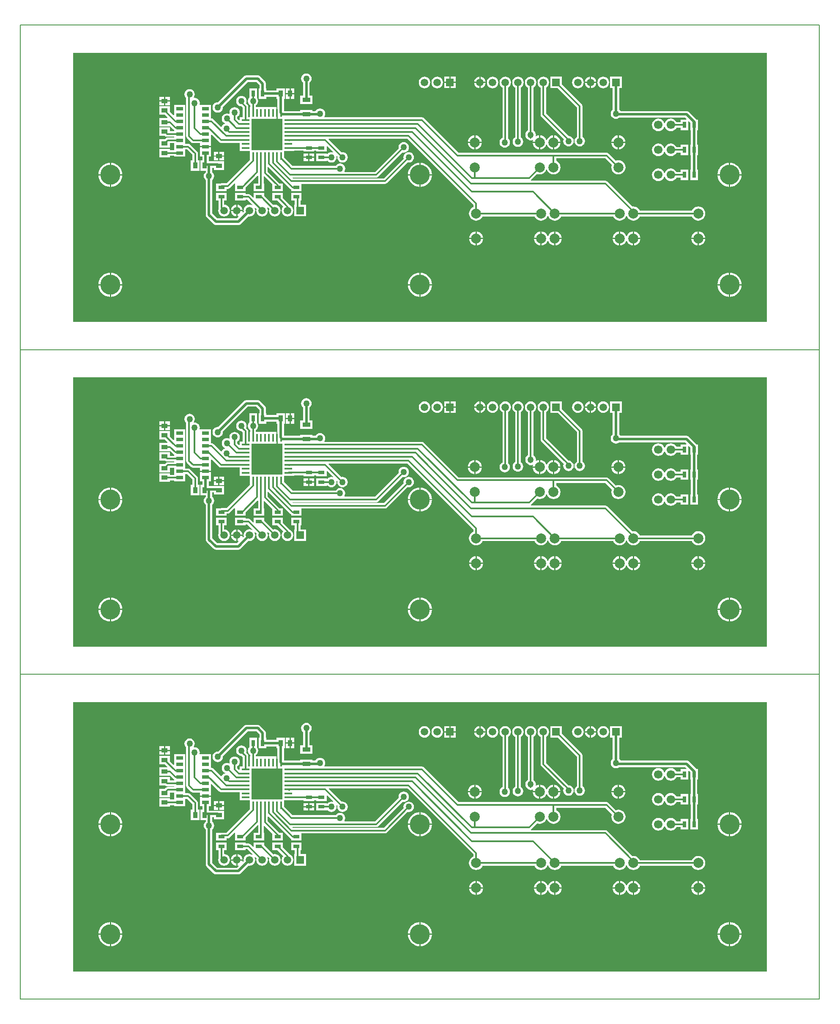
<source format=gtl>
%FSLAX42Y42*%
%MOMM*%
G71*
G01*
G75*
G04 Layer_Physical_Order=1*
G04 Layer_Color=255*
%ADD10C,0.20*%
%ADD11R,0.40X1.60*%
%ADD12R,1.60X0.40*%
%ADD13R,0.70X1.30*%
%ADD14R,1.30X0.70*%
%ADD15R,0.90X1.30*%
%ADD16R,1.30X0.90*%
%ADD17R,1.40X0.70*%
%ADD18R,1.60X0.90*%
%ADD19C,0.30*%
%ADD20C,0.50*%
%ADD21C,4.00*%
%ADD22C,1.70*%
%ADD23C,2.00*%
%ADD24C,1.52*%
%ADD25R,1.52X1.52*%
%ADD26R,1.50X1.50*%
%ADD27C,1.50*%
%ADD28C,1.27*%
G36*
X3117Y3726D02*
X17005D01*
Y9114D01*
X3117D01*
Y3726D01*
D02*
G37*
%LPC*%
G36*
X6380Y6072D02*
Y5969D01*
X6277D01*
X6279Y5987D01*
X6291Y6015D01*
X6310Y6039D01*
X6334Y6058D01*
X6362Y6070D01*
X6380Y6072D01*
D02*
G37*
G36*
X6405D02*
X6423Y6070D01*
X6451Y6058D01*
X6476Y6039D01*
X6494Y6015D01*
X6506Y5987D01*
X6508Y5969D01*
X6405D01*
Y6072D01*
D02*
G37*
G36*
X6277Y5944D02*
X6380D01*
Y5841D01*
X6362Y5843D01*
X6334Y5855D01*
X6310Y5873D01*
X6291Y5898D01*
X6279Y5926D01*
X6277Y5944D01*
D02*
G37*
G36*
X16021Y6658D02*
X16248D01*
Y6430D01*
X16214Y6434D01*
X16168Y6447D01*
X16127Y6470D01*
X16090Y6500D01*
X16060Y6536D01*
X16038Y6578D01*
X16024Y6623D01*
X16021Y6658D01*
D02*
G37*
G36*
X16273D02*
X16501D01*
X16497Y6623D01*
X16484Y6578D01*
X16461Y6536D01*
X16431Y6500D01*
X16395Y6470D01*
X16353Y6447D01*
X16308Y6434D01*
X16273Y6430D01*
Y6658D01*
D02*
G37*
G36*
X5658Y7222D02*
X5878D01*
Y7160D01*
Y7033D01*
X5834D01*
Y6943D01*
X6013D01*
X6030Y6941D01*
X6032Y6940D01*
X6141D01*
Y6770D01*
X5931D01*
Y6812D01*
X5901D01*
Y6725D01*
X5910Y6719D01*
X5926Y6697D01*
X5937Y6672D01*
X5940Y6645D01*
X5937Y6618D01*
X5926Y6593D01*
X5910Y6571D01*
X5901Y6565D01*
Y5897D01*
X6000Y5798D01*
X6396D01*
X6430Y5833D01*
X6423Y5843D01*
X6423Y5843D01*
X6405Y5841D01*
Y5944D01*
X6508D01*
X6506Y5926D01*
X6506Y5926D01*
X6516Y5919D01*
X6532Y5935D01*
X6529Y5956D01*
X6533Y5987D01*
X6545Y6015D01*
X6564Y6039D01*
X6588Y6058D01*
X6616Y6070D01*
X6647Y6074D01*
X6677Y6070D01*
X6698Y6061D01*
X6705Y6071D01*
X6602Y6174D01*
X6566D01*
Y6155D01*
X6356D01*
Y6305D01*
X6566D01*
Y6286D01*
X6626D01*
X6647Y6282D01*
X6665Y6270D01*
X6719Y6216D01*
X6731Y6221D01*
Y6305D01*
X6941D01*
Y6250D01*
X7122Y6068D01*
X7124Y6070D01*
X7155Y6074D01*
X7185Y6070D01*
X7213Y6058D01*
X7238Y6039D01*
X7256Y6015D01*
X7268Y5987D01*
X7272Y5956D01*
X7268Y5926D01*
X7256Y5898D01*
X7238Y5873D01*
X7213Y5855D01*
X7185Y5843D01*
X7155Y5839D01*
X7124Y5843D01*
X7096Y5855D01*
X7072Y5873D01*
X7053Y5898D01*
X7041Y5926D01*
X7037Y5956D01*
X7041Y5987D01*
X7043Y5989D01*
X7015Y6017D01*
X7004Y6010D01*
X7014Y5987D01*
X7018Y5956D01*
X7014Y5926D01*
X7002Y5898D01*
X6984Y5873D01*
X6959Y5855D01*
X6931Y5843D01*
X6901Y5839D01*
X6870Y5843D01*
X6842Y5855D01*
X6818Y5873D01*
X6799Y5898D01*
X6787Y5926D01*
X6783Y5956D01*
X6787Y5987D01*
X6788Y5988D01*
X6762Y6015D01*
X6751Y6008D01*
X6760Y5987D01*
X6764Y5956D01*
X6760Y5926D01*
X6748Y5898D01*
X6730Y5873D01*
X6705Y5855D01*
X6677Y5843D01*
X6647Y5839D01*
X6625Y5842D01*
X6470Y5686D01*
X6456Y5676D01*
X6450Y5674D01*
X6440Y5669D01*
X6423Y5667D01*
X5973D01*
X5956Y5669D01*
X5950Y5672D01*
X5940Y5676D01*
X5927Y5686D01*
X5789Y5824D01*
X5779Y5838D01*
X5776Y5845D01*
X5772Y5853D01*
X5770Y5870D01*
Y6565D01*
X5762Y6571D01*
X5745Y6593D01*
X5735Y6618D01*
X5731Y6645D01*
X5735Y6672D01*
X5745Y6697D01*
X5762Y6719D01*
X5770Y6725D01*
Y6753D01*
X5663D01*
Y6963D01*
X5703D01*
Y7033D01*
X5658D01*
Y7160D01*
Y7222D01*
D02*
G37*
G36*
X7481Y6305D02*
X7691D01*
Y6155D01*
X7667D01*
Y6072D01*
X7779D01*
Y5840D01*
X7546D01*
Y6072D01*
X7555D01*
Y6155D01*
X7481D01*
Y6305D01*
D02*
G37*
G36*
X14073Y5535D02*
X14097Y5532D01*
X14131Y5518D01*
X14161Y5495D01*
X14183Y5466D01*
X14192Y5445D01*
X14205D01*
X14213Y5466D01*
X14236Y5495D01*
X14265Y5518D01*
X14299Y5532D01*
X14323Y5535D01*
Y5395D01*
Y5256D01*
X14299Y5259D01*
X14265Y5273D01*
X14236Y5295D01*
X14213Y5325D01*
X14205Y5346D01*
X14192D01*
X14183Y5325D01*
X14161Y5295D01*
X14131Y5273D01*
X14097Y5259D01*
X14073Y5256D01*
Y5395D01*
Y5535D01*
D02*
G37*
G36*
X11173D02*
Y5408D01*
X11046D01*
X11049Y5432D01*
X11063Y5466D01*
X11086Y5495D01*
X11115Y5518D01*
X11149Y5532D01*
X11173Y5535D01*
D02*
G37*
G36*
X11198D02*
X11222Y5532D01*
X11256Y5518D01*
X11286Y5495D01*
X11308Y5466D01*
X11322Y5432D01*
X11325Y5408D01*
X11198D01*
Y5535D01*
D02*
G37*
G36*
X5981Y6305D02*
X6191D01*
Y6155D01*
X6142D01*
Y6073D01*
X6169Y6070D01*
X6197Y6058D01*
X6222Y6039D01*
X6240Y6015D01*
X6252Y5987D01*
X6256Y5956D01*
X6252Y5926D01*
X6240Y5898D01*
X6222Y5873D01*
X6197Y5855D01*
X6169Y5843D01*
X6139Y5839D01*
X6108Y5843D01*
X6080Y5855D01*
X6056Y5873D01*
X6037Y5898D01*
X6025Y5926D01*
X6021Y5956D01*
X6025Y5987D01*
X6031Y6001D01*
X6030Y6009D01*
Y6155D01*
X5981D01*
Y6305D01*
D02*
G37*
G36*
X7106D02*
X7316D01*
Y6205D01*
X7448Y6072D01*
X7454Y6063D01*
X7467Y6058D01*
X7492Y6039D01*
X7510Y6015D01*
X7522Y5987D01*
X7526Y5956D01*
X7522Y5926D01*
X7510Y5898D01*
X7492Y5873D01*
X7467Y5855D01*
X7439Y5843D01*
X7409Y5839D01*
X7378Y5843D01*
X7350Y5855D01*
X7326Y5873D01*
X7307Y5898D01*
X7295Y5926D01*
X7291Y5956D01*
X7295Y5987D01*
X7307Y6015D01*
X7324Y6037D01*
X7206Y6155D01*
X7106D01*
Y6305D01*
D02*
G37*
G36*
X12498Y5535D02*
X12522Y5532D01*
X12556Y5518D01*
X12586Y5495D01*
X12608Y5466D01*
X12617Y5445D01*
X12630D01*
X12638Y5466D01*
X12661Y5495D01*
X12690Y5518D01*
X12724Y5532D01*
X12748Y5535D01*
Y5395D01*
Y5256D01*
X12724Y5259D01*
X12690Y5273D01*
X12661Y5295D01*
X12638Y5325D01*
X12630Y5346D01*
X12617D01*
X12608Y5325D01*
X12586Y5295D01*
X12556Y5273D01*
X12522Y5259D01*
X12498Y5256D01*
Y5395D01*
Y5535D01*
D02*
G37*
G36*
X3848Y6910D02*
Y6683D01*
X3621D01*
X3624Y6717D01*
X3638Y6763D01*
X3660Y6804D01*
X3690Y6841D01*
X3727Y6871D01*
X3768Y6893D01*
X3814Y6907D01*
X3848Y6910D01*
D02*
G37*
G36*
X3873D02*
X3908Y6907D01*
X3953Y6893D01*
X3995Y6871D01*
X4031Y6841D01*
X4061Y6804D01*
X4084Y6763D01*
X4097Y6717D01*
X4101Y6683D01*
X3873D01*
Y6910D01*
D02*
G37*
G36*
X10048D02*
Y6683D01*
X9821D01*
X9824Y6717D01*
X9838Y6763D01*
X9860Y6804D01*
X9890Y6841D01*
X9927Y6871D01*
X9968Y6893D01*
X10014Y6907D01*
X10048Y6910D01*
D02*
G37*
G36*
X7731Y7008D02*
X7823D01*
Y6945D01*
X7731D01*
Y7008D01*
D02*
G37*
G36*
X7848D02*
X7941D01*
Y6945D01*
X7848D01*
Y7008D01*
D02*
G37*
G36*
X14836Y6796D02*
X14868Y6792D01*
X14899Y6779D01*
X14925Y6759D01*
X14945Y6733D01*
X14954Y6710D01*
X14967D01*
X14977Y6733D01*
X14997Y6759D01*
X15023Y6779D01*
X15053Y6792D01*
X15086Y6796D01*
X15118Y6792D01*
X15149Y6779D01*
X15175Y6759D01*
X15195Y6733D01*
X15198Y6726D01*
X15286D01*
Y6775D01*
X15436D01*
Y6565D01*
X15286D01*
Y6614D01*
X15198D01*
X15195Y6607D01*
X15175Y6581D01*
X15149Y6561D01*
X15118Y6549D01*
X15086Y6544D01*
X15053Y6549D01*
X15023Y6561D01*
X14997Y6581D01*
X14977Y6607D01*
X14967Y6630D01*
X14954D01*
X14945Y6607D01*
X14925Y6581D01*
X14899Y6561D01*
X14868Y6549D01*
X14836Y6544D01*
X14803Y6549D01*
X14773Y6561D01*
X14747Y6581D01*
X14727Y6607D01*
X14714Y6638D01*
X14710Y6670D01*
X14714Y6703D01*
X14727Y6733D01*
X14747Y6759D01*
X14773Y6779D01*
X14803Y6792D01*
X14836Y6796D01*
D02*
G37*
G36*
X10073Y6910D02*
X10108Y6907D01*
X10153Y6893D01*
X10195Y6871D01*
X10231Y6841D01*
X10261Y6804D01*
X10284Y6763D01*
X10297Y6717D01*
X10301Y6683D01*
X10073D01*
Y6910D01*
D02*
G37*
G36*
X3873Y6658D02*
X4101D01*
X4097Y6623D01*
X4084Y6578D01*
X4061Y6536D01*
X4031Y6500D01*
X3995Y6470D01*
X3953Y6447D01*
X3908Y6434D01*
X3873Y6430D01*
Y6658D01*
D02*
G37*
G36*
X9821D02*
X10048D01*
Y6430D01*
X10014Y6434D01*
X9968Y6447D01*
X9927Y6470D01*
X9890Y6500D01*
X9860Y6536D01*
X9838Y6578D01*
X9824Y6623D01*
X9821Y6658D01*
D02*
G37*
G36*
X10073D02*
X10301D01*
X10297Y6623D01*
X10284Y6578D01*
X10261Y6536D01*
X10231Y6500D01*
X10195Y6470D01*
X10153Y6447D01*
X10108Y6434D01*
X10073Y6430D01*
Y6658D01*
D02*
G37*
G36*
X16248Y6910D02*
Y6683D01*
X16021D01*
X16024Y6717D01*
X16038Y6763D01*
X16060Y6804D01*
X16090Y6841D01*
X16127Y6871D01*
X16168Y6893D01*
X16214Y6907D01*
X16248Y6910D01*
D02*
G37*
G36*
X16273D02*
X16308Y6907D01*
X16353Y6893D01*
X16395Y6871D01*
X16431Y6841D01*
X16461Y6804D01*
X16484Y6763D01*
X16497Y6717D01*
X16501Y6683D01*
X16273D01*
Y6910D01*
D02*
G37*
G36*
X3621Y6658D02*
X3848D01*
Y6430D01*
X3814Y6434D01*
X3768Y6447D01*
X3727Y6470D01*
X3690Y6500D01*
X3660Y6536D01*
X3638Y6578D01*
X3624Y6623D01*
X3621Y6658D01*
D02*
G37*
G36*
X10048Y4710D02*
Y4483D01*
X9821D01*
X9824Y4517D01*
X9838Y4563D01*
X9860Y4604D01*
X9890Y4641D01*
X9927Y4671D01*
X9968Y4693D01*
X10014Y4707D01*
X10048Y4710D01*
D02*
G37*
G36*
X10073D02*
X10108Y4707D01*
X10153Y4693D01*
X10195Y4671D01*
X10231Y4641D01*
X10261Y4604D01*
X10284Y4563D01*
X10297Y4517D01*
X10301Y4483D01*
X10073D01*
Y4710D01*
D02*
G37*
G36*
X16248D02*
Y4483D01*
X16021D01*
X16024Y4517D01*
X16038Y4563D01*
X16060Y4604D01*
X16090Y4641D01*
X16127Y4671D01*
X16168Y4693D01*
X16214Y4707D01*
X16248Y4710D01*
D02*
G37*
G36*
X15648Y5383D02*
X15775D01*
X15772Y5359D01*
X15758Y5325D01*
X15736Y5295D01*
X15706Y5273D01*
X15672Y5259D01*
X15648Y5256D01*
Y5383D01*
D02*
G37*
G36*
X3848Y4710D02*
Y4483D01*
X3621D01*
X3624Y4517D01*
X3638Y4563D01*
X3660Y4604D01*
X3690Y4641D01*
X3727Y4671D01*
X3768Y4693D01*
X3814Y4707D01*
X3848Y4710D01*
D02*
G37*
G36*
X3873D02*
X3908Y4707D01*
X3953Y4693D01*
X3995Y4671D01*
X4031Y4641D01*
X4061Y4604D01*
X4084Y4563D01*
X4097Y4517D01*
X4101Y4483D01*
X3873D01*
Y4710D01*
D02*
G37*
G36*
X16273D02*
X16308Y4707D01*
X16353Y4693D01*
X16395Y4671D01*
X16431Y4641D01*
X16461Y4604D01*
X16484Y4563D01*
X16497Y4517D01*
X16501Y4483D01*
X16273D01*
Y4710D01*
D02*
G37*
G36*
X10073Y4458D02*
X10301D01*
X10297Y4423D01*
X10284Y4378D01*
X10261Y4336D01*
X10231Y4300D01*
X10195Y4270D01*
X10153Y4247D01*
X10108Y4234D01*
X10073Y4230D01*
Y4458D01*
D02*
G37*
G36*
X16021D02*
X16248D01*
Y4230D01*
X16214Y4234D01*
X16168Y4247D01*
X16127Y4270D01*
X16090Y4300D01*
X16060Y4336D01*
X16038Y4378D01*
X16024Y4423D01*
X16021Y4458D01*
D02*
G37*
G36*
X16273D02*
X16501D01*
X16497Y4423D01*
X16484Y4378D01*
X16461Y4336D01*
X16431Y4300D01*
X16395Y4270D01*
X16353Y4247D01*
X16308Y4234D01*
X16273Y4230D01*
Y4458D01*
D02*
G37*
G36*
X3621D02*
X3848D01*
Y4230D01*
X3814Y4234D01*
X3768Y4247D01*
X3727Y4270D01*
X3690Y4300D01*
X3660Y4336D01*
X3638Y4378D01*
X3624Y4423D01*
X3621Y4458D01*
D02*
G37*
G36*
X3873D02*
X4101D01*
X4097Y4423D01*
X4084Y4378D01*
X4061Y4336D01*
X4031Y4300D01*
X3995Y4270D01*
X3953Y4247D01*
X3908Y4234D01*
X3873Y4230D01*
Y4458D01*
D02*
G37*
G36*
X9821D02*
X10048D01*
Y4230D01*
X10014Y4234D01*
X9968Y4247D01*
X9927Y4270D01*
X9890Y4300D01*
X9860Y4336D01*
X9838Y4378D01*
X9824Y4423D01*
X9821Y4458D01*
D02*
G37*
G36*
X14348Y5535D02*
X14372Y5532D01*
X14406Y5518D01*
X14436Y5495D01*
X14458Y5466D01*
X14472Y5432D01*
X14475Y5408D01*
X14348D01*
Y5535D01*
D02*
G37*
G36*
X15623D02*
Y5408D01*
X15496D01*
X15499Y5432D01*
X15513Y5466D01*
X15536Y5495D01*
X15565Y5518D01*
X15599Y5532D01*
X15623Y5535D01*
D02*
G37*
G36*
X15648D02*
X15672Y5532D01*
X15706Y5518D01*
X15736Y5495D01*
X15758Y5466D01*
X15772Y5432D01*
X15775Y5408D01*
X15648D01*
Y5535D01*
D02*
G37*
G36*
X12473D02*
Y5408D01*
X12346D01*
X12349Y5432D01*
X12363Y5466D01*
X12386Y5495D01*
X12415Y5518D01*
X12449Y5532D01*
X12473Y5535D01*
D02*
G37*
G36*
X12773D02*
X12797Y5532D01*
X12831Y5518D01*
X12861Y5495D01*
X12883Y5466D01*
X12897Y5432D01*
X12900Y5408D01*
X12773D01*
Y5535D01*
D02*
G37*
G36*
X14048D02*
Y5408D01*
X13921D01*
X13924Y5432D01*
X13938Y5466D01*
X13961Y5495D01*
X13990Y5518D01*
X14024Y5532D01*
X14048Y5535D01*
D02*
G37*
G36*
X11046Y5383D02*
X11173D01*
Y5256D01*
X11149Y5259D01*
X11115Y5273D01*
X11086Y5295D01*
X11063Y5325D01*
X11049Y5359D01*
X11046Y5383D01*
D02*
G37*
G36*
X13921D02*
X14048D01*
Y5256D01*
X14024Y5259D01*
X13990Y5273D01*
X13961Y5295D01*
X13938Y5325D01*
X13924Y5359D01*
X13921Y5383D01*
D02*
G37*
G36*
X14348D02*
X14475D01*
X14472Y5359D01*
X14458Y5325D01*
X14436Y5295D01*
X14406Y5273D01*
X14372Y5259D01*
X14348Y5256D01*
Y5383D01*
D02*
G37*
G36*
X15496D02*
X15623D01*
Y5256D01*
X15599Y5259D01*
X15565Y5273D01*
X15536Y5295D01*
X15513Y5325D01*
X15499Y5359D01*
X15496Y5383D01*
D02*
G37*
G36*
X11198D02*
X11325D01*
X11322Y5359D01*
X11308Y5325D01*
X11286Y5295D01*
X11256Y5273D01*
X11222Y5259D01*
X11198Y5256D01*
Y5383D01*
D02*
G37*
G36*
X12346D02*
X12473D01*
Y5256D01*
X12449Y5259D01*
X12415Y5273D01*
X12386Y5295D01*
X12363Y5325D01*
X12349Y5359D01*
X12346Y5383D01*
D02*
G37*
G36*
X12773D02*
X12900D01*
X12897Y5359D01*
X12883Y5325D01*
X12861Y5295D01*
X12831Y5273D01*
X12797Y5259D01*
X12773Y5256D01*
Y5383D01*
D02*
G37*
G36*
X13732Y8636D02*
X13762Y8632D01*
X13790Y8621D01*
X13814Y8602D01*
X13832Y8578D01*
X13844Y8550D01*
X13848Y8520D01*
X13844Y8490D01*
X13832Y8462D01*
X13814Y8438D01*
X13790Y8420D01*
X13762Y8408D01*
X13732Y8404D01*
X13702Y8408D01*
X13674Y8420D01*
X13650Y8438D01*
X13631Y8462D01*
X13620Y8490D01*
X13616Y8520D01*
X13620Y8550D01*
X13631Y8578D01*
X13650Y8602D01*
X13674Y8621D01*
X13702Y8632D01*
X13732Y8636D01*
D02*
G37*
G36*
X7376Y8400D02*
X7448D01*
Y8308D01*
X7376D01*
Y8400D01*
D02*
G37*
G36*
X7473D02*
X7546D01*
Y8308D01*
X7473D01*
Y8400D01*
D02*
G37*
G36*
X10407Y8636D02*
X10437Y8632D01*
X10465Y8621D01*
X10489Y8602D01*
X10507Y8578D01*
X10519Y8550D01*
X10523Y8520D01*
X10519Y8490D01*
X10507Y8462D01*
X10489Y8438D01*
X10465Y8420D01*
X10437Y8408D01*
X10407Y8404D01*
X10377Y8408D01*
X10349Y8420D01*
X10325Y8438D01*
X10306Y8462D01*
X10295Y8490D01*
X10291Y8520D01*
X10295Y8550D01*
X10306Y8578D01*
X10325Y8602D01*
X10349Y8621D01*
X10377Y8632D01*
X10407Y8636D01*
D02*
G37*
G36*
X11516D02*
X11546Y8632D01*
X11574Y8621D01*
X11598Y8602D01*
X11616Y8578D01*
X11628Y8550D01*
X11632Y8520D01*
X11628Y8490D01*
X11616Y8462D01*
X11598Y8438D01*
X11574Y8420D01*
X11546Y8408D01*
X11516Y8404D01*
X11486Y8408D01*
X11458Y8420D01*
X11434Y8438D01*
X11415Y8462D01*
X11404Y8490D01*
X11400Y8520D01*
X11404Y8550D01*
X11415Y8578D01*
X11434Y8602D01*
X11458Y8621D01*
X11486Y8632D01*
X11516Y8636D01*
D02*
G37*
G36*
X13224D02*
X13254Y8632D01*
X13282Y8621D01*
X13306Y8602D01*
X13324Y8578D01*
X13336Y8550D01*
X13340Y8520D01*
X13336Y8490D01*
X13324Y8462D01*
X13306Y8438D01*
X13282Y8420D01*
X13254Y8408D01*
X13224Y8404D01*
X13194Y8408D01*
X13166Y8420D01*
X13142Y8438D01*
X13123Y8462D01*
X13112Y8490D01*
X13108Y8520D01*
X13112Y8550D01*
X13123Y8578D01*
X13142Y8602D01*
X13166Y8621D01*
X13194Y8632D01*
X13224Y8636D01*
D02*
G37*
G36*
X7376Y8283D02*
X7448D01*
Y8190D01*
X7376D01*
Y8283D01*
D02*
G37*
G36*
X7786Y8700D02*
X7813Y8696D01*
X7838Y8686D01*
X7860Y8669D01*
X7876Y8647D01*
X7887Y8622D01*
X7890Y8595D01*
X7887Y8568D01*
X7876Y8543D01*
X7860Y8521D01*
X7851Y8515D01*
Y8255D01*
X7906D01*
Y8085D01*
X7666D01*
Y8255D01*
X7720D01*
Y8515D01*
X7712Y8521D01*
X7695Y8543D01*
X7685Y8568D01*
X7681Y8595D01*
X7685Y8622D01*
X7695Y8647D01*
X7712Y8669D01*
X7734Y8686D01*
X7759Y8696D01*
X7786Y8700D01*
D02*
G37*
G36*
X4843Y8135D02*
X4935D01*
Y8063D01*
X4843D01*
Y8135D01*
D02*
G37*
G36*
X4961D02*
X5053D01*
Y8063D01*
X4961D01*
Y8135D01*
D02*
G37*
G36*
X7473Y8283D02*
X7546D01*
Y8190D01*
X7473D01*
Y8283D01*
D02*
G37*
G36*
X4843Y8233D02*
X4935D01*
Y8161D01*
X4843D01*
Y8233D01*
D02*
G37*
G36*
X4961D02*
X5053D01*
Y8161D01*
X4961D01*
Y8233D01*
D02*
G37*
G36*
X11274Y8635D02*
X11292Y8632D01*
X11320Y8621D01*
X11344Y8602D01*
X11362Y8578D01*
X11374Y8550D01*
X11376Y8533D01*
X11274D01*
Y8635D01*
D02*
G37*
G36*
X13465D02*
Y8533D01*
X13363D01*
X13366Y8550D01*
X13377Y8578D01*
X13396Y8602D01*
X13420Y8621D01*
X13448Y8632D01*
X13465Y8635D01*
D02*
G37*
G36*
X13490D02*
X13508Y8632D01*
X13536Y8621D01*
X13560Y8602D01*
X13578Y8578D01*
X13590Y8550D01*
X13592Y8533D01*
X13490D01*
Y8635D01*
D02*
G37*
G36*
X10546Y8635D02*
X10648D01*
Y8533D01*
X10546D01*
Y8635D01*
D02*
G37*
G36*
X10673D02*
X10776D01*
Y8533D01*
X10673D01*
Y8635D01*
D02*
G37*
G36*
X11249Y8635D02*
Y8533D01*
X11147D01*
X11150Y8550D01*
X11161Y8578D01*
X11180Y8602D01*
X11204Y8621D01*
X11232Y8632D01*
X11249Y8635D01*
D02*
G37*
G36*
X11147Y8508D02*
X11249D01*
Y8406D01*
X11232Y8408D01*
X11204Y8420D01*
X11180Y8438D01*
X11161Y8462D01*
X11150Y8490D01*
X11147Y8508D01*
D02*
G37*
G36*
X10546D02*
X10648D01*
Y8405D01*
X10546D01*
Y8508D01*
D02*
G37*
G36*
X10673D02*
X10776D01*
Y8405D01*
X10673D01*
Y8508D01*
D02*
G37*
G36*
X10153Y8636D02*
X10183Y8632D01*
X10211Y8621D01*
X10235Y8602D01*
X10253Y8578D01*
X10265Y8550D01*
X10269Y8520D01*
X10265Y8490D01*
X10253Y8462D01*
X10235Y8438D01*
X10211Y8420D01*
X10183Y8408D01*
X10153Y8404D01*
X10123Y8408D01*
X10095Y8420D01*
X10071Y8438D01*
X10052Y8462D01*
X10041Y8490D01*
X10037Y8520D01*
X10041Y8550D01*
X10052Y8578D01*
X10071Y8602D01*
X10095Y8621D01*
X10123Y8632D01*
X10153Y8636D01*
D02*
G37*
G36*
X11274Y8508D02*
X11376D01*
X11374Y8490D01*
X11362Y8462D01*
X11344Y8438D01*
X11320Y8420D01*
X11292Y8408D01*
X11274Y8406D01*
Y8508D01*
D02*
G37*
G36*
X13363D02*
X13465D01*
Y8406D01*
X13448Y8408D01*
X13420Y8420D01*
X13396Y8438D01*
X13377Y8462D01*
X13366Y8490D01*
X13363Y8508D01*
D02*
G37*
G36*
X13490D02*
X13592D01*
X13590Y8490D01*
X13578Y8462D01*
X13560Y8438D01*
X13536Y8420D01*
X13508Y8408D01*
X13490Y8406D01*
Y8508D01*
D02*
G37*
G36*
X6586Y8661D02*
X6811D01*
X6828Y8659D01*
X6834Y8656D01*
X6843Y8652D01*
X6857Y8642D01*
X6957Y8542D01*
X6967Y8528D01*
X6970Y8522D01*
X6974Y8512D01*
X6976Y8495D01*
Y8400D01*
X6986D01*
Y8361D01*
X7186D01*
Y8400D01*
X7356D01*
Y8190D01*
X7336D01*
Y8028D01*
X7338D01*
Y7946D01*
X7666D01*
Y7965D01*
X7906D01*
Y7946D01*
X7970D01*
X7970Y7947D01*
X7987Y7969D01*
X8009Y7986D01*
X8034Y7996D01*
X8061Y8000D01*
X8088Y7996D01*
X8113Y7986D01*
X8135Y7969D01*
X8151Y7947D01*
X8162Y7922D01*
X8165Y7895D01*
X8162Y7868D01*
X8151Y7843D01*
X8145Y7836D01*
X8151Y7824D01*
X10100D01*
X10122Y7820D01*
X10140Y7808D01*
X10834Y7114D01*
X13798D01*
X13820Y7110D01*
X13838Y7097D01*
X13985Y6951D01*
X13999Y6957D01*
X14036Y6962D01*
X14072Y6957D01*
X14106Y6943D01*
X14136Y6920D01*
X14158Y6891D01*
X14172Y6857D01*
X14177Y6820D01*
X14172Y6784D01*
X14158Y6750D01*
X14136Y6720D01*
X14106Y6698D01*
X14072Y6684D01*
X14036Y6679D01*
X13999Y6684D01*
X13965Y6698D01*
X13936Y6720D01*
X13913Y6750D01*
X13899Y6784D01*
X13894Y6820D01*
X13899Y6857D01*
X13905Y6871D01*
X13775Y7002D01*
X12792D01*
Y6949D01*
X12806Y6943D01*
X12836Y6920D01*
X12858Y6891D01*
X12872Y6857D01*
X12877Y6820D01*
X12872Y6784D01*
X12858Y6750D01*
X12836Y6720D01*
X12806Y6698D01*
X12772Y6684D01*
X12736Y6679D01*
X12699Y6684D01*
X12665Y6698D01*
X12636Y6720D01*
X12613Y6750D01*
X12605Y6771D01*
X12592D01*
X12583Y6750D01*
X12561Y6720D01*
X12531Y6698D01*
X12497Y6684D01*
X12461Y6679D01*
X12424Y6684D01*
X12410Y6690D01*
X12288Y6568D01*
X12288D01*
X12288Y6568D01*
X12288D01*
X12288Y6568D01*
Y6568D01*
X12288Y6568D01*
Y6568D01*
X12281Y6564D01*
X12285Y6551D01*
X13773D01*
X13795Y6547D01*
X13813Y6535D01*
X14314Y6034D01*
X14336Y6037D01*
X14372Y6032D01*
X14406Y6018D01*
X14436Y5995D01*
X14458Y5966D01*
X14464Y5951D01*
X15507D01*
X15513Y5966D01*
X15536Y5995D01*
X15565Y6018D01*
X15599Y6032D01*
X15636Y6037D01*
X15672Y6032D01*
X15706Y6018D01*
X15736Y5995D01*
X15758Y5966D01*
X15772Y5932D01*
X15777Y5895D01*
X15772Y5859D01*
X15758Y5825D01*
X15736Y5795D01*
X15706Y5773D01*
X15672Y5759D01*
X15636Y5754D01*
X15599Y5759D01*
X15565Y5773D01*
X15536Y5795D01*
X15513Y5825D01*
X15507Y5839D01*
X14464D01*
X14458Y5825D01*
X14436Y5795D01*
X14406Y5773D01*
X14372Y5759D01*
X14336Y5754D01*
X14299Y5759D01*
X14265Y5773D01*
X14236Y5795D01*
X14213Y5825D01*
X14205Y5846D01*
X14192D01*
X14183Y5825D01*
X14161Y5795D01*
X14131Y5773D01*
X14097Y5759D01*
X14061Y5754D01*
X14024Y5759D01*
X13990Y5773D01*
X13961Y5795D01*
X13938Y5825D01*
X13932Y5839D01*
X12889D01*
X12883Y5825D01*
X12861Y5795D01*
X12831Y5773D01*
X12797Y5759D01*
X12761Y5754D01*
X12724Y5759D01*
X12690Y5773D01*
X12661Y5795D01*
X12638Y5825D01*
X12630Y5846D01*
X12617D01*
X12608Y5825D01*
X12586Y5795D01*
X12556Y5773D01*
X12522Y5759D01*
X12486Y5754D01*
X12449Y5759D01*
X12415Y5773D01*
X12386Y5795D01*
X12363Y5825D01*
X12357Y5839D01*
X11314D01*
X11308Y5825D01*
X11286Y5795D01*
X11256Y5773D01*
X11222Y5759D01*
X11186Y5754D01*
X11149Y5759D01*
X11115Y5773D01*
X11086Y5795D01*
X11063Y5825D01*
X11049Y5859D01*
X11044Y5895D01*
X11049Y5932D01*
X11063Y5966D01*
X11086Y5995D01*
X11115Y6018D01*
X11130Y6024D01*
Y6072D01*
X9809Y7392D01*
X8235D01*
X8230Y7380D01*
X8489Y7122D01*
X8511Y7125D01*
X8538Y7121D01*
X8563Y7111D01*
X8585Y7094D01*
X8601Y7072D01*
X8612Y7047D01*
X8615Y7020D01*
X8612Y6993D01*
X8601Y6968D01*
X8585Y6946D01*
X8563Y6930D01*
X8538Y6919D01*
X8511Y6916D01*
X8484Y6919D01*
X8459Y6930D01*
X8437Y6946D01*
X8420Y6968D01*
X8410Y6993D01*
X8406Y7020D01*
X8409Y7042D01*
X8397Y7055D01*
X8386Y7048D01*
X8387Y7047D01*
X8390Y7020D01*
X8387Y6993D01*
X8376Y6968D01*
X8360Y6946D01*
X8338Y6930D01*
X8313Y6919D01*
X8286Y6916D01*
X8259Y6919D01*
X8234Y6930D01*
X8212Y6946D01*
X8203Y6958D01*
X8191Y6954D01*
Y6945D01*
X7981D01*
Y7095D01*
X8191D01*
Y7086D01*
X8203Y7082D01*
X8212Y7094D01*
X8234Y7111D01*
X8259Y7121D01*
X8286Y7125D01*
X8313Y7121D01*
X8313Y7121D01*
X8320Y7132D01*
X8202Y7249D01*
X8191Y7244D01*
Y7135D01*
X7981D01*
Y7154D01*
X7941D01*
Y7135D01*
X7731D01*
Y7154D01*
X7547D01*
Y7148D01*
X7338D01*
Y7023D01*
X7509Y6851D01*
X8373D01*
X8387Y6869D01*
X8409Y6886D01*
X8434Y6896D01*
X8461Y6900D01*
X8488Y6896D01*
X8513Y6886D01*
X8535Y6869D01*
X8551Y6847D01*
X8562Y6822D01*
X8565Y6795D01*
X8562Y6768D01*
X8551Y6743D01*
X8547Y6738D01*
X8553Y6726D01*
X9162D01*
X9634Y7198D01*
X9631Y7220D01*
X9635Y7247D01*
X9645Y7272D01*
X9662Y7294D01*
X9684Y7311D01*
X9709Y7321D01*
X9736Y7325D01*
X9763Y7321D01*
X9788Y7311D01*
X9810Y7294D01*
X9826Y7272D01*
X9837Y7247D01*
X9840Y7220D01*
X9837Y7193D01*
X9826Y7168D01*
X9810Y7146D01*
X9788Y7130D01*
X9763Y7119D01*
X9736Y7116D01*
X9714Y7119D01*
X9225Y6631D01*
X9207Y6618D01*
X9186Y6614D01*
X7513D01*
X7512Y6612D01*
X7519Y6601D01*
X9337D01*
X9734Y6998D01*
X9731Y7020D01*
X9735Y7047D01*
X9745Y7072D01*
X9762Y7094D01*
X9784Y7111D01*
X9809Y7121D01*
X9836Y7125D01*
X9863Y7121D01*
X9888Y7111D01*
X9910Y7094D01*
X9926Y7072D01*
X9937Y7047D01*
X9940Y7020D01*
X9937Y6993D01*
X9926Y6968D01*
X9910Y6946D01*
X9888Y6930D01*
X9863Y6919D01*
X9836Y6916D01*
X9814Y6919D01*
X9400Y6506D01*
X9382Y6493D01*
X9361Y6489D01*
X7691D01*
Y6345D01*
X7481D01*
Y6374D01*
X7471Y6381D01*
X7025Y6826D01*
X7014Y6822D01*
Y6734D01*
X7250Y6497D01*
X7252Y6495D01*
X7316D01*
Y6345D01*
X7106D01*
Y6483D01*
X6945Y6644D01*
X6934Y6639D01*
Y6495D01*
X6941D01*
Y6345D01*
X6731D01*
Y6495D01*
X6821D01*
Y6648D01*
X6810Y6652D01*
X6566Y6408D01*
Y6345D01*
X6356D01*
Y6494D01*
X6355Y6495D01*
D01*
X6350Y6497D01*
X6342D01*
X6250Y6406D01*
X6250D01*
X6250Y6406D01*
X6250Y6406D01*
Y6406D01*
X6232Y6393D01*
X6211Y6389D01*
X6191D01*
Y6345D01*
X5981D01*
Y6495D01*
X6062D01*
X6064Y6497D01*
X6086Y6501D01*
X6187D01*
X6657Y6971D01*
Y7148D01*
X6447D01*
Y7228D01*
Y7308D01*
Y7312D01*
X6075D01*
X6054Y7316D01*
X6036Y7329D01*
X6036Y7329D01*
X6036Y7329D01*
X5890Y7474D01*
X5878Y7469D01*
Y7437D01*
X5878D01*
Y7287D01*
Y7248D01*
X5658D01*
Y7287D01*
Y7306D01*
X5519D01*
X5498Y7310D01*
X5480Y7322D01*
X5396Y7406D01*
X5384Y7424D01*
X5380Y7445D01*
Y8070D01*
Y8205D01*
X5374Y8209D01*
X5358Y8231D01*
X5347Y8256D01*
X5344Y8283D01*
X5347Y8310D01*
X5358Y8335D01*
X5374Y8357D01*
X5396Y8373D01*
X5421Y8384D01*
X5448Y8387D01*
X5475Y8384D01*
X5500Y8373D01*
X5522Y8357D01*
X5539Y8335D01*
X5549Y8310D01*
X5553Y8283D01*
X5549Y8256D01*
X5539Y8231D01*
X5532Y8222D01*
X5538Y8211D01*
X5548Y8212D01*
X5575Y8209D01*
X5600Y8198D01*
X5622Y8182D01*
X5639Y8160D01*
X5649Y8135D01*
X5653Y8108D01*
X5649Y8081D01*
X5652Y8075D01*
X5658Y8072D01*
D01*
D01*
X5658Y8072D01*
D01*
X5658D01*
Y8072D01*
X5878D01*
Y7922D01*
X5878D01*
Y7818D01*
X5878D01*
Y7799D01*
X5888D01*
X5910Y7795D01*
X5928Y7782D01*
X6078Y7633D01*
X6090Y7635D01*
X6095Y7647D01*
X6112Y7669D01*
X6134Y7686D01*
X6159Y7696D01*
X6159Y7699D01*
X6146Y7705D01*
X6124Y7721D01*
X6108Y7743D01*
X6097Y7768D01*
X6094Y7795D01*
X6097Y7822D01*
X6108Y7847D01*
X6124Y7869D01*
X6146Y7886D01*
X6171Y7896D01*
X6198Y7900D01*
X6225Y7896D01*
X6237Y7891D01*
X6247Y7899D01*
X6244Y7920D01*
X6247Y7947D01*
X6258Y7972D01*
X6274Y7994D01*
X6296Y8011D01*
X6321Y8021D01*
X6348Y8025D01*
X6375Y8021D01*
X6400Y8011D01*
X6422Y7994D01*
X6439Y7972D01*
X6449Y7947D01*
X6453Y7920D01*
X6449Y7893D01*
X6439Y7868D01*
X6422Y7846D01*
X6404Y7833D01*
Y7794D01*
X6436Y7762D01*
X6447Y7767D01*
Y7828D01*
X6511D01*
Y8015D01*
X6486Y8041D01*
X6486Y8041D01*
X6459Y8044D01*
X6434Y8055D01*
X6412Y8071D01*
X6395Y8093D01*
X6385Y8118D01*
X6381Y8145D01*
X6385Y8172D01*
X6395Y8197D01*
X6412Y8219D01*
X6434Y8236D01*
X6459Y8246D01*
X6486Y8250D01*
X6513Y8246D01*
X6538Y8236D01*
X6560Y8219D01*
X6576Y8197D01*
X6587Y8172D01*
X6590Y8145D01*
X6587Y8118D01*
X6581Y8104D01*
X6607Y8078D01*
X6619Y8060D01*
X6624Y8039D01*
Y7828D01*
X6657D01*
Y8028D01*
X6661D01*
Y8058D01*
X6644Y8071D01*
X6627Y8093D01*
X6617Y8118D01*
X6613Y8145D01*
X6617Y8172D01*
X6627Y8197D01*
X6644Y8219D01*
X6646Y8221D01*
Y8400D01*
X6796D01*
Y8213D01*
X6808Y8197D01*
X6818Y8172D01*
X6822Y8145D01*
X6818Y8118D01*
X6808Y8093D01*
X6791Y8071D01*
X6774Y8058D01*
Y8028D01*
X7185D01*
Y7908D01*
Y7788D01*
X6687D01*
Y7708D01*
Y7628D01*
Y7548D01*
Y7468D01*
Y7388D01*
Y7308D01*
Y7228D01*
Y7168D01*
X7307D01*
Y7228D01*
Y7308D01*
Y7388D01*
Y7468D01*
Y7548D01*
Y7628D01*
Y7708D01*
Y7788D01*
X7210D01*
Y7891D01*
X7207Y7898D01*
X7206Y7908D01*
D01*
X7205Y7915D01*
Y8028D01*
X7205D01*
Y8190D01*
X7186D01*
Y8230D01*
X6986D01*
Y8190D01*
X6836D01*
Y8400D01*
X6845D01*
Y8468D01*
X6784Y8530D01*
X6613D01*
X6114Y8031D01*
X6115Y8020D01*
X6112Y7993D01*
X6101Y7968D01*
X6085Y7946D01*
X6063Y7930D01*
X6038Y7919D01*
X6011Y7916D01*
X5984Y7919D01*
X5959Y7930D01*
X5937Y7946D01*
X5920Y7968D01*
X5910Y7993D01*
X5906Y8020D01*
X5910Y8047D01*
X5920Y8072D01*
X5937Y8094D01*
X5959Y8111D01*
X5984Y8121D01*
X6011Y8125D01*
X6021Y8123D01*
X6539Y8642D01*
X6553Y8652D01*
X6562Y8656D01*
X6569Y8659D01*
X6586Y8661D01*
D02*
G37*
G36*
X12321Y7308D02*
X12448D01*
Y7181D01*
X12424Y7184D01*
X12390Y7198D01*
X12361Y7220D01*
X12338Y7250D01*
X12324Y7284D01*
X12321Y7308D01*
D02*
G37*
G36*
X12748D02*
X12875D01*
X12872Y7284D01*
X12858Y7250D01*
X12836Y7220D01*
X12806Y7198D01*
X12772Y7184D01*
X12748Y7181D01*
Y7308D01*
D02*
G37*
G36*
X13896D02*
X14023D01*
Y7181D01*
X13999Y7184D01*
X13965Y7198D01*
X13936Y7220D01*
X13913Y7250D01*
X13899Y7284D01*
X13896Y7308D01*
D02*
G37*
G36*
X14836Y7296D02*
X14868Y7292D01*
X14899Y7279D01*
X14925Y7259D01*
X14945Y7233D01*
X14954Y7210D01*
X14967D01*
X14977Y7233D01*
X14997Y7259D01*
X15023Y7279D01*
X15053Y7292D01*
X15086Y7296D01*
X15118Y7292D01*
X15149Y7279D01*
X15175Y7259D01*
X15195Y7233D01*
X15198Y7226D01*
X15286D01*
Y7275D01*
X15436D01*
Y7065D01*
X15286D01*
Y7114D01*
X15198D01*
X15195Y7107D01*
X15175Y7081D01*
X15149Y7061D01*
X15118Y7049D01*
X15086Y7044D01*
X15053Y7049D01*
X15023Y7061D01*
X14997Y7081D01*
X14977Y7107D01*
X14967Y7130D01*
X14954D01*
X14945Y7107D01*
X14925Y7081D01*
X14899Y7061D01*
X14868Y7049D01*
X14836Y7044D01*
X14803Y7049D01*
X14773Y7061D01*
X14747Y7081D01*
X14727Y7107D01*
X14714Y7138D01*
X14710Y7170D01*
X14714Y7203D01*
X14727Y7233D01*
X14747Y7259D01*
X14773Y7279D01*
X14803Y7292D01*
X14836Y7296D01*
D02*
G37*
G36*
X11021Y7308D02*
X11148D01*
Y7181D01*
X11124Y7184D01*
X11090Y7198D01*
X11061Y7220D01*
X11038Y7250D01*
X11024Y7284D01*
X11021Y7308D01*
D02*
G37*
G36*
X11173D02*
X11300D01*
X11297Y7284D01*
X11283Y7250D01*
X11261Y7220D01*
X11231Y7198D01*
X11197Y7184D01*
X11173Y7181D01*
Y7308D01*
D02*
G37*
G36*
X14048D02*
X14175D01*
X14172Y7284D01*
X14158Y7250D01*
X14136Y7220D01*
X14106Y7198D01*
X14072Y7184D01*
X14048Y7181D01*
Y7308D01*
D02*
G37*
G36*
X7848Y7095D02*
X7941D01*
Y7033D01*
X7848D01*
Y7095D01*
D02*
G37*
G36*
X5931Y7033D02*
X6023D01*
Y6960D01*
X5931D01*
Y7033D01*
D02*
G37*
G36*
X6048D02*
X6141D01*
Y6960D01*
X6048D01*
Y7033D01*
D02*
G37*
G36*
X5931Y7130D02*
X6023D01*
Y7058D01*
X5931D01*
Y7130D01*
D02*
G37*
G36*
X6048D02*
X6141D01*
Y7058D01*
X6048D01*
Y7130D01*
D02*
G37*
G36*
X7731Y7095D02*
X7823D01*
Y7033D01*
X7731D01*
Y7095D01*
D02*
G37*
G36*
X12278Y8636D02*
X12308Y8632D01*
X12336Y8621D01*
X12360Y8602D01*
X12378Y8578D01*
X12390Y8550D01*
X12394Y8520D01*
X12390Y8490D01*
X12378Y8462D01*
X12360Y8438D01*
X12336Y8420D01*
X12334Y8419D01*
Y7558D01*
X12352Y7544D01*
X12368Y7522D01*
X12379Y7497D01*
X12382Y7470D01*
X12380Y7456D01*
X12390Y7443D01*
X12424Y7457D01*
X12448Y7460D01*
Y7333D01*
X12321D01*
X12324Y7357D01*
X12328Y7366D01*
X12317Y7373D01*
X12299Y7360D01*
X12278Y7356D01*
X12256Y7360D01*
X12238Y7373D01*
X12236Y7375D01*
X12226Y7380D01*
X12204Y7396D01*
X12187Y7418D01*
X12177Y7443D01*
X12173Y7470D01*
X12177Y7497D01*
X12187Y7522D01*
X12204Y7544D01*
X12222Y7558D01*
Y8419D01*
X12220Y8420D01*
X12196Y8438D01*
X12177Y8462D01*
X12166Y8490D01*
X12162Y8520D01*
X12166Y8550D01*
X12177Y8578D01*
X12196Y8602D01*
X12220Y8621D01*
X12248Y8632D01*
X12278Y8636D01*
D02*
G37*
G36*
X12473Y7460D02*
X12497Y7457D01*
X12531Y7443D01*
X12561Y7420D01*
X12583Y7391D01*
X12592Y7370D01*
X12605D01*
X12613Y7391D01*
X12636Y7420D01*
X12665Y7443D01*
X12699Y7457D01*
X12723Y7460D01*
Y7320D01*
Y7181D01*
X12699Y7184D01*
X12665Y7198D01*
X12636Y7220D01*
X12613Y7250D01*
X12605Y7271D01*
X12592D01*
X12583Y7250D01*
X12561Y7220D01*
X12531Y7198D01*
X12497Y7184D01*
X12473Y7181D01*
Y7320D01*
Y7460D01*
D02*
G37*
G36*
X11148D02*
Y7333D01*
X11021D01*
X11024Y7357D01*
X11038Y7391D01*
X11061Y7420D01*
X11090Y7443D01*
X11124Y7457D01*
X11148Y7460D01*
D02*
G37*
G36*
X12532Y8636D02*
X12562Y8632D01*
X12590Y8621D01*
X12614Y8602D01*
X12632Y8578D01*
X12644Y8550D01*
X12648Y8520D01*
X12644Y8490D01*
X12632Y8462D01*
X12614Y8438D01*
X12590Y8420D01*
X12588Y8419D01*
Y7898D01*
X13036Y7450D01*
X13036Y7450D01*
X13063Y7446D01*
X13088Y7436D01*
X13110Y7419D01*
X13126Y7397D01*
X13137Y7372D01*
X13140Y7345D01*
X13137Y7318D01*
X13126Y7293D01*
X13110Y7271D01*
X13088Y7255D01*
X13063Y7244D01*
X13036Y7241D01*
X13009Y7244D01*
X12984Y7255D01*
X12962Y7271D01*
X12945Y7293D01*
X12935Y7318D01*
X12931Y7345D01*
X12935Y7372D01*
X12941Y7386D01*
X12492Y7835D01*
X12492Y7835D01*
X12492Y7835D01*
X12480Y7853D01*
X12476Y7874D01*
Y8419D01*
X12474Y8420D01*
X12450Y8438D01*
X12431Y8462D01*
X12420Y8490D01*
X12416Y8520D01*
X12420Y8550D01*
X12431Y8578D01*
X12450Y8602D01*
X12474Y8621D01*
X12502Y8632D01*
X12532Y8636D01*
D02*
G37*
G36*
X13871Y8635D02*
X14101D01*
Y8405D01*
X14051D01*
Y7975D01*
X14060Y7969D01*
X14076Y7947D01*
X14077Y7946D01*
X15401D01*
X15418Y7944D01*
X15433Y7937D01*
X15447Y7927D01*
X15598Y7775D01*
X15626D01*
Y7725D01*
X15626Y7720D01*
X15626Y7716D01*
Y7565D01*
X15616D01*
Y7275D01*
X15626D01*
Y7065D01*
X15616D01*
Y6775D01*
X15626D01*
Y6565D01*
X15476D01*
Y6775D01*
X15485D01*
Y7065D01*
X15476D01*
Y7275D01*
X15485D01*
Y7565D01*
X15476D01*
Y7713D01*
X15447Y7741D01*
X15436Y7736D01*
Y7565D01*
X15286D01*
Y7614D01*
X15198D01*
X15195Y7607D01*
X15175Y7581D01*
X15149Y7561D01*
X15118Y7549D01*
X15086Y7544D01*
X15053Y7549D01*
X15023Y7561D01*
X14997Y7581D01*
X14977Y7607D01*
X14967Y7630D01*
X14954D01*
X14945Y7607D01*
X14925Y7581D01*
X14899Y7561D01*
X14868Y7549D01*
X14836Y7544D01*
X14803Y7549D01*
X14773Y7561D01*
X14747Y7581D01*
X14727Y7607D01*
X14714Y7638D01*
X14710Y7670D01*
X14714Y7703D01*
X14727Y7733D01*
X14747Y7759D01*
X14773Y7779D01*
X14803Y7792D01*
X14836Y7796D01*
X14868Y7792D01*
X14899Y7779D01*
X14925Y7759D01*
X14945Y7733D01*
X14954Y7710D01*
X14967D01*
X14977Y7733D01*
X14997Y7759D01*
X15023Y7779D01*
X15053Y7792D01*
X15086Y7796D01*
X15118Y7792D01*
X15149Y7779D01*
X15175Y7759D01*
X15195Y7733D01*
X15198Y7726D01*
X15286D01*
Y7775D01*
X15396D01*
X15401Y7787D01*
X15374Y7815D01*
X14051D01*
X14038Y7805D01*
X14013Y7794D01*
X13986Y7791D01*
X13959Y7794D01*
X13934Y7805D01*
X13912Y7821D01*
X13895Y7843D01*
X13885Y7868D01*
X13881Y7895D01*
X13885Y7922D01*
X13895Y7947D01*
X13912Y7969D01*
X13920Y7975D01*
Y8405D01*
X13871D01*
Y8635D01*
D02*
G37*
G36*
X5138Y8072D02*
X5358D01*
Y7922D01*
Y7795D01*
Y7668D01*
Y7564D01*
X5358D01*
Y7414D01*
X5358D01*
Y7310D01*
Y7291D01*
X5421D01*
X5443Y7287D01*
X5461Y7274D01*
X5598Y7137D01*
X5610Y7119D01*
X5614Y7098D01*
Y6963D01*
X5643D01*
Y6753D01*
X5473D01*
Y6963D01*
X5502D01*
Y7075D01*
X5398Y7179D01*
X5358D01*
Y7160D01*
Y7033D01*
X5138D01*
Y7052D01*
X5053D01*
Y7023D01*
X4843D01*
Y7193D01*
X5053D01*
Y7164D01*
X5138D01*
Y7287D01*
Y7306D01*
X5053D01*
Y7213D01*
X4843D01*
Y7383D01*
X4954D01*
X4973Y7401D01*
X4991Y7414D01*
X5012Y7418D01*
X5138D01*
Y7433D01*
X4992D01*
X4971Y7437D01*
X4955Y7448D01*
X4843D01*
Y7618D01*
X5053D01*
Y7545D01*
X5138D01*
Y7568D01*
X5126Y7576D01*
X5126Y7576D01*
X5126Y7576D01*
X5061Y7641D01*
X5053Y7638D01*
Y7638D01*
X5053Y7638D01*
X4843D01*
Y7808D01*
X5002D01*
X5007Y7820D01*
X4954Y7873D01*
X4843D01*
Y8043D01*
X5053D01*
Y7932D01*
X5126Y7859D01*
X5138Y7864D01*
Y7922D01*
Y8072D01*
D02*
G37*
G36*
X11173Y7460D02*
X11197Y7457D01*
X11231Y7443D01*
X11261Y7420D01*
X11283Y7391D01*
X11297Y7357D01*
X11300Y7333D01*
X11173D01*
Y7460D01*
D02*
G37*
G36*
X12671Y8635D02*
X12901D01*
Y8485D01*
X13300Y8085D01*
X13313Y8067D01*
X13317Y8045D01*
Y7433D01*
X13335Y7419D01*
X13351Y7397D01*
X13362Y7372D01*
X13365Y7345D01*
X13362Y7318D01*
X13351Y7293D01*
X13335Y7271D01*
X13313Y7255D01*
X13288Y7244D01*
X13261Y7241D01*
X13234Y7244D01*
X13209Y7255D01*
X13187Y7271D01*
X13170Y7293D01*
X13160Y7318D01*
X13156Y7345D01*
X13160Y7372D01*
X13170Y7397D01*
X13187Y7419D01*
X13205Y7433D01*
Y8022D01*
X12821Y8405D01*
X12671D01*
Y8635D01*
D02*
G37*
G36*
X12024Y8636D02*
X12054Y8632D01*
X12082Y8621D01*
X12106Y8602D01*
X12124Y8578D01*
X12136Y8550D01*
X12140Y8520D01*
X12136Y8490D01*
X12124Y8462D01*
X12106Y8438D01*
X12082Y8420D01*
X12080Y8419D01*
Y7421D01*
X12098Y7407D01*
X12114Y7385D01*
X12125Y7360D01*
X12128Y7333D01*
X12125Y7306D01*
X12114Y7281D01*
X12098Y7259D01*
X12076Y7243D01*
X12051Y7232D01*
X12024Y7229D01*
X11997Y7232D01*
X11972Y7243D01*
X11950Y7259D01*
X11933Y7281D01*
X11923Y7306D01*
X11919Y7333D01*
X11923Y7360D01*
X11933Y7385D01*
X11950Y7407D01*
X11968Y7421D01*
Y8419D01*
X11966Y8420D01*
X11942Y8438D01*
X11923Y8462D01*
X11912Y8490D01*
X11908Y8520D01*
X11912Y8550D01*
X11923Y8578D01*
X11942Y8602D01*
X11966Y8621D01*
X11994Y8632D01*
X12024Y8636D01*
D02*
G37*
G36*
X11770D02*
X11800Y8632D01*
X11828Y8621D01*
X11852Y8602D01*
X11870Y8578D01*
X11882Y8550D01*
X11886Y8520D01*
X11882Y8490D01*
X11870Y8462D01*
X11852Y8438D01*
X11828Y8420D01*
X11826Y8419D01*
Y7401D01*
X11835Y7394D01*
X11851Y7372D01*
X11862Y7347D01*
X11865Y7320D01*
X11862Y7293D01*
X11851Y7268D01*
X11835Y7246D01*
X11813Y7230D01*
X11788Y7219D01*
X11761Y7216D01*
X11734Y7219D01*
X11709Y7230D01*
X11687Y7246D01*
X11670Y7268D01*
X11660Y7293D01*
X11656Y7320D01*
X11660Y7347D01*
X11670Y7372D01*
X11687Y7394D01*
X11709Y7411D01*
X11714Y7413D01*
Y8419D01*
X11712Y8420D01*
X11688Y8438D01*
X11669Y8462D01*
X11658Y8490D01*
X11654Y8520D01*
X11658Y8550D01*
X11669Y8578D01*
X11688Y8602D01*
X11712Y8621D01*
X11740Y8632D01*
X11770Y8636D01*
D02*
G37*
G36*
X12748Y7460D02*
X12772Y7457D01*
X12806Y7443D01*
X12836Y7420D01*
X12858Y7391D01*
X12872Y7357D01*
X12875Y7333D01*
X12748D01*
Y7460D01*
D02*
G37*
G36*
X14023D02*
Y7333D01*
X13896D01*
X13899Y7357D01*
X13913Y7391D01*
X13936Y7420D01*
X13965Y7443D01*
X13999Y7457D01*
X14023Y7460D01*
D02*
G37*
G36*
X14048D02*
X14072Y7457D01*
X14106Y7443D01*
X14136Y7420D01*
X14158Y7391D01*
X14172Y7357D01*
X14175Y7333D01*
X14048D01*
Y7460D01*
D02*
G37*
%LPD*%
G36*
X3117Y10226D02*
X17005D01*
Y15614D01*
X3117D01*
Y10226D01*
D02*
G37*
%LPC*%
G36*
X6380Y12572D02*
Y12469D01*
X6277D01*
X6279Y12487D01*
X6291Y12515D01*
X6310Y12539D01*
X6334Y12558D01*
X6362Y12570D01*
X6380Y12572D01*
D02*
G37*
G36*
X6405D02*
X6423Y12570D01*
X6451Y12558D01*
X6476Y12539D01*
X6494Y12515D01*
X6506Y12487D01*
X6508Y12469D01*
X6405D01*
Y12572D01*
D02*
G37*
G36*
X6277Y12444D02*
X6380D01*
Y12341D01*
X6362Y12343D01*
X6334Y12355D01*
X6310Y12373D01*
X6291Y12398D01*
X6279Y12426D01*
X6277Y12444D01*
D02*
G37*
G36*
X16021Y13158D02*
X16248D01*
Y12930D01*
X16214Y12934D01*
X16168Y12947D01*
X16127Y12970D01*
X16090Y13000D01*
X16060Y13036D01*
X16038Y13078D01*
X16024Y13123D01*
X16021Y13158D01*
D02*
G37*
G36*
X16273D02*
X16501D01*
X16497Y13123D01*
X16484Y13078D01*
X16461Y13036D01*
X16431Y13000D01*
X16395Y12970D01*
X16353Y12947D01*
X16308Y12934D01*
X16273Y12930D01*
Y13158D01*
D02*
G37*
G36*
X5658Y13722D02*
X5878D01*
Y13660D01*
Y13533D01*
X5834D01*
Y13443D01*
X6013D01*
X6030Y13441D01*
X6032Y13440D01*
X6141D01*
Y13270D01*
X5931D01*
Y13312D01*
X5901D01*
Y13225D01*
X5910Y13219D01*
X5926Y13197D01*
X5937Y13172D01*
X5940Y13145D01*
X5937Y13118D01*
X5926Y13093D01*
X5910Y13071D01*
X5901Y13065D01*
Y12397D01*
X6000Y12298D01*
X6396D01*
X6430Y12333D01*
X6423Y12343D01*
X6423Y12343D01*
X6405Y12341D01*
Y12444D01*
X6508D01*
X6506Y12426D01*
X6506Y12426D01*
X6516Y12419D01*
X6532Y12435D01*
X6529Y12456D01*
X6533Y12487D01*
X6545Y12515D01*
X6564Y12539D01*
X6588Y12558D01*
X6616Y12570D01*
X6647Y12574D01*
X6677Y12570D01*
X6698Y12561D01*
X6705Y12571D01*
X6602Y12674D01*
X6566D01*
Y12655D01*
X6356D01*
Y12805D01*
X6566D01*
Y12786D01*
X6626D01*
X6647Y12782D01*
X6665Y12770D01*
X6719Y12716D01*
X6731Y12721D01*
Y12805D01*
X6941D01*
Y12750D01*
X7122Y12568D01*
X7124Y12570D01*
X7155Y12574D01*
X7185Y12570D01*
X7213Y12558D01*
X7238Y12539D01*
X7256Y12515D01*
X7268Y12487D01*
X7272Y12456D01*
X7268Y12426D01*
X7256Y12398D01*
X7238Y12373D01*
X7213Y12355D01*
X7185Y12343D01*
X7155Y12339D01*
X7124Y12343D01*
X7096Y12355D01*
X7072Y12373D01*
X7053Y12398D01*
X7041Y12426D01*
X7037Y12456D01*
X7041Y12487D01*
X7043Y12489D01*
X7015Y12517D01*
X7004Y12510D01*
X7014Y12487D01*
X7018Y12456D01*
X7014Y12426D01*
X7002Y12398D01*
X6984Y12373D01*
X6959Y12355D01*
X6931Y12343D01*
X6901Y12339D01*
X6870Y12343D01*
X6842Y12355D01*
X6818Y12373D01*
X6799Y12398D01*
X6787Y12426D01*
X6783Y12456D01*
X6787Y12487D01*
X6788Y12488D01*
X6762Y12515D01*
X6751Y12508D01*
X6760Y12487D01*
X6764Y12456D01*
X6760Y12426D01*
X6748Y12398D01*
X6730Y12373D01*
X6705Y12355D01*
X6677Y12343D01*
X6647Y12339D01*
X6625Y12342D01*
X6470Y12186D01*
X6456Y12176D01*
X6450Y12174D01*
X6440Y12169D01*
X6423Y12167D01*
X5973D01*
X5956Y12169D01*
X5950Y12172D01*
X5940Y12176D01*
X5927Y12186D01*
X5789Y12324D01*
X5779Y12338D01*
X5776Y12345D01*
X5772Y12353D01*
X5770Y12370D01*
Y13065D01*
X5762Y13071D01*
X5745Y13093D01*
X5735Y13118D01*
X5731Y13145D01*
X5735Y13172D01*
X5745Y13197D01*
X5762Y13219D01*
X5770Y13225D01*
Y13253D01*
X5663D01*
Y13463D01*
X5703D01*
Y13533D01*
X5658D01*
Y13660D01*
Y13722D01*
D02*
G37*
G36*
X7481Y12805D02*
X7691D01*
Y12655D01*
X7667D01*
Y12572D01*
X7779D01*
Y12340D01*
X7546D01*
Y12572D01*
X7555D01*
Y12655D01*
X7481D01*
Y12805D01*
D02*
G37*
G36*
X14073Y12035D02*
X14097Y12032D01*
X14131Y12018D01*
X14161Y11995D01*
X14183Y11966D01*
X14192Y11945D01*
X14205D01*
X14213Y11966D01*
X14236Y11995D01*
X14265Y12018D01*
X14299Y12032D01*
X14323Y12035D01*
Y11895D01*
Y11756D01*
X14299Y11759D01*
X14265Y11773D01*
X14236Y11795D01*
X14213Y11825D01*
X14205Y11846D01*
X14192D01*
X14183Y11825D01*
X14161Y11795D01*
X14131Y11773D01*
X14097Y11759D01*
X14073Y11756D01*
Y11895D01*
Y12035D01*
D02*
G37*
G36*
X11173D02*
Y11908D01*
X11046D01*
X11049Y11932D01*
X11063Y11966D01*
X11086Y11995D01*
X11115Y12018D01*
X11149Y12032D01*
X11173Y12035D01*
D02*
G37*
G36*
X11198D02*
X11222Y12032D01*
X11256Y12018D01*
X11286Y11995D01*
X11308Y11966D01*
X11322Y11932D01*
X11325Y11908D01*
X11198D01*
Y12035D01*
D02*
G37*
G36*
X5981Y12805D02*
X6191D01*
Y12655D01*
X6142D01*
Y12573D01*
X6169Y12570D01*
X6197Y12558D01*
X6222Y12539D01*
X6240Y12515D01*
X6252Y12487D01*
X6256Y12456D01*
X6252Y12426D01*
X6240Y12398D01*
X6222Y12373D01*
X6197Y12355D01*
X6169Y12343D01*
X6139Y12339D01*
X6108Y12343D01*
X6080Y12355D01*
X6056Y12373D01*
X6037Y12398D01*
X6025Y12426D01*
X6021Y12456D01*
X6025Y12487D01*
X6031Y12501D01*
X6030Y12509D01*
Y12655D01*
X5981D01*
Y12805D01*
D02*
G37*
G36*
X7106D02*
X7316D01*
Y12705D01*
X7448Y12572D01*
X7454Y12563D01*
X7467Y12558D01*
X7492Y12539D01*
X7510Y12515D01*
X7522Y12487D01*
X7526Y12456D01*
X7522Y12426D01*
X7510Y12398D01*
X7492Y12373D01*
X7467Y12355D01*
X7439Y12343D01*
X7409Y12339D01*
X7378Y12343D01*
X7350Y12355D01*
X7326Y12373D01*
X7307Y12398D01*
X7295Y12426D01*
X7291Y12456D01*
X7295Y12487D01*
X7307Y12515D01*
X7324Y12537D01*
X7206Y12655D01*
X7106D01*
Y12805D01*
D02*
G37*
G36*
X12498Y12035D02*
X12522Y12032D01*
X12556Y12018D01*
X12586Y11995D01*
X12608Y11966D01*
X12617Y11945D01*
X12630D01*
X12638Y11966D01*
X12661Y11995D01*
X12690Y12018D01*
X12724Y12032D01*
X12748Y12035D01*
Y11895D01*
Y11756D01*
X12724Y11759D01*
X12690Y11773D01*
X12661Y11795D01*
X12638Y11825D01*
X12630Y11846D01*
X12617D01*
X12608Y11825D01*
X12586Y11795D01*
X12556Y11773D01*
X12522Y11759D01*
X12498Y11756D01*
Y11895D01*
Y12035D01*
D02*
G37*
G36*
X3848Y13410D02*
Y13183D01*
X3621D01*
X3624Y13217D01*
X3638Y13263D01*
X3660Y13304D01*
X3690Y13341D01*
X3727Y13371D01*
X3768Y13393D01*
X3814Y13407D01*
X3848Y13410D01*
D02*
G37*
G36*
X3873D02*
X3908Y13407D01*
X3953Y13393D01*
X3995Y13371D01*
X4031Y13341D01*
X4061Y13304D01*
X4084Y13263D01*
X4097Y13217D01*
X4101Y13183D01*
X3873D01*
Y13410D01*
D02*
G37*
G36*
X10048D02*
Y13183D01*
X9821D01*
X9824Y13217D01*
X9838Y13263D01*
X9860Y13304D01*
X9890Y13341D01*
X9927Y13371D01*
X9968Y13393D01*
X10014Y13407D01*
X10048Y13410D01*
D02*
G37*
G36*
X7731Y13508D02*
X7823D01*
Y13445D01*
X7731D01*
Y13508D01*
D02*
G37*
G36*
X7848D02*
X7941D01*
Y13445D01*
X7848D01*
Y13508D01*
D02*
G37*
G36*
X14836Y13296D02*
X14868Y13292D01*
X14899Y13279D01*
X14925Y13259D01*
X14945Y13233D01*
X14954Y13210D01*
X14967D01*
X14977Y13233D01*
X14997Y13259D01*
X15023Y13279D01*
X15053Y13292D01*
X15086Y13296D01*
X15118Y13292D01*
X15149Y13279D01*
X15175Y13259D01*
X15195Y13233D01*
X15198Y13226D01*
X15286D01*
Y13275D01*
X15436D01*
Y13065D01*
X15286D01*
Y13114D01*
X15198D01*
X15195Y13107D01*
X15175Y13081D01*
X15149Y13061D01*
X15118Y13049D01*
X15086Y13044D01*
X15053Y13049D01*
X15023Y13061D01*
X14997Y13081D01*
X14977Y13107D01*
X14967Y13130D01*
X14954D01*
X14945Y13107D01*
X14925Y13081D01*
X14899Y13061D01*
X14868Y13049D01*
X14836Y13044D01*
X14803Y13049D01*
X14773Y13061D01*
X14747Y13081D01*
X14727Y13107D01*
X14714Y13138D01*
X14710Y13170D01*
X14714Y13203D01*
X14727Y13233D01*
X14747Y13259D01*
X14773Y13279D01*
X14803Y13292D01*
X14836Y13296D01*
D02*
G37*
G36*
X10073Y13410D02*
X10108Y13407D01*
X10153Y13393D01*
X10195Y13371D01*
X10231Y13341D01*
X10261Y13304D01*
X10284Y13263D01*
X10297Y13217D01*
X10301Y13183D01*
X10073D01*
Y13410D01*
D02*
G37*
G36*
X3873Y13158D02*
X4101D01*
X4097Y13123D01*
X4084Y13078D01*
X4061Y13036D01*
X4031Y13000D01*
X3995Y12970D01*
X3953Y12947D01*
X3908Y12934D01*
X3873Y12930D01*
Y13158D01*
D02*
G37*
G36*
X9821D02*
X10048D01*
Y12930D01*
X10014Y12934D01*
X9968Y12947D01*
X9927Y12970D01*
X9890Y13000D01*
X9860Y13036D01*
X9838Y13078D01*
X9824Y13123D01*
X9821Y13158D01*
D02*
G37*
G36*
X10073D02*
X10301D01*
X10297Y13123D01*
X10284Y13078D01*
X10261Y13036D01*
X10231Y13000D01*
X10195Y12970D01*
X10153Y12947D01*
X10108Y12934D01*
X10073Y12930D01*
Y13158D01*
D02*
G37*
G36*
X16248Y13410D02*
Y13183D01*
X16021D01*
X16024Y13217D01*
X16038Y13263D01*
X16060Y13304D01*
X16090Y13341D01*
X16127Y13371D01*
X16168Y13393D01*
X16214Y13407D01*
X16248Y13410D01*
D02*
G37*
G36*
X16273D02*
X16308Y13407D01*
X16353Y13393D01*
X16395Y13371D01*
X16431Y13341D01*
X16461Y13304D01*
X16484Y13263D01*
X16497Y13217D01*
X16501Y13183D01*
X16273D01*
Y13410D01*
D02*
G37*
G36*
X3621Y13158D02*
X3848D01*
Y12930D01*
X3814Y12934D01*
X3768Y12947D01*
X3727Y12970D01*
X3690Y13000D01*
X3660Y13036D01*
X3638Y13078D01*
X3624Y13123D01*
X3621Y13158D01*
D02*
G37*
G36*
X10048Y11210D02*
Y10983D01*
X9821D01*
X9824Y11017D01*
X9838Y11063D01*
X9860Y11104D01*
X9890Y11141D01*
X9927Y11171D01*
X9968Y11193D01*
X10014Y11207D01*
X10048Y11210D01*
D02*
G37*
G36*
X10073D02*
X10108Y11207D01*
X10153Y11193D01*
X10195Y11171D01*
X10231Y11141D01*
X10261Y11104D01*
X10284Y11063D01*
X10297Y11017D01*
X10301Y10983D01*
X10073D01*
Y11210D01*
D02*
G37*
G36*
X16248D02*
Y10983D01*
X16021D01*
X16024Y11017D01*
X16038Y11063D01*
X16060Y11104D01*
X16090Y11141D01*
X16127Y11171D01*
X16168Y11193D01*
X16214Y11207D01*
X16248Y11210D01*
D02*
G37*
G36*
X15648Y11883D02*
X15775D01*
X15772Y11859D01*
X15758Y11825D01*
X15736Y11795D01*
X15706Y11773D01*
X15672Y11759D01*
X15648Y11756D01*
Y11883D01*
D02*
G37*
G36*
X3848Y11210D02*
Y10983D01*
X3621D01*
X3624Y11017D01*
X3638Y11063D01*
X3660Y11104D01*
X3690Y11141D01*
X3727Y11171D01*
X3768Y11193D01*
X3814Y11207D01*
X3848Y11210D01*
D02*
G37*
G36*
X3873D02*
X3908Y11207D01*
X3953Y11193D01*
X3995Y11171D01*
X4031Y11141D01*
X4061Y11104D01*
X4084Y11063D01*
X4097Y11017D01*
X4101Y10983D01*
X3873D01*
Y11210D01*
D02*
G37*
G36*
X16273D02*
X16308Y11207D01*
X16353Y11193D01*
X16395Y11171D01*
X16431Y11141D01*
X16461Y11104D01*
X16484Y11063D01*
X16497Y11017D01*
X16501Y10983D01*
X16273D01*
Y11210D01*
D02*
G37*
G36*
X10073Y10958D02*
X10301D01*
X10297Y10923D01*
X10284Y10878D01*
X10261Y10836D01*
X10231Y10800D01*
X10195Y10770D01*
X10153Y10747D01*
X10108Y10734D01*
X10073Y10730D01*
Y10958D01*
D02*
G37*
G36*
X16021D02*
X16248D01*
Y10730D01*
X16214Y10734D01*
X16168Y10747D01*
X16127Y10770D01*
X16090Y10800D01*
X16060Y10836D01*
X16038Y10878D01*
X16024Y10923D01*
X16021Y10958D01*
D02*
G37*
G36*
X16273D02*
X16501D01*
X16497Y10923D01*
X16484Y10878D01*
X16461Y10836D01*
X16431Y10800D01*
X16395Y10770D01*
X16353Y10747D01*
X16308Y10734D01*
X16273Y10730D01*
Y10958D01*
D02*
G37*
G36*
X3621D02*
X3848D01*
Y10730D01*
X3814Y10734D01*
X3768Y10747D01*
X3727Y10770D01*
X3690Y10800D01*
X3660Y10836D01*
X3638Y10878D01*
X3624Y10923D01*
X3621Y10958D01*
D02*
G37*
G36*
X3873D02*
X4101D01*
X4097Y10923D01*
X4084Y10878D01*
X4061Y10836D01*
X4031Y10800D01*
X3995Y10770D01*
X3953Y10747D01*
X3908Y10734D01*
X3873Y10730D01*
Y10958D01*
D02*
G37*
G36*
X9821D02*
X10048D01*
Y10730D01*
X10014Y10734D01*
X9968Y10747D01*
X9927Y10770D01*
X9890Y10800D01*
X9860Y10836D01*
X9838Y10878D01*
X9824Y10923D01*
X9821Y10958D01*
D02*
G37*
G36*
X14348Y12035D02*
X14372Y12032D01*
X14406Y12018D01*
X14436Y11995D01*
X14458Y11966D01*
X14472Y11932D01*
X14475Y11908D01*
X14348D01*
Y12035D01*
D02*
G37*
G36*
X15623D02*
Y11908D01*
X15496D01*
X15499Y11932D01*
X15513Y11966D01*
X15536Y11995D01*
X15565Y12018D01*
X15599Y12032D01*
X15623Y12035D01*
D02*
G37*
G36*
X15648D02*
X15672Y12032D01*
X15706Y12018D01*
X15736Y11995D01*
X15758Y11966D01*
X15772Y11932D01*
X15775Y11908D01*
X15648D01*
Y12035D01*
D02*
G37*
G36*
X12473D02*
Y11908D01*
X12346D01*
X12349Y11932D01*
X12363Y11966D01*
X12386Y11995D01*
X12415Y12018D01*
X12449Y12032D01*
X12473Y12035D01*
D02*
G37*
G36*
X12773D02*
X12797Y12032D01*
X12831Y12018D01*
X12861Y11995D01*
X12883Y11966D01*
X12897Y11932D01*
X12900Y11908D01*
X12773D01*
Y12035D01*
D02*
G37*
G36*
X14048D02*
Y11908D01*
X13921D01*
X13924Y11932D01*
X13938Y11966D01*
X13961Y11995D01*
X13990Y12018D01*
X14024Y12032D01*
X14048Y12035D01*
D02*
G37*
G36*
X11046Y11883D02*
X11173D01*
Y11756D01*
X11149Y11759D01*
X11115Y11773D01*
X11086Y11795D01*
X11063Y11825D01*
X11049Y11859D01*
X11046Y11883D01*
D02*
G37*
G36*
X13921D02*
X14048D01*
Y11756D01*
X14024Y11759D01*
X13990Y11773D01*
X13961Y11795D01*
X13938Y11825D01*
X13924Y11859D01*
X13921Y11883D01*
D02*
G37*
G36*
X14348D02*
X14475D01*
X14472Y11859D01*
X14458Y11825D01*
X14436Y11795D01*
X14406Y11773D01*
X14372Y11759D01*
X14348Y11756D01*
Y11883D01*
D02*
G37*
G36*
X15496D02*
X15623D01*
Y11756D01*
X15599Y11759D01*
X15565Y11773D01*
X15536Y11795D01*
X15513Y11825D01*
X15499Y11859D01*
X15496Y11883D01*
D02*
G37*
G36*
X11198D02*
X11325D01*
X11322Y11859D01*
X11308Y11825D01*
X11286Y11795D01*
X11256Y11773D01*
X11222Y11759D01*
X11198Y11756D01*
Y11883D01*
D02*
G37*
G36*
X12346D02*
X12473D01*
Y11756D01*
X12449Y11759D01*
X12415Y11773D01*
X12386Y11795D01*
X12363Y11825D01*
X12349Y11859D01*
X12346Y11883D01*
D02*
G37*
G36*
X12773D02*
X12900D01*
X12897Y11859D01*
X12883Y11825D01*
X12861Y11795D01*
X12831Y11773D01*
X12797Y11759D01*
X12773Y11756D01*
Y11883D01*
D02*
G37*
G36*
X13732Y15136D02*
X13762Y15132D01*
X13790Y15121D01*
X13814Y15102D01*
X13832Y15078D01*
X13844Y15050D01*
X13848Y15020D01*
X13844Y14990D01*
X13832Y14962D01*
X13814Y14938D01*
X13790Y14920D01*
X13762Y14908D01*
X13732Y14904D01*
X13702Y14908D01*
X13674Y14920D01*
X13650Y14938D01*
X13631Y14962D01*
X13620Y14990D01*
X13616Y15020D01*
X13620Y15050D01*
X13631Y15078D01*
X13650Y15102D01*
X13674Y15121D01*
X13702Y15132D01*
X13732Y15136D01*
D02*
G37*
G36*
X7376Y14900D02*
X7448D01*
Y14808D01*
X7376D01*
Y14900D01*
D02*
G37*
G36*
X7473D02*
X7546D01*
Y14808D01*
X7473D01*
Y14900D01*
D02*
G37*
G36*
X10407Y15136D02*
X10437Y15132D01*
X10465Y15121D01*
X10489Y15102D01*
X10507Y15078D01*
X10519Y15050D01*
X10523Y15020D01*
X10519Y14990D01*
X10507Y14962D01*
X10489Y14938D01*
X10465Y14920D01*
X10437Y14908D01*
X10407Y14904D01*
X10377Y14908D01*
X10349Y14920D01*
X10325Y14938D01*
X10306Y14962D01*
X10295Y14990D01*
X10291Y15020D01*
X10295Y15050D01*
X10306Y15078D01*
X10325Y15102D01*
X10349Y15121D01*
X10377Y15132D01*
X10407Y15136D01*
D02*
G37*
G36*
X11516D02*
X11546Y15132D01*
X11574Y15121D01*
X11598Y15102D01*
X11616Y15078D01*
X11628Y15050D01*
X11632Y15020D01*
X11628Y14990D01*
X11616Y14962D01*
X11598Y14938D01*
X11574Y14920D01*
X11546Y14908D01*
X11516Y14904D01*
X11486Y14908D01*
X11458Y14920D01*
X11434Y14938D01*
X11415Y14962D01*
X11404Y14990D01*
X11400Y15020D01*
X11404Y15050D01*
X11415Y15078D01*
X11434Y15102D01*
X11458Y15121D01*
X11486Y15132D01*
X11516Y15136D01*
D02*
G37*
G36*
X13224D02*
X13254Y15132D01*
X13282Y15121D01*
X13306Y15102D01*
X13324Y15078D01*
X13336Y15050D01*
X13340Y15020D01*
X13336Y14990D01*
X13324Y14962D01*
X13306Y14938D01*
X13282Y14920D01*
X13254Y14908D01*
X13224Y14904D01*
X13194Y14908D01*
X13166Y14920D01*
X13142Y14938D01*
X13123Y14962D01*
X13112Y14990D01*
X13108Y15020D01*
X13112Y15050D01*
X13123Y15078D01*
X13142Y15102D01*
X13166Y15121D01*
X13194Y15132D01*
X13224Y15136D01*
D02*
G37*
G36*
X7376Y14783D02*
X7448D01*
Y14690D01*
X7376D01*
Y14783D01*
D02*
G37*
G36*
X7786Y15200D02*
X7813Y15196D01*
X7838Y15186D01*
X7860Y15169D01*
X7876Y15147D01*
X7887Y15122D01*
X7890Y15095D01*
X7887Y15068D01*
X7876Y15043D01*
X7860Y15021D01*
X7851Y15015D01*
Y14755D01*
X7906D01*
Y14585D01*
X7666D01*
Y14755D01*
X7720D01*
Y15015D01*
X7712Y15021D01*
X7695Y15043D01*
X7685Y15068D01*
X7681Y15095D01*
X7685Y15122D01*
X7695Y15147D01*
X7712Y15169D01*
X7734Y15186D01*
X7759Y15196D01*
X7786Y15200D01*
D02*
G37*
G36*
X4843Y14635D02*
X4935D01*
Y14563D01*
X4843D01*
Y14635D01*
D02*
G37*
G36*
X4961D02*
X5053D01*
Y14563D01*
X4961D01*
Y14635D01*
D02*
G37*
G36*
X7473Y14783D02*
X7546D01*
Y14690D01*
X7473D01*
Y14783D01*
D02*
G37*
G36*
X4843Y14733D02*
X4935D01*
Y14660D01*
X4843D01*
Y14733D01*
D02*
G37*
G36*
X4961D02*
X5053D01*
Y14660D01*
X4961D01*
Y14733D01*
D02*
G37*
G36*
X11274Y15135D02*
X11292Y15132D01*
X11320Y15121D01*
X11344Y15102D01*
X11362Y15078D01*
X11374Y15050D01*
X11376Y15033D01*
X11274D01*
Y15135D01*
D02*
G37*
G36*
X13465D02*
Y15033D01*
X13363D01*
X13366Y15050D01*
X13377Y15078D01*
X13396Y15102D01*
X13420Y15121D01*
X13448Y15132D01*
X13465Y15135D01*
D02*
G37*
G36*
X13490D02*
X13508Y15132D01*
X13536Y15121D01*
X13560Y15102D01*
X13578Y15078D01*
X13590Y15050D01*
X13592Y15033D01*
X13490D01*
Y15135D01*
D02*
G37*
G36*
X10546Y15135D02*
X10648D01*
Y15033D01*
X10546D01*
Y15135D01*
D02*
G37*
G36*
X10673D02*
X10776D01*
Y15033D01*
X10673D01*
Y15135D01*
D02*
G37*
G36*
X11249Y15135D02*
Y15033D01*
X11147D01*
X11150Y15050D01*
X11161Y15078D01*
X11180Y15102D01*
X11204Y15121D01*
X11232Y15132D01*
X11249Y15135D01*
D02*
G37*
G36*
X11147Y15008D02*
X11249D01*
Y14906D01*
X11232Y14908D01*
X11204Y14920D01*
X11180Y14938D01*
X11161Y14962D01*
X11150Y14990D01*
X11147Y15008D01*
D02*
G37*
G36*
X10546D02*
X10648D01*
Y14905D01*
X10546D01*
Y15008D01*
D02*
G37*
G36*
X10673D02*
X10776D01*
Y14905D01*
X10673D01*
Y15008D01*
D02*
G37*
G36*
X10153Y15136D02*
X10183Y15132D01*
X10211Y15121D01*
X10235Y15102D01*
X10253Y15078D01*
X10265Y15050D01*
X10269Y15020D01*
X10265Y14990D01*
X10253Y14962D01*
X10235Y14938D01*
X10211Y14920D01*
X10183Y14908D01*
X10153Y14904D01*
X10123Y14908D01*
X10095Y14920D01*
X10071Y14938D01*
X10052Y14962D01*
X10041Y14990D01*
X10037Y15020D01*
X10041Y15050D01*
X10052Y15078D01*
X10071Y15102D01*
X10095Y15121D01*
X10123Y15132D01*
X10153Y15136D01*
D02*
G37*
G36*
X11274Y15008D02*
X11376D01*
X11374Y14990D01*
X11362Y14962D01*
X11344Y14938D01*
X11320Y14920D01*
X11292Y14908D01*
X11274Y14906D01*
Y15008D01*
D02*
G37*
G36*
X13363D02*
X13465D01*
Y14906D01*
X13448Y14908D01*
X13420Y14920D01*
X13396Y14938D01*
X13377Y14962D01*
X13366Y14990D01*
X13363Y15008D01*
D02*
G37*
G36*
X13490D02*
X13592D01*
X13590Y14990D01*
X13578Y14962D01*
X13560Y14938D01*
X13536Y14920D01*
X13508Y14908D01*
X13490Y14906D01*
Y15008D01*
D02*
G37*
G36*
X6586Y15161D02*
X6811D01*
X6828Y15159D01*
X6834Y15156D01*
X6843Y15152D01*
X6857Y15142D01*
X6957Y15042D01*
X6967Y15028D01*
X6970Y15022D01*
X6974Y15012D01*
X6976Y14995D01*
Y14900D01*
X6986D01*
Y14861D01*
X7186D01*
Y14900D01*
X7356D01*
Y14690D01*
X7336D01*
Y14528D01*
X7338D01*
Y14446D01*
X7666D01*
Y14465D01*
X7906D01*
Y14446D01*
X7970D01*
X7970Y14447D01*
X7987Y14469D01*
X8009Y14486D01*
X8034Y14496D01*
X8061Y14500D01*
X8088Y14496D01*
X8113Y14486D01*
X8135Y14469D01*
X8151Y14447D01*
X8162Y14422D01*
X8165Y14395D01*
X8162Y14368D01*
X8151Y14343D01*
X8145Y14336D01*
X8151Y14324D01*
X10100D01*
X10122Y14320D01*
X10140Y14308D01*
X10834Y13614D01*
X13798D01*
X13820Y13610D01*
X13838Y13597D01*
X13985Y13451D01*
X13999Y13457D01*
X14036Y13462D01*
X14072Y13457D01*
X14106Y13443D01*
X14136Y13420D01*
X14158Y13391D01*
X14172Y13357D01*
X14177Y13320D01*
X14172Y13284D01*
X14158Y13250D01*
X14136Y13220D01*
X14106Y13198D01*
X14072Y13184D01*
X14036Y13179D01*
X13999Y13184D01*
X13965Y13198D01*
X13936Y13220D01*
X13913Y13250D01*
X13899Y13284D01*
X13894Y13320D01*
X13899Y13357D01*
X13905Y13371D01*
X13775Y13502D01*
X12792D01*
Y13449D01*
X12806Y13443D01*
X12836Y13420D01*
X12858Y13391D01*
X12872Y13357D01*
X12877Y13320D01*
X12872Y13284D01*
X12858Y13250D01*
X12836Y13220D01*
X12806Y13198D01*
X12772Y13184D01*
X12736Y13179D01*
X12699Y13184D01*
X12665Y13198D01*
X12636Y13220D01*
X12613Y13250D01*
X12605Y13271D01*
X12592D01*
X12583Y13250D01*
X12561Y13220D01*
X12531Y13198D01*
X12497Y13184D01*
X12461Y13179D01*
X12424Y13184D01*
X12410Y13190D01*
X12288Y13068D01*
X12288D01*
X12288Y13068D01*
X12288D01*
X12288Y13068D01*
Y13068D01*
X12288Y13068D01*
Y13068D01*
X12281Y13064D01*
X12285Y13051D01*
X13773D01*
X13795Y13047D01*
X13813Y13035D01*
X14314Y12534D01*
X14336Y12537D01*
X14372Y12532D01*
X14406Y12518D01*
X14436Y12495D01*
X14458Y12466D01*
X14464Y12451D01*
X15507D01*
X15513Y12466D01*
X15536Y12495D01*
X15565Y12518D01*
X15599Y12532D01*
X15636Y12537D01*
X15672Y12532D01*
X15706Y12518D01*
X15736Y12495D01*
X15758Y12466D01*
X15772Y12432D01*
X15777Y12395D01*
X15772Y12359D01*
X15758Y12325D01*
X15736Y12295D01*
X15706Y12273D01*
X15672Y12259D01*
X15636Y12254D01*
X15599Y12259D01*
X15565Y12273D01*
X15536Y12295D01*
X15513Y12325D01*
X15507Y12339D01*
X14464D01*
X14458Y12325D01*
X14436Y12295D01*
X14406Y12273D01*
X14372Y12259D01*
X14336Y12254D01*
X14299Y12259D01*
X14265Y12273D01*
X14236Y12295D01*
X14213Y12325D01*
X14205Y12346D01*
X14192D01*
X14183Y12325D01*
X14161Y12295D01*
X14131Y12273D01*
X14097Y12259D01*
X14061Y12254D01*
X14024Y12259D01*
X13990Y12273D01*
X13961Y12295D01*
X13938Y12325D01*
X13932Y12339D01*
X12889D01*
X12883Y12325D01*
X12861Y12295D01*
X12831Y12273D01*
X12797Y12259D01*
X12761Y12254D01*
X12724Y12259D01*
X12690Y12273D01*
X12661Y12295D01*
X12638Y12325D01*
X12630Y12346D01*
X12617D01*
X12608Y12325D01*
X12586Y12295D01*
X12556Y12273D01*
X12522Y12259D01*
X12486Y12254D01*
X12449Y12259D01*
X12415Y12273D01*
X12386Y12295D01*
X12363Y12325D01*
X12357Y12339D01*
X11314D01*
X11308Y12325D01*
X11286Y12295D01*
X11256Y12273D01*
X11222Y12259D01*
X11186Y12254D01*
X11149Y12259D01*
X11115Y12273D01*
X11086Y12295D01*
X11063Y12325D01*
X11049Y12359D01*
X11044Y12395D01*
X11049Y12432D01*
X11063Y12466D01*
X11086Y12495D01*
X11115Y12518D01*
X11130Y12524D01*
Y12572D01*
X9809Y13892D01*
X8235D01*
X8230Y13880D01*
X8489Y13622D01*
X8511Y13625D01*
X8538Y13621D01*
X8563Y13611D01*
X8585Y13594D01*
X8601Y13572D01*
X8612Y13547D01*
X8615Y13520D01*
X8612Y13493D01*
X8601Y13468D01*
X8585Y13446D01*
X8563Y13430D01*
X8538Y13419D01*
X8511Y13416D01*
X8484Y13419D01*
X8459Y13430D01*
X8437Y13446D01*
X8420Y13468D01*
X8410Y13493D01*
X8406Y13520D01*
X8409Y13542D01*
X8397Y13555D01*
X8386Y13548D01*
X8387Y13547D01*
X8390Y13520D01*
X8387Y13493D01*
X8376Y13468D01*
X8360Y13446D01*
X8338Y13430D01*
X8313Y13419D01*
X8286Y13416D01*
X8259Y13419D01*
X8234Y13430D01*
X8212Y13446D01*
X8203Y13458D01*
X8191Y13454D01*
Y13445D01*
X7981D01*
Y13595D01*
X8191D01*
Y13586D01*
X8203Y13582D01*
X8212Y13594D01*
X8234Y13611D01*
X8259Y13621D01*
X8286Y13625D01*
X8313Y13621D01*
X8313Y13621D01*
X8320Y13632D01*
X8202Y13749D01*
X8191Y13744D01*
Y13635D01*
X7981D01*
Y13654D01*
X7941D01*
Y13635D01*
X7731D01*
Y13654D01*
X7547D01*
Y13648D01*
X7338D01*
Y13523D01*
X7509Y13351D01*
X8373D01*
X8387Y13369D01*
X8409Y13386D01*
X8434Y13396D01*
X8461Y13400D01*
X8488Y13396D01*
X8513Y13386D01*
X8535Y13369D01*
X8551Y13347D01*
X8562Y13322D01*
X8565Y13295D01*
X8562Y13268D01*
X8551Y13243D01*
X8547Y13238D01*
X8553Y13226D01*
X9162D01*
X9634Y13698D01*
X9631Y13720D01*
X9635Y13747D01*
X9645Y13772D01*
X9662Y13794D01*
X9684Y13811D01*
X9709Y13821D01*
X9736Y13825D01*
X9763Y13821D01*
X9788Y13811D01*
X9810Y13794D01*
X9826Y13772D01*
X9837Y13747D01*
X9840Y13720D01*
X9837Y13693D01*
X9826Y13668D01*
X9810Y13646D01*
X9788Y13630D01*
X9763Y13619D01*
X9736Y13616D01*
X9714Y13619D01*
X9225Y13131D01*
X9207Y13118D01*
X9186Y13114D01*
X7513D01*
X7512Y13112D01*
X7519Y13101D01*
X9337D01*
X9734Y13498D01*
X9731Y13520D01*
X9735Y13547D01*
X9745Y13572D01*
X9762Y13594D01*
X9784Y13611D01*
X9809Y13621D01*
X9836Y13625D01*
X9863Y13621D01*
X9888Y13611D01*
X9910Y13594D01*
X9926Y13572D01*
X9937Y13547D01*
X9940Y13520D01*
X9937Y13493D01*
X9926Y13468D01*
X9910Y13446D01*
X9888Y13430D01*
X9863Y13419D01*
X9836Y13416D01*
X9814Y13419D01*
X9400Y13006D01*
X9382Y12993D01*
X9361Y12989D01*
X7691D01*
Y12845D01*
X7481D01*
Y12874D01*
X7471Y12881D01*
X7025Y13326D01*
X7014Y13322D01*
Y13234D01*
X7250Y12997D01*
X7252Y12995D01*
X7316D01*
Y12845D01*
X7106D01*
Y12983D01*
X6945Y13144D01*
X6934Y13139D01*
Y12995D01*
X6941D01*
Y12845D01*
X6731D01*
Y12995D01*
X6821D01*
Y13148D01*
X6810Y13152D01*
X6566Y12908D01*
Y12845D01*
X6356D01*
Y12994D01*
X6355Y12995D01*
D01*
X6350Y12997D01*
X6342D01*
X6250Y12906D01*
X6250Y12906D01*
X6250Y12906D01*
X6250Y12906D01*
Y12906D01*
X6232Y12893D01*
X6211Y12889D01*
X6191D01*
Y12845D01*
X5981D01*
Y12995D01*
X6062D01*
X6064Y12997D01*
X6086Y13001D01*
X6187D01*
X6657Y13471D01*
Y13648D01*
X6447D01*
Y13728D01*
Y13808D01*
Y13812D01*
X6075D01*
X6054Y13816D01*
X6036Y13829D01*
X6036Y13829D01*
X6036Y13829D01*
X5890Y13974D01*
X5878Y13969D01*
Y13937D01*
X5878D01*
Y13787D01*
Y13748D01*
X5658D01*
Y13787D01*
Y13806D01*
X5519D01*
X5498Y13810D01*
X5480Y13822D01*
X5396Y13906D01*
X5384Y13924D01*
X5380Y13945D01*
Y14570D01*
Y14705D01*
X5374Y14709D01*
X5358Y14731D01*
X5347Y14756D01*
X5344Y14783D01*
X5347Y14810D01*
X5358Y14835D01*
X5374Y14857D01*
X5396Y14873D01*
X5421Y14884D01*
X5448Y14887D01*
X5475Y14884D01*
X5500Y14873D01*
X5522Y14857D01*
X5539Y14835D01*
X5549Y14810D01*
X5553Y14783D01*
X5549Y14756D01*
X5539Y14731D01*
X5532Y14722D01*
X5538Y14711D01*
X5548Y14712D01*
X5575Y14709D01*
X5600Y14698D01*
X5622Y14682D01*
X5639Y14660D01*
X5649Y14635D01*
X5653Y14608D01*
X5649Y14581D01*
X5652Y14575D01*
X5658Y14572D01*
D01*
D01*
X5658Y14572D01*
D01*
X5658D01*
Y14572D01*
X5878D01*
Y14422D01*
X5878D01*
Y14318D01*
X5878D01*
Y14299D01*
X5888D01*
X5910Y14295D01*
X5928Y14282D01*
X6078Y14133D01*
X6090Y14135D01*
X6095Y14147D01*
X6112Y14169D01*
X6134Y14186D01*
X6159Y14196D01*
X6159Y14199D01*
X6146Y14205D01*
X6124Y14221D01*
X6108Y14243D01*
X6097Y14268D01*
X6094Y14295D01*
X6097Y14322D01*
X6108Y14347D01*
X6124Y14369D01*
X6146Y14386D01*
X6171Y14396D01*
X6198Y14400D01*
X6225Y14396D01*
X6237Y14391D01*
X6247Y14399D01*
X6244Y14420D01*
X6247Y14447D01*
X6258Y14472D01*
X6274Y14494D01*
X6296Y14511D01*
X6321Y14521D01*
X6348Y14525D01*
X6375Y14521D01*
X6400Y14511D01*
X6422Y14494D01*
X6439Y14472D01*
X6449Y14447D01*
X6453Y14420D01*
X6449Y14393D01*
X6439Y14368D01*
X6422Y14346D01*
X6404Y14333D01*
Y14294D01*
X6436Y14262D01*
X6447Y14267D01*
Y14328D01*
X6511D01*
Y14515D01*
X6486Y14541D01*
X6486Y14541D01*
X6459Y14544D01*
X6434Y14555D01*
X6412Y14571D01*
X6395Y14593D01*
X6385Y14618D01*
X6381Y14645D01*
X6385Y14672D01*
X6395Y14697D01*
X6412Y14719D01*
X6434Y14736D01*
X6459Y14746D01*
X6486Y14750D01*
X6513Y14746D01*
X6538Y14736D01*
X6560Y14719D01*
X6576Y14697D01*
X6587Y14672D01*
X6590Y14645D01*
X6587Y14618D01*
X6581Y14604D01*
X6607Y14578D01*
X6619Y14560D01*
X6624Y14538D01*
Y14328D01*
X6657D01*
Y14528D01*
X6661D01*
Y14558D01*
X6644Y14571D01*
X6627Y14593D01*
X6617Y14618D01*
X6613Y14645D01*
X6617Y14672D01*
X6627Y14697D01*
X6644Y14719D01*
X6646Y14721D01*
Y14900D01*
X6796D01*
Y14713D01*
X6808Y14697D01*
X6818Y14672D01*
X6822Y14645D01*
X6818Y14618D01*
X6808Y14593D01*
X6791Y14571D01*
X6774Y14558D01*
Y14528D01*
X7185D01*
Y14408D01*
Y14288D01*
X6687D01*
Y14208D01*
Y14128D01*
Y14048D01*
Y13968D01*
Y13888D01*
Y13808D01*
Y13728D01*
Y13668D01*
X7307D01*
Y13728D01*
Y13808D01*
Y13888D01*
Y13968D01*
Y14048D01*
Y14128D01*
Y14208D01*
Y14288D01*
X7210D01*
Y14391D01*
X7207Y14398D01*
X7206Y14408D01*
D01*
X7205Y14415D01*
Y14528D01*
X7205D01*
Y14690D01*
X7186D01*
Y14730D01*
X6986D01*
Y14690D01*
X6836D01*
Y14900D01*
X6845D01*
Y14968D01*
X6784Y15030D01*
X6613D01*
X6114Y14531D01*
X6115Y14520D01*
X6112Y14493D01*
X6101Y14468D01*
X6085Y14446D01*
X6063Y14430D01*
X6038Y14419D01*
X6011Y14416D01*
X5984Y14419D01*
X5959Y14430D01*
X5937Y14446D01*
X5920Y14468D01*
X5910Y14493D01*
X5906Y14520D01*
X5910Y14547D01*
X5920Y14572D01*
X5937Y14594D01*
X5959Y14611D01*
X5984Y14621D01*
X6011Y14625D01*
X6021Y14623D01*
X6539Y15142D01*
X6553Y15152D01*
X6562Y15156D01*
X6569Y15159D01*
X6586Y15161D01*
D02*
G37*
G36*
X12321Y13808D02*
X12448D01*
Y13681D01*
X12424Y13684D01*
X12390Y13698D01*
X12361Y13720D01*
X12338Y13750D01*
X12324Y13784D01*
X12321Y13808D01*
D02*
G37*
G36*
X12748D02*
X12875D01*
X12872Y13784D01*
X12858Y13750D01*
X12836Y13720D01*
X12806Y13698D01*
X12772Y13684D01*
X12748Y13681D01*
Y13808D01*
D02*
G37*
G36*
X13896D02*
X14023D01*
Y13681D01*
X13999Y13684D01*
X13965Y13698D01*
X13936Y13720D01*
X13913Y13750D01*
X13899Y13784D01*
X13896Y13808D01*
D02*
G37*
G36*
X14836Y13796D02*
X14868Y13792D01*
X14899Y13779D01*
X14925Y13759D01*
X14945Y13733D01*
X14954Y13710D01*
X14967D01*
X14977Y13733D01*
X14997Y13759D01*
X15023Y13779D01*
X15053Y13792D01*
X15086Y13796D01*
X15118Y13792D01*
X15149Y13779D01*
X15175Y13759D01*
X15195Y13733D01*
X15198Y13726D01*
X15286D01*
Y13775D01*
X15436D01*
Y13565D01*
X15286D01*
Y13614D01*
X15198D01*
X15195Y13607D01*
X15175Y13581D01*
X15149Y13561D01*
X15118Y13549D01*
X15086Y13544D01*
X15053Y13549D01*
X15023Y13561D01*
X14997Y13581D01*
X14977Y13607D01*
X14967Y13630D01*
X14954D01*
X14945Y13607D01*
X14925Y13581D01*
X14899Y13561D01*
X14868Y13549D01*
X14836Y13544D01*
X14803Y13549D01*
X14773Y13561D01*
X14747Y13581D01*
X14727Y13607D01*
X14714Y13638D01*
X14710Y13670D01*
X14714Y13703D01*
X14727Y13733D01*
X14747Y13759D01*
X14773Y13779D01*
X14803Y13792D01*
X14836Y13796D01*
D02*
G37*
G36*
X11021Y13808D02*
X11148D01*
Y13681D01*
X11124Y13684D01*
X11090Y13698D01*
X11061Y13720D01*
X11038Y13750D01*
X11024Y13784D01*
X11021Y13808D01*
D02*
G37*
G36*
X11173D02*
X11300D01*
X11297Y13784D01*
X11283Y13750D01*
X11261Y13720D01*
X11231Y13698D01*
X11197Y13684D01*
X11173Y13681D01*
Y13808D01*
D02*
G37*
G36*
X14048D02*
X14175D01*
X14172Y13784D01*
X14158Y13750D01*
X14136Y13720D01*
X14106Y13698D01*
X14072Y13684D01*
X14048Y13681D01*
Y13808D01*
D02*
G37*
G36*
X7848Y13595D02*
X7941D01*
Y13533D01*
X7848D01*
Y13595D01*
D02*
G37*
G36*
X5931Y13533D02*
X6023D01*
Y13460D01*
X5931D01*
Y13533D01*
D02*
G37*
G36*
X6048D02*
X6141D01*
Y13460D01*
X6048D01*
Y13533D01*
D02*
G37*
G36*
X5931Y13630D02*
X6023D01*
Y13558D01*
X5931D01*
Y13630D01*
D02*
G37*
G36*
X6048D02*
X6141D01*
Y13558D01*
X6048D01*
Y13630D01*
D02*
G37*
G36*
X7731Y13595D02*
X7823D01*
Y13533D01*
X7731D01*
Y13595D01*
D02*
G37*
G36*
X12278Y15136D02*
X12308Y15132D01*
X12336Y15121D01*
X12360Y15102D01*
X12378Y15078D01*
X12390Y15050D01*
X12394Y15020D01*
X12390Y14990D01*
X12378Y14962D01*
X12360Y14938D01*
X12336Y14920D01*
X12334Y14919D01*
Y14058D01*
X12352Y14044D01*
X12368Y14022D01*
X12379Y13997D01*
X12382Y13970D01*
X12380Y13956D01*
X12390Y13943D01*
X12424Y13957D01*
X12448Y13960D01*
Y13833D01*
X12321D01*
X12324Y13857D01*
X12328Y13866D01*
X12317Y13873D01*
X12299Y13860D01*
X12278Y13856D01*
X12256Y13860D01*
X12238Y13873D01*
X12236Y13875D01*
X12226Y13880D01*
X12204Y13896D01*
X12187Y13918D01*
X12177Y13943D01*
X12173Y13970D01*
X12177Y13997D01*
X12187Y14022D01*
X12204Y14044D01*
X12222Y14058D01*
Y14919D01*
X12220Y14920D01*
X12196Y14938D01*
X12177Y14962D01*
X12166Y14990D01*
X12162Y15020D01*
X12166Y15050D01*
X12177Y15078D01*
X12196Y15102D01*
X12220Y15121D01*
X12248Y15132D01*
X12278Y15136D01*
D02*
G37*
G36*
X12473Y13960D02*
X12497Y13957D01*
X12531Y13943D01*
X12561Y13920D01*
X12583Y13891D01*
X12592Y13870D01*
X12605D01*
X12613Y13891D01*
X12636Y13920D01*
X12665Y13943D01*
X12699Y13957D01*
X12723Y13960D01*
Y13820D01*
Y13681D01*
X12699Y13684D01*
X12665Y13698D01*
X12636Y13720D01*
X12613Y13750D01*
X12605Y13771D01*
X12592D01*
X12583Y13750D01*
X12561Y13720D01*
X12531Y13698D01*
X12497Y13684D01*
X12473Y13681D01*
Y13820D01*
Y13960D01*
D02*
G37*
G36*
X11148D02*
Y13833D01*
X11021D01*
X11024Y13857D01*
X11038Y13891D01*
X11061Y13920D01*
X11090Y13943D01*
X11124Y13957D01*
X11148Y13960D01*
D02*
G37*
G36*
X12532Y15136D02*
X12562Y15132D01*
X12590Y15121D01*
X12614Y15102D01*
X12632Y15078D01*
X12644Y15050D01*
X12648Y15020D01*
X12644Y14990D01*
X12632Y14962D01*
X12614Y14938D01*
X12590Y14920D01*
X12588Y14919D01*
Y14398D01*
X13036Y13950D01*
X13036Y13950D01*
X13063Y13946D01*
X13088Y13936D01*
X13110Y13919D01*
X13126Y13897D01*
X13137Y13872D01*
X13140Y13845D01*
X13137Y13818D01*
X13126Y13793D01*
X13110Y13771D01*
X13088Y13755D01*
X13063Y13744D01*
X13036Y13741D01*
X13009Y13744D01*
X12984Y13755D01*
X12962Y13771D01*
X12945Y13793D01*
X12935Y13818D01*
X12931Y13845D01*
X12935Y13872D01*
X12941Y13886D01*
X12492Y14335D01*
X12492Y14335D01*
X12492Y14335D01*
X12480Y14353D01*
X12476Y14374D01*
Y14919D01*
X12474Y14920D01*
X12450Y14938D01*
X12431Y14962D01*
X12420Y14990D01*
X12416Y15020D01*
X12420Y15050D01*
X12431Y15078D01*
X12450Y15102D01*
X12474Y15121D01*
X12502Y15132D01*
X12532Y15136D01*
D02*
G37*
G36*
X13871Y15135D02*
X14101D01*
Y14905D01*
X14051D01*
Y14475D01*
X14060Y14469D01*
X14076Y14447D01*
X14077Y14446D01*
X15401D01*
X15418Y14444D01*
X15433Y14437D01*
X15447Y14427D01*
X15598Y14275D01*
X15626D01*
Y14225D01*
X15626Y14220D01*
X15626Y14216D01*
Y14065D01*
X15616D01*
Y13775D01*
X15626D01*
Y13565D01*
X15616D01*
Y13275D01*
X15626D01*
Y13065D01*
X15476D01*
Y13275D01*
X15485D01*
Y13565D01*
X15476D01*
Y13775D01*
X15485D01*
Y14065D01*
X15476D01*
Y14213D01*
X15447Y14241D01*
X15436Y14236D01*
Y14065D01*
X15286D01*
Y14114D01*
X15198D01*
X15195Y14107D01*
X15175Y14081D01*
X15149Y14061D01*
X15118Y14049D01*
X15086Y14044D01*
X15053Y14049D01*
X15023Y14061D01*
X14997Y14081D01*
X14977Y14107D01*
X14967Y14130D01*
X14954D01*
X14945Y14107D01*
X14925Y14081D01*
X14899Y14061D01*
X14868Y14049D01*
X14836Y14044D01*
X14803Y14049D01*
X14773Y14061D01*
X14747Y14081D01*
X14727Y14107D01*
X14714Y14138D01*
X14710Y14170D01*
X14714Y14203D01*
X14727Y14233D01*
X14747Y14259D01*
X14773Y14279D01*
X14803Y14292D01*
X14836Y14296D01*
X14868Y14292D01*
X14899Y14279D01*
X14925Y14259D01*
X14945Y14233D01*
X14954Y14210D01*
X14967D01*
X14977Y14233D01*
X14997Y14259D01*
X15023Y14279D01*
X15053Y14292D01*
X15086Y14296D01*
X15118Y14292D01*
X15149Y14279D01*
X15175Y14259D01*
X15195Y14233D01*
X15198Y14226D01*
X15286D01*
Y14275D01*
X15396D01*
X15401Y14287D01*
X15374Y14315D01*
X14051D01*
X14038Y14305D01*
X14013Y14294D01*
X13986Y14291D01*
X13959Y14294D01*
X13934Y14305D01*
X13912Y14321D01*
X13895Y14343D01*
X13885Y14368D01*
X13881Y14395D01*
X13885Y14422D01*
X13895Y14447D01*
X13912Y14469D01*
X13920Y14475D01*
Y14905D01*
X13871D01*
Y15135D01*
D02*
G37*
G36*
X5138Y14572D02*
X5358D01*
Y14422D01*
Y14295D01*
Y14168D01*
Y14064D01*
X5358D01*
Y13914D01*
X5358D01*
Y13810D01*
Y13791D01*
X5421D01*
X5443Y13787D01*
X5461Y13774D01*
X5598Y13637D01*
X5610Y13619D01*
X5614Y13598D01*
Y13463D01*
X5643D01*
Y13253D01*
X5473D01*
Y13463D01*
X5502D01*
Y13575D01*
X5398Y13679D01*
X5358D01*
Y13660D01*
Y13533D01*
X5138D01*
Y13552D01*
X5053D01*
Y13523D01*
X4843D01*
Y13693D01*
X5053D01*
Y13664D01*
X5138D01*
Y13787D01*
Y13806D01*
X5053D01*
Y13713D01*
X4843D01*
Y13883D01*
X4954D01*
X4973Y13901D01*
X4991Y13914D01*
X5012Y13918D01*
X5138D01*
Y13933D01*
X4992D01*
X4971Y13937D01*
X4955Y13948D01*
X4843D01*
Y14118D01*
X5053D01*
Y14045D01*
X5138D01*
Y14068D01*
X5126Y14076D01*
X5126Y14076D01*
X5126Y14076D01*
X5061Y14141D01*
X5053Y14138D01*
Y14138D01*
X5053Y14138D01*
X4843D01*
Y14308D01*
X5002D01*
X5007Y14320D01*
X4954Y14373D01*
X4843D01*
Y14543D01*
X5053D01*
Y14432D01*
X5126Y14359D01*
X5138Y14364D01*
Y14422D01*
Y14572D01*
D02*
G37*
G36*
X11173Y13960D02*
X11197Y13957D01*
X11231Y13943D01*
X11261Y13920D01*
X11283Y13891D01*
X11297Y13857D01*
X11300Y13833D01*
X11173D01*
Y13960D01*
D02*
G37*
G36*
X12671Y15135D02*
X12901D01*
Y14985D01*
X13300Y14585D01*
X13313Y14567D01*
X13317Y14545D01*
Y13933D01*
X13335Y13919D01*
X13351Y13897D01*
X13362Y13872D01*
X13365Y13845D01*
X13362Y13818D01*
X13351Y13793D01*
X13335Y13771D01*
X13313Y13755D01*
X13288Y13744D01*
X13261Y13741D01*
X13234Y13744D01*
X13209Y13755D01*
X13187Y13771D01*
X13170Y13793D01*
X13160Y13818D01*
X13156Y13845D01*
X13160Y13872D01*
X13170Y13897D01*
X13187Y13919D01*
X13205Y13933D01*
Y14522D01*
X12821Y14905D01*
X12671D01*
Y15135D01*
D02*
G37*
G36*
X12024Y15136D02*
X12054Y15132D01*
X12082Y15121D01*
X12106Y15102D01*
X12124Y15078D01*
X12136Y15050D01*
X12140Y15020D01*
X12136Y14990D01*
X12124Y14962D01*
X12106Y14938D01*
X12082Y14920D01*
X12080Y14919D01*
Y13921D01*
X12098Y13907D01*
X12114Y13885D01*
X12125Y13860D01*
X12128Y13833D01*
X12125Y13806D01*
X12114Y13781D01*
X12098Y13759D01*
X12076Y13743D01*
X12051Y13732D01*
X12024Y13729D01*
X11997Y13732D01*
X11972Y13743D01*
X11950Y13759D01*
X11933Y13781D01*
X11923Y13806D01*
X11919Y13833D01*
X11923Y13860D01*
X11933Y13885D01*
X11950Y13907D01*
X11968Y13921D01*
Y14919D01*
X11966Y14920D01*
X11942Y14938D01*
X11923Y14962D01*
X11912Y14990D01*
X11908Y15020D01*
X11912Y15050D01*
X11923Y15078D01*
X11942Y15102D01*
X11966Y15121D01*
X11994Y15132D01*
X12024Y15136D01*
D02*
G37*
G36*
X11770D02*
X11800Y15132D01*
X11828Y15121D01*
X11852Y15102D01*
X11870Y15078D01*
X11882Y15050D01*
X11886Y15020D01*
X11882Y14990D01*
X11870Y14962D01*
X11852Y14938D01*
X11828Y14920D01*
X11826Y14919D01*
Y13901D01*
X11835Y13894D01*
X11851Y13872D01*
X11862Y13847D01*
X11865Y13820D01*
X11862Y13793D01*
X11851Y13768D01*
X11835Y13746D01*
X11813Y13730D01*
X11788Y13719D01*
X11761Y13716D01*
X11734Y13719D01*
X11709Y13730D01*
X11687Y13746D01*
X11670Y13768D01*
X11660Y13793D01*
X11656Y13820D01*
X11660Y13847D01*
X11670Y13872D01*
X11687Y13894D01*
X11709Y13911D01*
X11714Y13913D01*
Y14919D01*
X11712Y14920D01*
X11688Y14938D01*
X11669Y14962D01*
X11658Y14990D01*
X11654Y15020D01*
X11658Y15050D01*
X11669Y15078D01*
X11688Y15102D01*
X11712Y15121D01*
X11740Y15132D01*
X11770Y15136D01*
D02*
G37*
G36*
X12748Y13960D02*
X12772Y13957D01*
X12806Y13943D01*
X12836Y13920D01*
X12858Y13891D01*
X12872Y13857D01*
X12875Y13833D01*
X12748D01*
Y13960D01*
D02*
G37*
G36*
X14023D02*
Y13833D01*
X13896D01*
X13899Y13857D01*
X13913Y13891D01*
X13936Y13920D01*
X13965Y13943D01*
X13999Y13957D01*
X14023Y13960D01*
D02*
G37*
G36*
X14048D02*
X14072Y13957D01*
X14106Y13943D01*
X14136Y13920D01*
X14158Y13891D01*
X14172Y13857D01*
X14175Y13833D01*
X14048D01*
Y13960D01*
D02*
G37*
%LPD*%
G36*
X3117Y16726D02*
X17005D01*
Y22114D01*
X3117D01*
Y16726D01*
D02*
G37*
%LPC*%
G36*
X6380Y19072D02*
Y18969D01*
X6277D01*
X6279Y18987D01*
X6291Y19015D01*
X6310Y19039D01*
X6334Y19058D01*
X6362Y19070D01*
X6380Y19072D01*
D02*
G37*
G36*
X6405D02*
X6423Y19070D01*
X6451Y19058D01*
X6476Y19039D01*
X6494Y19015D01*
X6506Y18987D01*
X6508Y18969D01*
X6405D01*
Y19072D01*
D02*
G37*
G36*
X6277Y18944D02*
X6380D01*
Y18841D01*
X6362Y18843D01*
X6334Y18855D01*
X6310Y18873D01*
X6291Y18898D01*
X6279Y18926D01*
X6277Y18944D01*
D02*
G37*
G36*
X16021Y19658D02*
X16248D01*
Y19430D01*
X16214Y19434D01*
X16168Y19447D01*
X16127Y19470D01*
X16090Y19500D01*
X16060Y19536D01*
X16038Y19578D01*
X16024Y19623D01*
X16021Y19658D01*
D02*
G37*
G36*
X16273D02*
X16501D01*
X16497Y19623D01*
X16484Y19578D01*
X16461Y19536D01*
X16431Y19500D01*
X16395Y19470D01*
X16353Y19447D01*
X16308Y19434D01*
X16273Y19430D01*
Y19658D01*
D02*
G37*
G36*
X5658Y20222D02*
X5878D01*
Y20160D01*
Y20033D01*
X5834D01*
Y19943D01*
X6013D01*
X6030Y19941D01*
X6032Y19940D01*
X6141D01*
Y19770D01*
X5931D01*
Y19812D01*
X5901D01*
Y19725D01*
X5910Y19719D01*
X5926Y19697D01*
X5937Y19672D01*
X5940Y19645D01*
X5937Y19618D01*
X5926Y19593D01*
X5910Y19571D01*
X5901Y19565D01*
Y18897D01*
X6000Y18798D01*
X6396D01*
X6430Y18833D01*
X6423Y18843D01*
X6423Y18843D01*
X6405Y18841D01*
Y18944D01*
X6508D01*
X6506Y18926D01*
X6506Y18926D01*
X6516Y18919D01*
X6532Y18935D01*
X6529Y18956D01*
X6533Y18987D01*
X6545Y19015D01*
X6564Y19039D01*
X6588Y19058D01*
X6616Y19070D01*
X6647Y19074D01*
X6677Y19070D01*
X6698Y19061D01*
X6705Y19071D01*
X6602Y19174D01*
X6566D01*
Y19155D01*
X6356D01*
Y19305D01*
X6566D01*
Y19286D01*
X6626D01*
X6647Y19282D01*
X6665Y19270D01*
X6719Y19216D01*
X6731Y19221D01*
Y19305D01*
X6941D01*
Y19250D01*
X7122Y19068D01*
X7124Y19070D01*
X7155Y19074D01*
X7185Y19070D01*
X7213Y19058D01*
X7238Y19039D01*
X7256Y19015D01*
X7268Y18987D01*
X7272Y18956D01*
X7268Y18926D01*
X7256Y18898D01*
X7238Y18873D01*
X7213Y18855D01*
X7185Y18843D01*
X7155Y18839D01*
X7124Y18843D01*
X7096Y18855D01*
X7072Y18873D01*
X7053Y18898D01*
X7041Y18926D01*
X7037Y18956D01*
X7041Y18987D01*
X7043Y18989D01*
X7015Y19017D01*
X7004Y19010D01*
X7014Y18987D01*
X7018Y18956D01*
X7014Y18926D01*
X7002Y18898D01*
X6984Y18873D01*
X6959Y18855D01*
X6931Y18843D01*
X6901Y18839D01*
X6870Y18843D01*
X6842Y18855D01*
X6818Y18873D01*
X6799Y18898D01*
X6787Y18926D01*
X6783Y18956D01*
X6787Y18987D01*
X6788Y18988D01*
X6762Y19015D01*
X6751Y19008D01*
X6760Y18987D01*
X6764Y18956D01*
X6760Y18926D01*
X6748Y18898D01*
X6730Y18873D01*
X6705Y18855D01*
X6677Y18843D01*
X6647Y18839D01*
X6625Y18842D01*
X6470Y18686D01*
X6456Y18676D01*
X6450Y18674D01*
X6440Y18669D01*
X6423Y18667D01*
X5973D01*
X5956Y18669D01*
X5950Y18672D01*
X5940Y18676D01*
X5927Y18686D01*
X5789Y18824D01*
X5779Y18838D01*
X5776Y18845D01*
X5772Y18853D01*
X5770Y18870D01*
Y19565D01*
X5762Y19571D01*
X5745Y19593D01*
X5735Y19618D01*
X5731Y19645D01*
X5735Y19672D01*
X5745Y19697D01*
X5762Y19719D01*
X5770Y19725D01*
Y19753D01*
X5663D01*
Y19963D01*
X5703D01*
Y20033D01*
X5658D01*
Y20160D01*
Y20222D01*
D02*
G37*
G36*
X7481Y19305D02*
X7691D01*
Y19155D01*
X7667D01*
Y19073D01*
X7779D01*
Y18840D01*
X7546D01*
Y19073D01*
X7555D01*
Y19155D01*
X7481D01*
Y19305D01*
D02*
G37*
G36*
X14073Y18535D02*
X14097Y18532D01*
X14131Y18518D01*
X14161Y18495D01*
X14183Y18466D01*
X14192Y18445D01*
X14205D01*
X14213Y18466D01*
X14236Y18495D01*
X14265Y18518D01*
X14299Y18532D01*
X14323Y18535D01*
Y18395D01*
Y18256D01*
X14299Y18259D01*
X14265Y18273D01*
X14236Y18295D01*
X14213Y18325D01*
X14205Y18346D01*
X14192D01*
X14183Y18325D01*
X14161Y18295D01*
X14131Y18273D01*
X14097Y18259D01*
X14073Y18256D01*
Y18395D01*
Y18535D01*
D02*
G37*
G36*
X11173D02*
Y18408D01*
X11046D01*
X11049Y18432D01*
X11063Y18466D01*
X11086Y18495D01*
X11115Y18518D01*
X11149Y18532D01*
X11173Y18535D01*
D02*
G37*
G36*
X11198D02*
X11222Y18532D01*
X11256Y18518D01*
X11286Y18495D01*
X11308Y18466D01*
X11322Y18432D01*
X11325Y18408D01*
X11198D01*
Y18535D01*
D02*
G37*
G36*
X5981Y19305D02*
X6191D01*
Y19155D01*
X6142D01*
Y19073D01*
X6169Y19070D01*
X6197Y19058D01*
X6222Y19039D01*
X6240Y19015D01*
X6252Y18987D01*
X6256Y18956D01*
X6252Y18926D01*
X6240Y18898D01*
X6222Y18873D01*
X6197Y18855D01*
X6169Y18843D01*
X6139Y18839D01*
X6108Y18843D01*
X6080Y18855D01*
X6056Y18873D01*
X6037Y18898D01*
X6025Y18926D01*
X6021Y18956D01*
X6025Y18987D01*
X6031Y19001D01*
X6030Y19009D01*
Y19155D01*
X5981D01*
Y19305D01*
D02*
G37*
G36*
X7106D02*
X7316D01*
Y19205D01*
X7448Y19072D01*
X7454Y19063D01*
X7467Y19058D01*
X7492Y19039D01*
X7510Y19015D01*
X7522Y18987D01*
X7526Y18956D01*
X7522Y18926D01*
X7510Y18898D01*
X7492Y18873D01*
X7467Y18855D01*
X7439Y18843D01*
X7409Y18839D01*
X7378Y18843D01*
X7350Y18855D01*
X7326Y18873D01*
X7307Y18898D01*
X7295Y18926D01*
X7291Y18956D01*
X7295Y18987D01*
X7307Y19015D01*
X7324Y19037D01*
X7206Y19155D01*
X7106D01*
Y19305D01*
D02*
G37*
G36*
X12498Y18535D02*
X12522Y18532D01*
X12556Y18518D01*
X12586Y18495D01*
X12608Y18466D01*
X12617Y18445D01*
X12630D01*
X12638Y18466D01*
X12661Y18495D01*
X12690Y18518D01*
X12724Y18532D01*
X12748Y18535D01*
Y18395D01*
Y18256D01*
X12724Y18259D01*
X12690Y18273D01*
X12661Y18295D01*
X12638Y18325D01*
X12630Y18346D01*
X12617D01*
X12608Y18325D01*
X12586Y18295D01*
X12556Y18273D01*
X12522Y18259D01*
X12498Y18256D01*
Y18395D01*
Y18535D01*
D02*
G37*
G36*
X3848Y19910D02*
Y19683D01*
X3621D01*
X3624Y19717D01*
X3638Y19763D01*
X3660Y19804D01*
X3690Y19841D01*
X3727Y19871D01*
X3768Y19893D01*
X3814Y19907D01*
X3848Y19910D01*
D02*
G37*
G36*
X3873D02*
X3908Y19907D01*
X3953Y19893D01*
X3995Y19871D01*
X4031Y19841D01*
X4061Y19804D01*
X4084Y19763D01*
X4097Y19717D01*
X4101Y19683D01*
X3873D01*
Y19910D01*
D02*
G37*
G36*
X10048D02*
Y19683D01*
X9821D01*
X9824Y19717D01*
X9838Y19763D01*
X9860Y19804D01*
X9890Y19841D01*
X9927Y19871D01*
X9968Y19893D01*
X10014Y19907D01*
X10048Y19910D01*
D02*
G37*
G36*
X7731Y20008D02*
X7823D01*
Y19945D01*
X7731D01*
Y20008D01*
D02*
G37*
G36*
X7848D02*
X7941D01*
Y19945D01*
X7848D01*
Y20008D01*
D02*
G37*
G36*
X14836Y19796D02*
X14868Y19792D01*
X14899Y19779D01*
X14925Y19759D01*
X14945Y19733D01*
X14954Y19710D01*
X14967D01*
X14977Y19733D01*
X14997Y19759D01*
X15023Y19779D01*
X15053Y19792D01*
X15086Y19796D01*
X15118Y19792D01*
X15149Y19779D01*
X15175Y19759D01*
X15195Y19733D01*
X15198Y19726D01*
X15286D01*
Y19775D01*
X15436D01*
Y19565D01*
X15286D01*
Y19614D01*
X15198D01*
X15195Y19607D01*
X15175Y19581D01*
X15149Y19561D01*
X15118Y19549D01*
X15086Y19544D01*
X15053Y19549D01*
X15023Y19561D01*
X14997Y19581D01*
X14977Y19607D01*
X14967Y19630D01*
X14954D01*
X14945Y19607D01*
X14925Y19581D01*
X14899Y19561D01*
X14868Y19549D01*
X14836Y19544D01*
X14803Y19549D01*
X14773Y19561D01*
X14747Y19581D01*
X14727Y19607D01*
X14714Y19638D01*
X14710Y19670D01*
X14714Y19703D01*
X14727Y19733D01*
X14747Y19759D01*
X14773Y19779D01*
X14803Y19792D01*
X14836Y19796D01*
D02*
G37*
G36*
X10073Y19910D02*
X10108Y19907D01*
X10153Y19893D01*
X10195Y19871D01*
X10231Y19841D01*
X10261Y19804D01*
X10284Y19763D01*
X10297Y19717D01*
X10301Y19683D01*
X10073D01*
Y19910D01*
D02*
G37*
G36*
X3873Y19658D02*
X4101D01*
X4097Y19623D01*
X4084Y19578D01*
X4061Y19536D01*
X4031Y19500D01*
X3995Y19470D01*
X3953Y19447D01*
X3908Y19434D01*
X3873Y19430D01*
Y19658D01*
D02*
G37*
G36*
X9821D02*
X10048D01*
Y19430D01*
X10014Y19434D01*
X9968Y19447D01*
X9927Y19470D01*
X9890Y19500D01*
X9860Y19536D01*
X9838Y19578D01*
X9824Y19623D01*
X9821Y19658D01*
D02*
G37*
G36*
X10073D02*
X10301D01*
X10297Y19623D01*
X10284Y19578D01*
X10261Y19536D01*
X10231Y19500D01*
X10195Y19470D01*
X10153Y19447D01*
X10108Y19434D01*
X10073Y19430D01*
Y19658D01*
D02*
G37*
G36*
X16248Y19910D02*
Y19683D01*
X16021D01*
X16024Y19717D01*
X16038Y19763D01*
X16060Y19804D01*
X16090Y19841D01*
X16127Y19871D01*
X16168Y19893D01*
X16214Y19907D01*
X16248Y19910D01*
D02*
G37*
G36*
X16273D02*
X16308Y19907D01*
X16353Y19893D01*
X16395Y19871D01*
X16431Y19841D01*
X16461Y19804D01*
X16484Y19763D01*
X16497Y19717D01*
X16501Y19683D01*
X16273D01*
Y19910D01*
D02*
G37*
G36*
X3621Y19658D02*
X3848D01*
Y19430D01*
X3814Y19434D01*
X3768Y19447D01*
X3727Y19470D01*
X3690Y19500D01*
X3660Y19536D01*
X3638Y19578D01*
X3624Y19623D01*
X3621Y19658D01*
D02*
G37*
G36*
X10048Y17710D02*
Y17483D01*
X9821D01*
X9824Y17517D01*
X9838Y17563D01*
X9860Y17604D01*
X9890Y17641D01*
X9927Y17671D01*
X9968Y17693D01*
X10014Y17707D01*
X10048Y17710D01*
D02*
G37*
G36*
X10073D02*
X10108Y17707D01*
X10153Y17693D01*
X10195Y17671D01*
X10231Y17641D01*
X10261Y17604D01*
X10284Y17563D01*
X10297Y17517D01*
X10301Y17483D01*
X10073D01*
Y17710D01*
D02*
G37*
G36*
X16248D02*
Y17483D01*
X16021D01*
X16024Y17517D01*
X16038Y17563D01*
X16060Y17604D01*
X16090Y17641D01*
X16127Y17671D01*
X16168Y17693D01*
X16214Y17707D01*
X16248Y17710D01*
D02*
G37*
G36*
X15648Y18383D02*
X15775D01*
X15772Y18359D01*
X15758Y18325D01*
X15736Y18295D01*
X15706Y18273D01*
X15672Y18259D01*
X15648Y18256D01*
Y18383D01*
D02*
G37*
G36*
X3848Y17710D02*
Y17483D01*
X3621D01*
X3624Y17517D01*
X3638Y17563D01*
X3660Y17604D01*
X3690Y17641D01*
X3727Y17671D01*
X3768Y17693D01*
X3814Y17707D01*
X3848Y17710D01*
D02*
G37*
G36*
X3873D02*
X3908Y17707D01*
X3953Y17693D01*
X3995Y17671D01*
X4031Y17641D01*
X4061Y17604D01*
X4084Y17563D01*
X4097Y17517D01*
X4101Y17483D01*
X3873D01*
Y17710D01*
D02*
G37*
G36*
X16273D02*
X16308Y17707D01*
X16353Y17693D01*
X16395Y17671D01*
X16431Y17641D01*
X16461Y17604D01*
X16484Y17563D01*
X16497Y17517D01*
X16501Y17483D01*
X16273D01*
Y17710D01*
D02*
G37*
G36*
X10073Y17458D02*
X10301D01*
X10297Y17423D01*
X10284Y17378D01*
X10261Y17336D01*
X10231Y17300D01*
X10195Y17270D01*
X10153Y17247D01*
X10108Y17234D01*
X10073Y17230D01*
Y17458D01*
D02*
G37*
G36*
X16021D02*
X16248D01*
Y17230D01*
X16214Y17234D01*
X16168Y17247D01*
X16127Y17270D01*
X16090Y17300D01*
X16060Y17336D01*
X16038Y17378D01*
X16024Y17423D01*
X16021Y17458D01*
D02*
G37*
G36*
X16273D02*
X16501D01*
X16497Y17423D01*
X16484Y17378D01*
X16461Y17336D01*
X16431Y17300D01*
X16395Y17270D01*
X16353Y17247D01*
X16308Y17234D01*
X16273Y17230D01*
Y17458D01*
D02*
G37*
G36*
X3621D02*
X3848D01*
Y17230D01*
X3814Y17234D01*
X3768Y17247D01*
X3727Y17270D01*
X3690Y17300D01*
X3660Y17336D01*
X3638Y17378D01*
X3624Y17423D01*
X3621Y17458D01*
D02*
G37*
G36*
X3873D02*
X4101D01*
X4097Y17423D01*
X4084Y17378D01*
X4061Y17336D01*
X4031Y17300D01*
X3995Y17270D01*
X3953Y17247D01*
X3908Y17234D01*
X3873Y17230D01*
Y17458D01*
D02*
G37*
G36*
X9821D02*
X10048D01*
Y17230D01*
X10014Y17234D01*
X9968Y17247D01*
X9927Y17270D01*
X9890Y17300D01*
X9860Y17336D01*
X9838Y17378D01*
X9824Y17423D01*
X9821Y17458D01*
D02*
G37*
G36*
X14348Y18535D02*
X14372Y18532D01*
X14406Y18518D01*
X14436Y18495D01*
X14458Y18466D01*
X14472Y18432D01*
X14475Y18408D01*
X14348D01*
Y18535D01*
D02*
G37*
G36*
X15623D02*
Y18408D01*
X15496D01*
X15499Y18432D01*
X15513Y18466D01*
X15536Y18495D01*
X15565Y18518D01*
X15599Y18532D01*
X15623Y18535D01*
D02*
G37*
G36*
X15648D02*
X15672Y18532D01*
X15706Y18518D01*
X15736Y18495D01*
X15758Y18466D01*
X15772Y18432D01*
X15775Y18408D01*
X15648D01*
Y18535D01*
D02*
G37*
G36*
X12473D02*
Y18408D01*
X12346D01*
X12349Y18432D01*
X12363Y18466D01*
X12386Y18495D01*
X12415Y18518D01*
X12449Y18532D01*
X12473Y18535D01*
D02*
G37*
G36*
X12773D02*
X12797Y18532D01*
X12831Y18518D01*
X12861Y18495D01*
X12883Y18466D01*
X12897Y18432D01*
X12900Y18408D01*
X12773D01*
Y18535D01*
D02*
G37*
G36*
X14048D02*
Y18408D01*
X13921D01*
X13924Y18432D01*
X13938Y18466D01*
X13961Y18495D01*
X13990Y18518D01*
X14024Y18532D01*
X14048Y18535D01*
D02*
G37*
G36*
X11046Y18383D02*
X11173D01*
Y18256D01*
X11149Y18259D01*
X11115Y18273D01*
X11086Y18295D01*
X11063Y18325D01*
X11049Y18359D01*
X11046Y18383D01*
D02*
G37*
G36*
X13921D02*
X14048D01*
Y18256D01*
X14024Y18259D01*
X13990Y18273D01*
X13961Y18295D01*
X13938Y18325D01*
X13924Y18359D01*
X13921Y18383D01*
D02*
G37*
G36*
X14348D02*
X14475D01*
X14472Y18359D01*
X14458Y18325D01*
X14436Y18295D01*
X14406Y18273D01*
X14372Y18259D01*
X14348Y18256D01*
Y18383D01*
D02*
G37*
G36*
X15496D02*
X15623D01*
Y18256D01*
X15599Y18259D01*
X15565Y18273D01*
X15536Y18295D01*
X15513Y18325D01*
X15499Y18359D01*
X15496Y18383D01*
D02*
G37*
G36*
X11198D02*
X11325D01*
X11322Y18359D01*
X11308Y18325D01*
X11286Y18295D01*
X11256Y18273D01*
X11222Y18259D01*
X11198Y18256D01*
Y18383D01*
D02*
G37*
G36*
X12346D02*
X12473D01*
Y18256D01*
X12449Y18259D01*
X12415Y18273D01*
X12386Y18295D01*
X12363Y18325D01*
X12349Y18359D01*
X12346Y18383D01*
D02*
G37*
G36*
X12773D02*
X12900D01*
X12897Y18359D01*
X12883Y18325D01*
X12861Y18295D01*
X12831Y18273D01*
X12797Y18259D01*
X12773Y18256D01*
Y18383D01*
D02*
G37*
G36*
X13732Y21636D02*
X13762Y21632D01*
X13790Y21621D01*
X13814Y21602D01*
X13832Y21578D01*
X13844Y21550D01*
X13848Y21520D01*
X13844Y21490D01*
X13832Y21462D01*
X13814Y21438D01*
X13790Y21420D01*
X13762Y21408D01*
X13732Y21404D01*
X13702Y21408D01*
X13674Y21420D01*
X13650Y21438D01*
X13631Y21462D01*
X13620Y21490D01*
X13616Y21520D01*
X13620Y21550D01*
X13631Y21578D01*
X13650Y21602D01*
X13674Y21621D01*
X13702Y21632D01*
X13732Y21636D01*
D02*
G37*
G36*
X7376Y21400D02*
X7448D01*
Y21308D01*
X7376D01*
Y21400D01*
D02*
G37*
G36*
X7473D02*
X7546D01*
Y21308D01*
X7473D01*
Y21400D01*
D02*
G37*
G36*
X10407Y21636D02*
X10437Y21632D01*
X10465Y21621D01*
X10489Y21602D01*
X10507Y21578D01*
X10519Y21550D01*
X10523Y21520D01*
X10519Y21490D01*
X10507Y21462D01*
X10489Y21438D01*
X10465Y21420D01*
X10437Y21408D01*
X10407Y21404D01*
X10377Y21408D01*
X10349Y21420D01*
X10325Y21438D01*
X10306Y21462D01*
X10295Y21490D01*
X10291Y21520D01*
X10295Y21550D01*
X10306Y21578D01*
X10325Y21602D01*
X10349Y21621D01*
X10377Y21632D01*
X10407Y21636D01*
D02*
G37*
G36*
X11516D02*
X11546Y21632D01*
X11574Y21621D01*
X11598Y21602D01*
X11616Y21578D01*
X11628Y21550D01*
X11632Y21520D01*
X11628Y21490D01*
X11616Y21462D01*
X11598Y21438D01*
X11574Y21420D01*
X11546Y21408D01*
X11516Y21404D01*
X11486Y21408D01*
X11458Y21420D01*
X11434Y21438D01*
X11415Y21462D01*
X11404Y21490D01*
X11400Y21520D01*
X11404Y21550D01*
X11415Y21578D01*
X11434Y21602D01*
X11458Y21621D01*
X11486Y21632D01*
X11516Y21636D01*
D02*
G37*
G36*
X13224D02*
X13254Y21632D01*
X13282Y21621D01*
X13306Y21602D01*
X13324Y21578D01*
X13336Y21550D01*
X13340Y21520D01*
X13336Y21490D01*
X13324Y21462D01*
X13306Y21438D01*
X13282Y21420D01*
X13254Y21408D01*
X13224Y21404D01*
X13194Y21408D01*
X13166Y21420D01*
X13142Y21438D01*
X13123Y21462D01*
X13112Y21490D01*
X13108Y21520D01*
X13112Y21550D01*
X13123Y21578D01*
X13142Y21602D01*
X13166Y21621D01*
X13194Y21632D01*
X13224Y21636D01*
D02*
G37*
G36*
X7376Y21283D02*
X7448D01*
Y21190D01*
X7376D01*
Y21283D01*
D02*
G37*
G36*
X7786Y21700D02*
X7813Y21696D01*
X7838Y21686D01*
X7860Y21669D01*
X7876Y21647D01*
X7887Y21622D01*
X7890Y21595D01*
X7887Y21568D01*
X7876Y21543D01*
X7860Y21521D01*
X7851Y21515D01*
Y21255D01*
X7906D01*
Y21085D01*
X7666D01*
Y21255D01*
X7720D01*
Y21515D01*
X7712Y21521D01*
X7695Y21543D01*
X7685Y21568D01*
X7681Y21595D01*
X7685Y21622D01*
X7695Y21647D01*
X7712Y21669D01*
X7734Y21686D01*
X7759Y21696D01*
X7786Y21700D01*
D02*
G37*
G36*
X4843Y21135D02*
X4935D01*
Y21063D01*
X4843D01*
Y21135D01*
D02*
G37*
G36*
X4961D02*
X5053D01*
Y21063D01*
X4961D01*
Y21135D01*
D02*
G37*
G36*
X7473Y21283D02*
X7546D01*
Y21190D01*
X7473D01*
Y21283D01*
D02*
G37*
G36*
X4843Y21233D02*
X4935D01*
Y21160D01*
X4843D01*
Y21233D01*
D02*
G37*
G36*
X4961D02*
X5053D01*
Y21160D01*
X4961D01*
Y21233D01*
D02*
G37*
G36*
X11274Y21635D02*
X11292Y21632D01*
X11320Y21621D01*
X11344Y21602D01*
X11362Y21578D01*
X11374Y21550D01*
X11376Y21533D01*
X11274D01*
Y21635D01*
D02*
G37*
G36*
X13465D02*
Y21533D01*
X13363D01*
X13366Y21550D01*
X13377Y21578D01*
X13396Y21602D01*
X13420Y21621D01*
X13448Y21632D01*
X13465Y21635D01*
D02*
G37*
G36*
X13490D02*
X13508Y21632D01*
X13536Y21621D01*
X13560Y21602D01*
X13578Y21578D01*
X13590Y21550D01*
X13592Y21533D01*
X13490D01*
Y21635D01*
D02*
G37*
G36*
X10546Y21635D02*
X10648D01*
Y21533D01*
X10546D01*
Y21635D01*
D02*
G37*
G36*
X10673D02*
X10776D01*
Y21533D01*
X10673D01*
Y21635D01*
D02*
G37*
G36*
X11249Y21635D02*
Y21533D01*
X11147D01*
X11150Y21550D01*
X11161Y21578D01*
X11180Y21602D01*
X11204Y21621D01*
X11232Y21632D01*
X11249Y21635D01*
D02*
G37*
G36*
X11147Y21508D02*
X11249D01*
Y21406D01*
X11232Y21408D01*
X11204Y21420D01*
X11180Y21438D01*
X11161Y21462D01*
X11150Y21490D01*
X11147Y21508D01*
D02*
G37*
G36*
X10546D02*
X10648D01*
Y21405D01*
X10546D01*
Y21508D01*
D02*
G37*
G36*
X10673D02*
X10776D01*
Y21405D01*
X10673D01*
Y21508D01*
D02*
G37*
G36*
X10153Y21636D02*
X10183Y21632D01*
X10211Y21621D01*
X10235Y21602D01*
X10253Y21578D01*
X10265Y21550D01*
X10269Y21520D01*
X10265Y21490D01*
X10253Y21462D01*
X10235Y21438D01*
X10211Y21420D01*
X10183Y21408D01*
X10153Y21404D01*
X10123Y21408D01*
X10095Y21420D01*
X10071Y21438D01*
X10052Y21462D01*
X10041Y21490D01*
X10037Y21520D01*
X10041Y21550D01*
X10052Y21578D01*
X10071Y21602D01*
X10095Y21621D01*
X10123Y21632D01*
X10153Y21636D01*
D02*
G37*
G36*
X11274Y21508D02*
X11376D01*
X11374Y21490D01*
X11362Y21462D01*
X11344Y21438D01*
X11320Y21420D01*
X11292Y21408D01*
X11274Y21406D01*
Y21508D01*
D02*
G37*
G36*
X13363D02*
X13465D01*
Y21406D01*
X13448Y21408D01*
X13420Y21420D01*
X13396Y21438D01*
X13377Y21462D01*
X13366Y21490D01*
X13363Y21508D01*
D02*
G37*
G36*
X13490D02*
X13592D01*
X13590Y21490D01*
X13578Y21462D01*
X13560Y21438D01*
X13536Y21420D01*
X13508Y21408D01*
X13490Y21406D01*
Y21508D01*
D02*
G37*
G36*
X6586Y21661D02*
X6811D01*
X6828Y21659D01*
X6834Y21656D01*
X6843Y21652D01*
X6857Y21642D01*
X6957Y21542D01*
X6967Y21528D01*
X6970Y21522D01*
X6974Y21512D01*
X6976Y21495D01*
Y21400D01*
X6986D01*
Y21361D01*
X7186D01*
Y21400D01*
X7356D01*
Y21190D01*
X7336D01*
Y21028D01*
X7338D01*
Y20946D01*
X7666D01*
Y20965D01*
X7906D01*
Y20946D01*
X7970D01*
X7970Y20947D01*
X7987Y20969D01*
X8009Y20986D01*
X8034Y20996D01*
X8061Y21000D01*
X8088Y20996D01*
X8113Y20986D01*
X8135Y20969D01*
X8151Y20947D01*
X8162Y20922D01*
X8165Y20895D01*
X8162Y20868D01*
X8151Y20843D01*
X8145Y20836D01*
X8151Y20824D01*
X10100D01*
X10122Y20820D01*
X10140Y20808D01*
X10834Y20114D01*
X13798D01*
X13820Y20110D01*
X13838Y20097D01*
X13985Y19951D01*
X13999Y19957D01*
X14036Y19962D01*
X14072Y19957D01*
X14106Y19943D01*
X14136Y19920D01*
X14158Y19891D01*
X14172Y19857D01*
X14177Y19820D01*
X14172Y19784D01*
X14158Y19750D01*
X14136Y19720D01*
X14106Y19698D01*
X14072Y19684D01*
X14036Y19679D01*
X13999Y19684D01*
X13965Y19698D01*
X13936Y19720D01*
X13913Y19750D01*
X13899Y19784D01*
X13894Y19820D01*
X13899Y19857D01*
X13905Y19871D01*
X13775Y20002D01*
X12792D01*
Y19949D01*
X12806Y19943D01*
X12836Y19920D01*
X12858Y19891D01*
X12872Y19857D01*
X12877Y19820D01*
X12872Y19784D01*
X12858Y19750D01*
X12836Y19720D01*
X12806Y19698D01*
X12772Y19684D01*
X12736Y19679D01*
X12699Y19684D01*
X12665Y19698D01*
X12636Y19720D01*
X12613Y19750D01*
X12605Y19771D01*
X12592D01*
X12583Y19750D01*
X12561Y19720D01*
X12531Y19698D01*
X12497Y19684D01*
X12461Y19679D01*
X12424Y19684D01*
X12410Y19690D01*
X12288Y19568D01*
X12288D01*
X12288Y19568D01*
X12288D01*
X12288Y19568D01*
Y19568D01*
X12288Y19568D01*
Y19568D01*
X12281Y19564D01*
X12285Y19551D01*
X13773D01*
X13795Y19547D01*
X13813Y19535D01*
X14314Y19034D01*
X14336Y19037D01*
X14372Y19032D01*
X14406Y19018D01*
X14436Y18995D01*
X14458Y18966D01*
X14464Y18951D01*
X15507D01*
X15513Y18966D01*
X15536Y18995D01*
X15565Y19018D01*
X15599Y19032D01*
X15636Y19037D01*
X15672Y19032D01*
X15706Y19018D01*
X15736Y18995D01*
X15758Y18966D01*
X15772Y18932D01*
X15777Y18895D01*
X15772Y18859D01*
X15758Y18825D01*
X15736Y18795D01*
X15706Y18773D01*
X15672Y18759D01*
X15636Y18754D01*
X15599Y18759D01*
X15565Y18773D01*
X15536Y18795D01*
X15513Y18825D01*
X15507Y18839D01*
X14464D01*
X14458Y18825D01*
X14436Y18795D01*
X14406Y18773D01*
X14372Y18759D01*
X14336Y18754D01*
X14299Y18759D01*
X14265Y18773D01*
X14236Y18795D01*
X14213Y18825D01*
X14205Y18846D01*
X14192D01*
X14183Y18825D01*
X14161Y18795D01*
X14131Y18773D01*
X14097Y18759D01*
X14061Y18754D01*
X14024Y18759D01*
X13990Y18773D01*
X13961Y18795D01*
X13938Y18825D01*
X13932Y18839D01*
X12889D01*
X12883Y18825D01*
X12861Y18795D01*
X12831Y18773D01*
X12797Y18759D01*
X12761Y18754D01*
X12724Y18759D01*
X12690Y18773D01*
X12661Y18795D01*
X12638Y18825D01*
X12630Y18846D01*
X12617D01*
X12608Y18825D01*
X12586Y18795D01*
X12556Y18773D01*
X12522Y18759D01*
X12486Y18754D01*
X12449Y18759D01*
X12415Y18773D01*
X12386Y18795D01*
X12363Y18825D01*
X12357Y18839D01*
X11314D01*
X11308Y18825D01*
X11286Y18795D01*
X11256Y18773D01*
X11222Y18759D01*
X11186Y18754D01*
X11149Y18759D01*
X11115Y18773D01*
X11086Y18795D01*
X11063Y18825D01*
X11049Y18859D01*
X11044Y18895D01*
X11049Y18932D01*
X11063Y18966D01*
X11086Y18995D01*
X11115Y19018D01*
X11130Y19024D01*
Y19072D01*
X9809Y20392D01*
X8235D01*
X8230Y20380D01*
X8489Y20122D01*
X8511Y20125D01*
X8538Y20121D01*
X8563Y20111D01*
X8585Y20094D01*
X8601Y20072D01*
X8612Y20047D01*
X8615Y20020D01*
X8612Y19993D01*
X8601Y19968D01*
X8585Y19946D01*
X8563Y19930D01*
X8538Y19919D01*
X8511Y19916D01*
X8484Y19919D01*
X8459Y19930D01*
X8437Y19946D01*
X8420Y19968D01*
X8410Y19993D01*
X8406Y20020D01*
X8409Y20042D01*
X8397Y20055D01*
X8386Y20048D01*
X8387Y20047D01*
X8390Y20020D01*
X8387Y19993D01*
X8376Y19968D01*
X8360Y19946D01*
X8338Y19930D01*
X8313Y19919D01*
X8286Y19916D01*
X8259Y19919D01*
X8234Y19930D01*
X8212Y19946D01*
X8203Y19958D01*
X8191Y19954D01*
Y19945D01*
X7981D01*
Y20095D01*
X8191D01*
Y20086D01*
X8203Y20082D01*
X8212Y20094D01*
X8234Y20111D01*
X8259Y20121D01*
X8286Y20125D01*
X8313Y20121D01*
X8313Y20121D01*
X8320Y20132D01*
X8202Y20249D01*
X8191Y20244D01*
Y20135D01*
X7981D01*
Y20154D01*
X7941D01*
Y20135D01*
X7731D01*
Y20154D01*
X7547D01*
Y20148D01*
X7338D01*
Y20023D01*
X7509Y19851D01*
X8373D01*
X8387Y19869D01*
X8409Y19886D01*
X8434Y19896D01*
X8461Y19900D01*
X8488Y19896D01*
X8513Y19886D01*
X8535Y19869D01*
X8551Y19847D01*
X8562Y19822D01*
X8565Y19795D01*
X8562Y19768D01*
X8551Y19743D01*
X8547Y19738D01*
X8553Y19726D01*
X9162D01*
X9634Y20198D01*
X9631Y20220D01*
X9635Y20247D01*
X9645Y20272D01*
X9662Y20294D01*
X9684Y20311D01*
X9709Y20321D01*
X9736Y20325D01*
X9763Y20321D01*
X9788Y20311D01*
X9810Y20294D01*
X9826Y20272D01*
X9837Y20247D01*
X9840Y20220D01*
X9837Y20193D01*
X9826Y20168D01*
X9810Y20146D01*
X9788Y20130D01*
X9763Y20119D01*
X9736Y20116D01*
X9714Y20119D01*
X9225Y19631D01*
X9207Y19618D01*
X9186Y19614D01*
X7513D01*
X7512Y19612D01*
X7519Y19601D01*
X9337D01*
X9734Y19998D01*
X9731Y20020D01*
X9735Y20047D01*
X9745Y20072D01*
X9762Y20094D01*
X9784Y20111D01*
X9809Y20121D01*
X9836Y20125D01*
X9863Y20121D01*
X9888Y20111D01*
X9910Y20094D01*
X9926Y20072D01*
X9937Y20047D01*
X9940Y20020D01*
X9937Y19993D01*
X9926Y19968D01*
X9910Y19946D01*
X9888Y19930D01*
X9863Y19919D01*
X9836Y19916D01*
X9814Y19919D01*
X9400Y19506D01*
X9382Y19493D01*
X9361Y19489D01*
X7691D01*
Y19345D01*
X7481D01*
Y19374D01*
X7471Y19381D01*
X7025Y19826D01*
X7014Y19822D01*
Y19734D01*
X7250Y19497D01*
X7252Y19495D01*
X7316D01*
Y19345D01*
X7106D01*
Y19483D01*
X6945Y19644D01*
X6934Y19639D01*
Y19495D01*
X6941D01*
Y19345D01*
X6731D01*
Y19495D01*
X6821D01*
Y19648D01*
X6810Y19652D01*
X6566Y19408D01*
Y19345D01*
X6356D01*
Y19494D01*
X6355Y19495D01*
D01*
X6350Y19497D01*
X6342D01*
X6250Y19406D01*
X6250D01*
X6250Y19406D01*
X6250Y19406D01*
Y19406D01*
X6232Y19393D01*
X6211Y19389D01*
X6191D01*
Y19345D01*
X5981D01*
Y19495D01*
X6062D01*
X6064Y19497D01*
X6086Y19501D01*
X6187D01*
X6657Y19971D01*
Y20148D01*
X6447D01*
Y20228D01*
Y20308D01*
Y20312D01*
X6075D01*
X6054Y20316D01*
X6036Y20329D01*
X6036Y20329D01*
X6036Y20329D01*
X5890Y20474D01*
X5878Y20469D01*
Y20437D01*
X5878D01*
Y20287D01*
Y20248D01*
X5658D01*
Y20287D01*
Y20306D01*
X5519D01*
X5498Y20310D01*
X5480Y20322D01*
X5396Y20406D01*
X5384Y20424D01*
X5380Y20445D01*
Y21070D01*
Y21205D01*
X5374Y21209D01*
X5358Y21231D01*
X5347Y21256D01*
X5344Y21283D01*
X5347Y21310D01*
X5358Y21335D01*
X5374Y21357D01*
X5396Y21373D01*
X5421Y21384D01*
X5448Y21387D01*
X5475Y21384D01*
X5500Y21373D01*
X5522Y21357D01*
X5539Y21335D01*
X5549Y21310D01*
X5553Y21283D01*
X5549Y21256D01*
X5539Y21231D01*
X5532Y21222D01*
X5538Y21211D01*
X5548Y21212D01*
X5575Y21209D01*
X5600Y21198D01*
X5622Y21182D01*
X5639Y21160D01*
X5649Y21135D01*
X5653Y21108D01*
X5649Y21081D01*
X5652Y21075D01*
X5658Y21072D01*
D01*
D01*
X5658Y21072D01*
D01*
X5658D01*
Y21072D01*
X5878D01*
Y20922D01*
X5878D01*
Y20818D01*
X5878D01*
Y20799D01*
X5888D01*
X5910Y20795D01*
X5928Y20782D01*
X6078Y20633D01*
X6090Y20635D01*
X6095Y20647D01*
X6112Y20669D01*
X6134Y20686D01*
X6159Y20696D01*
X6159Y20699D01*
X6146Y20705D01*
X6124Y20721D01*
X6108Y20743D01*
X6097Y20768D01*
X6094Y20795D01*
X6097Y20822D01*
X6108Y20847D01*
X6124Y20869D01*
X6146Y20886D01*
X6171Y20896D01*
X6198Y20900D01*
X6225Y20896D01*
X6237Y20891D01*
X6247Y20899D01*
X6244Y20920D01*
X6247Y20947D01*
X6258Y20972D01*
X6274Y20994D01*
X6296Y21011D01*
X6321Y21021D01*
X6348Y21025D01*
X6375Y21021D01*
X6400Y21011D01*
X6422Y20994D01*
X6439Y20972D01*
X6449Y20947D01*
X6453Y20920D01*
X6449Y20893D01*
X6439Y20868D01*
X6422Y20846D01*
X6404Y20833D01*
Y20794D01*
X6436Y20762D01*
X6447Y20767D01*
Y20828D01*
X6511D01*
Y21015D01*
X6486Y21041D01*
X6486Y21041D01*
X6459Y21044D01*
X6434Y21055D01*
X6412Y21071D01*
X6395Y21093D01*
X6385Y21118D01*
X6381Y21145D01*
X6385Y21172D01*
X6395Y21197D01*
X6412Y21219D01*
X6434Y21236D01*
X6459Y21246D01*
X6486Y21250D01*
X6513Y21246D01*
X6538Y21236D01*
X6560Y21219D01*
X6576Y21197D01*
X6587Y21172D01*
X6590Y21145D01*
X6587Y21118D01*
X6581Y21104D01*
X6607Y21078D01*
X6619Y21060D01*
X6624Y21038D01*
Y20828D01*
X6657D01*
Y21028D01*
X6661D01*
Y21058D01*
X6644Y21071D01*
X6627Y21093D01*
X6617Y21118D01*
X6613Y21145D01*
X6617Y21172D01*
X6627Y21197D01*
X6644Y21219D01*
X6646Y21221D01*
Y21400D01*
X6796D01*
Y21213D01*
X6808Y21197D01*
X6818Y21172D01*
X6822Y21145D01*
X6818Y21118D01*
X6808Y21093D01*
X6791Y21071D01*
X6774Y21058D01*
Y21028D01*
X7185D01*
Y20908D01*
Y20788D01*
X6687D01*
Y20708D01*
Y20628D01*
Y20548D01*
Y20468D01*
Y20388D01*
Y20308D01*
Y20228D01*
Y20168D01*
X7307D01*
Y20228D01*
Y20308D01*
Y20388D01*
Y20468D01*
Y20548D01*
Y20628D01*
Y20708D01*
Y20788D01*
X7210D01*
Y20891D01*
X7207Y20898D01*
X7206Y20908D01*
D01*
X7205Y20915D01*
Y21028D01*
X7205D01*
Y21190D01*
X7186D01*
Y21230D01*
X6986D01*
Y21190D01*
X6836D01*
Y21400D01*
X6845D01*
Y21468D01*
X6784Y21530D01*
X6613D01*
X6114Y21031D01*
X6115Y21020D01*
X6112Y20993D01*
X6101Y20968D01*
X6085Y20946D01*
X6063Y20930D01*
X6038Y20919D01*
X6011Y20916D01*
X5984Y20919D01*
X5959Y20930D01*
X5937Y20946D01*
X5920Y20968D01*
X5910Y20993D01*
X5906Y21020D01*
X5910Y21047D01*
X5920Y21072D01*
X5937Y21094D01*
X5959Y21111D01*
X5984Y21121D01*
X6011Y21125D01*
X6021Y21123D01*
X6539Y21642D01*
X6553Y21652D01*
X6562Y21656D01*
X6569Y21659D01*
X6586Y21661D01*
D02*
G37*
G36*
X12321Y20308D02*
X12448D01*
Y20181D01*
X12424Y20184D01*
X12390Y20198D01*
X12361Y20220D01*
X12338Y20250D01*
X12324Y20284D01*
X12321Y20308D01*
D02*
G37*
G36*
X12748D02*
X12875D01*
X12872Y20284D01*
X12858Y20250D01*
X12836Y20220D01*
X12806Y20198D01*
X12772Y20184D01*
X12748Y20181D01*
Y20308D01*
D02*
G37*
G36*
X13896D02*
X14023D01*
Y20181D01*
X13999Y20184D01*
X13965Y20198D01*
X13936Y20220D01*
X13913Y20250D01*
X13899Y20284D01*
X13896Y20308D01*
D02*
G37*
G36*
X14836Y20296D02*
X14868Y20292D01*
X14899Y20279D01*
X14925Y20259D01*
X14945Y20233D01*
X14954Y20210D01*
X14967D01*
X14977Y20233D01*
X14997Y20259D01*
X15023Y20279D01*
X15053Y20292D01*
X15086Y20296D01*
X15118Y20292D01*
X15149Y20279D01*
X15175Y20259D01*
X15195Y20233D01*
X15198Y20226D01*
X15286D01*
Y20275D01*
X15436D01*
Y20065D01*
X15286D01*
Y20114D01*
X15198D01*
X15195Y20107D01*
X15175Y20081D01*
X15149Y20061D01*
X15118Y20049D01*
X15086Y20044D01*
X15053Y20049D01*
X15023Y20061D01*
X14997Y20081D01*
X14977Y20107D01*
X14967Y20130D01*
X14954D01*
X14945Y20107D01*
X14925Y20081D01*
X14899Y20061D01*
X14868Y20049D01*
X14836Y20044D01*
X14803Y20049D01*
X14773Y20061D01*
X14747Y20081D01*
X14727Y20107D01*
X14714Y20138D01*
X14710Y20170D01*
X14714Y20203D01*
X14727Y20233D01*
X14747Y20259D01*
X14773Y20279D01*
X14803Y20292D01*
X14836Y20296D01*
D02*
G37*
G36*
X11021Y20308D02*
X11148D01*
Y20181D01*
X11124Y20184D01*
X11090Y20198D01*
X11061Y20220D01*
X11038Y20250D01*
X11024Y20284D01*
X11021Y20308D01*
D02*
G37*
G36*
X11173D02*
X11300D01*
X11297Y20284D01*
X11283Y20250D01*
X11261Y20220D01*
X11231Y20198D01*
X11197Y20184D01*
X11173Y20181D01*
Y20308D01*
D02*
G37*
G36*
X14048D02*
X14175D01*
X14172Y20284D01*
X14158Y20250D01*
X14136Y20220D01*
X14106Y20198D01*
X14072Y20184D01*
X14048Y20181D01*
Y20308D01*
D02*
G37*
G36*
X7848Y20095D02*
X7941D01*
Y20033D01*
X7848D01*
Y20095D01*
D02*
G37*
G36*
X5931Y20033D02*
X6023D01*
Y19960D01*
X5931D01*
Y20033D01*
D02*
G37*
G36*
X6048D02*
X6141D01*
Y19960D01*
X6048D01*
Y20033D01*
D02*
G37*
G36*
X5931Y20130D02*
X6023D01*
Y20058D01*
X5931D01*
Y20130D01*
D02*
G37*
G36*
X6048D02*
X6141D01*
Y20058D01*
X6048D01*
Y20130D01*
D02*
G37*
G36*
X7731Y20095D02*
X7823D01*
Y20033D01*
X7731D01*
Y20095D01*
D02*
G37*
G36*
X12278Y21636D02*
X12308Y21632D01*
X12336Y21621D01*
X12360Y21602D01*
X12378Y21578D01*
X12390Y21550D01*
X12394Y21520D01*
X12390Y21490D01*
X12378Y21462D01*
X12360Y21438D01*
X12336Y21420D01*
X12334Y21419D01*
Y20558D01*
X12352Y20544D01*
X12368Y20522D01*
X12379Y20497D01*
X12382Y20470D01*
X12380Y20456D01*
X12390Y20443D01*
X12424Y20457D01*
X12448Y20460D01*
Y20333D01*
X12321D01*
X12324Y20357D01*
X12328Y20366D01*
X12317Y20373D01*
X12299Y20360D01*
X12278Y20356D01*
X12256Y20360D01*
X12238Y20373D01*
X12236Y20375D01*
X12226Y20380D01*
X12204Y20396D01*
X12187Y20418D01*
X12177Y20443D01*
X12173Y20470D01*
X12177Y20497D01*
X12187Y20522D01*
X12204Y20544D01*
X12222Y20558D01*
Y21419D01*
X12220Y21420D01*
X12196Y21438D01*
X12177Y21462D01*
X12166Y21490D01*
X12162Y21520D01*
X12166Y21550D01*
X12177Y21578D01*
X12196Y21602D01*
X12220Y21621D01*
X12248Y21632D01*
X12278Y21636D01*
D02*
G37*
G36*
X12473Y20460D02*
X12497Y20457D01*
X12531Y20443D01*
X12561Y20420D01*
X12583Y20391D01*
X12592Y20370D01*
X12605D01*
X12613Y20391D01*
X12636Y20420D01*
X12665Y20443D01*
X12699Y20457D01*
X12723Y20460D01*
Y20320D01*
Y20181D01*
X12699Y20184D01*
X12665Y20198D01*
X12636Y20220D01*
X12613Y20250D01*
X12605Y20271D01*
X12592D01*
X12583Y20250D01*
X12561Y20220D01*
X12531Y20198D01*
X12497Y20184D01*
X12473Y20181D01*
Y20320D01*
Y20460D01*
D02*
G37*
G36*
X11148D02*
Y20333D01*
X11021D01*
X11024Y20357D01*
X11038Y20391D01*
X11061Y20420D01*
X11090Y20443D01*
X11124Y20457D01*
X11148Y20460D01*
D02*
G37*
G36*
X12532Y21636D02*
X12562Y21632D01*
X12590Y21621D01*
X12614Y21602D01*
X12632Y21578D01*
X12644Y21550D01*
X12648Y21520D01*
X12644Y21490D01*
X12632Y21462D01*
X12614Y21438D01*
X12590Y21420D01*
X12588Y21419D01*
Y20898D01*
X13036Y20450D01*
X13036Y20450D01*
X13063Y20446D01*
X13088Y20436D01*
X13110Y20419D01*
X13126Y20397D01*
X13137Y20372D01*
X13140Y20345D01*
X13137Y20318D01*
X13126Y20293D01*
X13110Y20271D01*
X13088Y20255D01*
X13063Y20244D01*
X13036Y20241D01*
X13009Y20244D01*
X12984Y20255D01*
X12962Y20271D01*
X12945Y20293D01*
X12935Y20318D01*
X12931Y20345D01*
X12935Y20372D01*
X12941Y20386D01*
X12492Y20835D01*
X12492Y20835D01*
X12492Y20835D01*
X12480Y20853D01*
X12476Y20874D01*
Y21419D01*
X12474Y21420D01*
X12450Y21438D01*
X12431Y21462D01*
X12420Y21490D01*
X12416Y21520D01*
X12420Y21550D01*
X12431Y21578D01*
X12450Y21602D01*
X12474Y21621D01*
X12502Y21632D01*
X12532Y21636D01*
D02*
G37*
G36*
X13871Y21635D02*
X14101D01*
Y21405D01*
X14051D01*
Y20975D01*
X14060Y20969D01*
X14076Y20947D01*
X14077Y20946D01*
X15401D01*
X15418Y20944D01*
X15433Y20937D01*
X15447Y20927D01*
X15598Y20775D01*
X15626D01*
Y20725D01*
X15626Y20720D01*
X15626Y20716D01*
Y20565D01*
X15616D01*
Y20275D01*
X15626D01*
Y20065D01*
X15616D01*
Y19775D01*
X15626D01*
Y19565D01*
X15476D01*
Y19775D01*
X15485D01*
Y20065D01*
X15476D01*
Y20275D01*
X15485D01*
Y20565D01*
X15476D01*
Y20713D01*
X15447Y20741D01*
X15436Y20736D01*
Y20565D01*
X15286D01*
Y20614D01*
X15198D01*
X15195Y20607D01*
X15175Y20581D01*
X15149Y20561D01*
X15118Y20549D01*
X15086Y20544D01*
X15053Y20549D01*
X15023Y20561D01*
X14997Y20581D01*
X14977Y20607D01*
X14967Y20630D01*
X14954D01*
X14945Y20607D01*
X14925Y20581D01*
X14899Y20561D01*
X14868Y20549D01*
X14836Y20544D01*
X14803Y20549D01*
X14773Y20561D01*
X14747Y20581D01*
X14727Y20607D01*
X14714Y20638D01*
X14710Y20670D01*
X14714Y20703D01*
X14727Y20733D01*
X14747Y20759D01*
X14773Y20779D01*
X14803Y20792D01*
X14836Y20796D01*
X14868Y20792D01*
X14899Y20779D01*
X14925Y20759D01*
X14945Y20733D01*
X14954Y20710D01*
X14967D01*
X14977Y20733D01*
X14997Y20759D01*
X15023Y20779D01*
X15053Y20792D01*
X15086Y20796D01*
X15118Y20792D01*
X15149Y20779D01*
X15175Y20759D01*
X15195Y20733D01*
X15198Y20726D01*
X15286D01*
Y20775D01*
X15396D01*
X15401Y20787D01*
X15374Y20815D01*
X14051D01*
X14038Y20805D01*
X14013Y20794D01*
X13986Y20791D01*
X13959Y20794D01*
X13934Y20805D01*
X13912Y20821D01*
X13895Y20843D01*
X13885Y20868D01*
X13881Y20895D01*
X13885Y20922D01*
X13895Y20947D01*
X13912Y20969D01*
X13920Y20975D01*
Y21405D01*
X13871D01*
Y21635D01*
D02*
G37*
G36*
X5138Y21072D02*
X5358D01*
Y20922D01*
Y20795D01*
Y20668D01*
Y20564D01*
X5358D01*
Y20414D01*
X5358D01*
Y20310D01*
Y20291D01*
X5421D01*
X5443Y20287D01*
X5461Y20274D01*
X5598Y20137D01*
X5610Y20119D01*
X5614Y20098D01*
Y19963D01*
X5643D01*
Y19753D01*
X5473D01*
Y19963D01*
X5502D01*
Y20075D01*
X5398Y20179D01*
X5358D01*
Y20160D01*
Y20033D01*
X5138D01*
Y20052D01*
X5053D01*
Y20023D01*
X4843D01*
Y20193D01*
X5053D01*
Y20164D01*
X5138D01*
Y20287D01*
Y20306D01*
X5053D01*
Y20213D01*
X4843D01*
Y20383D01*
X4954D01*
X4973Y20401D01*
X4991Y20414D01*
X5012Y20418D01*
X5138D01*
Y20433D01*
X4992D01*
X4971Y20437D01*
X4955Y20448D01*
X4843D01*
Y20618D01*
X5053D01*
Y20545D01*
X5138D01*
Y20568D01*
X5126Y20576D01*
X5126Y20576D01*
X5126Y20576D01*
X5061Y20641D01*
X5053Y20638D01*
Y20638D01*
X5053Y20638D01*
X4843D01*
Y20808D01*
X5002D01*
X5007Y20820D01*
X4954Y20873D01*
X4843D01*
Y21043D01*
X5053D01*
Y20932D01*
X5126Y20859D01*
X5138Y20864D01*
Y20922D01*
Y21072D01*
D02*
G37*
G36*
X11173Y20460D02*
X11197Y20457D01*
X11231Y20443D01*
X11261Y20420D01*
X11283Y20391D01*
X11297Y20357D01*
X11300Y20333D01*
X11173D01*
Y20460D01*
D02*
G37*
G36*
X12671Y21635D02*
X12901D01*
Y21485D01*
X13300Y21085D01*
X13313Y21067D01*
X13317Y21045D01*
Y20433D01*
X13335Y20419D01*
X13351Y20397D01*
X13362Y20372D01*
X13365Y20345D01*
X13362Y20318D01*
X13351Y20293D01*
X13335Y20271D01*
X13313Y20255D01*
X13288Y20244D01*
X13261Y20241D01*
X13234Y20244D01*
X13209Y20255D01*
X13187Y20271D01*
X13170Y20293D01*
X13160Y20318D01*
X13156Y20345D01*
X13160Y20372D01*
X13170Y20397D01*
X13187Y20419D01*
X13205Y20433D01*
Y21022D01*
X12821Y21405D01*
X12671D01*
Y21635D01*
D02*
G37*
G36*
X12024Y21636D02*
X12054Y21632D01*
X12082Y21621D01*
X12106Y21602D01*
X12124Y21578D01*
X12136Y21550D01*
X12140Y21520D01*
X12136Y21490D01*
X12124Y21462D01*
X12106Y21438D01*
X12082Y21420D01*
X12080Y21419D01*
Y20421D01*
X12098Y20407D01*
X12114Y20385D01*
X12125Y20360D01*
X12128Y20333D01*
X12125Y20306D01*
X12114Y20281D01*
X12098Y20259D01*
X12076Y20243D01*
X12051Y20232D01*
X12024Y20229D01*
X11997Y20232D01*
X11972Y20243D01*
X11950Y20259D01*
X11933Y20281D01*
X11923Y20306D01*
X11919Y20333D01*
X11923Y20360D01*
X11933Y20385D01*
X11950Y20407D01*
X11968Y20421D01*
Y21419D01*
X11966Y21420D01*
X11942Y21438D01*
X11923Y21462D01*
X11912Y21490D01*
X11908Y21520D01*
X11912Y21550D01*
X11923Y21578D01*
X11942Y21602D01*
X11966Y21621D01*
X11994Y21632D01*
X12024Y21636D01*
D02*
G37*
G36*
X11770D02*
X11800Y21632D01*
X11828Y21621D01*
X11852Y21602D01*
X11870Y21578D01*
X11882Y21550D01*
X11886Y21520D01*
X11882Y21490D01*
X11870Y21462D01*
X11852Y21438D01*
X11828Y21420D01*
X11826Y21419D01*
Y20401D01*
X11835Y20394D01*
X11851Y20372D01*
X11862Y20347D01*
X11865Y20320D01*
X11862Y20293D01*
X11851Y20268D01*
X11835Y20246D01*
X11813Y20230D01*
X11788Y20219D01*
X11761Y20216D01*
X11734Y20219D01*
X11709Y20230D01*
X11687Y20246D01*
X11670Y20268D01*
X11660Y20293D01*
X11656Y20320D01*
X11660Y20347D01*
X11670Y20372D01*
X11687Y20394D01*
X11709Y20411D01*
X11714Y20413D01*
Y21419D01*
X11712Y21420D01*
X11688Y21438D01*
X11669Y21462D01*
X11658Y21490D01*
X11654Y21520D01*
X11658Y21550D01*
X11669Y21578D01*
X11688Y21602D01*
X11712Y21621D01*
X11740Y21632D01*
X11770Y21636D01*
D02*
G37*
G36*
X12748Y20460D02*
X12772Y20457D01*
X12806Y20443D01*
X12836Y20420D01*
X12858Y20391D01*
X12872Y20357D01*
X12875Y20333D01*
X12748D01*
Y20460D01*
D02*
G37*
G36*
X14023D02*
Y20333D01*
X13896D01*
X13899Y20357D01*
X13913Y20391D01*
X13936Y20420D01*
X13965Y20443D01*
X13999Y20457D01*
X14023Y20460D01*
D02*
G37*
G36*
X14048D02*
X14072Y20457D01*
X14106Y20443D01*
X14136Y20420D01*
X14158Y20391D01*
X14172Y20357D01*
X14175Y20333D01*
X14048D01*
Y20460D01*
D02*
G37*
%LPD*%
D10*
X18061Y9670D02*
X2061D01*
Y3170D02*
Y9670D01*
X18061Y3170D02*
X2061D01*
X18061D02*
Y9670D01*
Y16170D02*
X2061D01*
Y9670D02*
Y16170D01*
X18061Y9670D02*
X2061D01*
X18061D02*
Y16170D01*
Y22670D02*
X2061D01*
Y16170D02*
Y22670D01*
X18061Y16170D02*
X2061D01*
X18061D02*
Y22670D01*
D11*
X6718Y7048D02*
D03*
X6797D02*
D03*
X6878D02*
D03*
X6957D02*
D03*
X7038D02*
D03*
X7118D02*
D03*
X7197D02*
D03*
X7278D02*
D03*
Y7908D02*
D03*
X7197D02*
D03*
X7118D02*
D03*
X7038D02*
D03*
X6957D02*
D03*
X6878D02*
D03*
X6797D02*
D03*
X6718D02*
D03*
Y13548D02*
D03*
X6797D02*
D03*
X6878D02*
D03*
X6957D02*
D03*
X7038D02*
D03*
X7118D02*
D03*
X7197D02*
D03*
X7278D02*
D03*
Y14408D02*
D03*
X7197D02*
D03*
X7118D02*
D03*
X7038D02*
D03*
X6957D02*
D03*
X6878D02*
D03*
X6797D02*
D03*
X6718D02*
D03*
Y20048D02*
D03*
X6797D02*
D03*
X6878D02*
D03*
X6957D02*
D03*
X7038D02*
D03*
X7118D02*
D03*
X7197D02*
D03*
X7278D02*
D03*
Y20908D02*
D03*
X7197D02*
D03*
X7118D02*
D03*
X7038D02*
D03*
X6957D02*
D03*
X6878D02*
D03*
X6797D02*
D03*
X6718D02*
D03*
D12*
X6568Y7768D02*
D03*
Y7688D02*
D03*
Y7608D02*
D03*
Y7528D02*
D03*
Y7448D02*
D03*
Y7368D02*
D03*
Y7288D02*
D03*
Y7208D02*
D03*
X7428Y7768D02*
D03*
Y7688D02*
D03*
Y7608D02*
D03*
Y7528D02*
D03*
Y7448D02*
D03*
Y7368D02*
D03*
Y7288D02*
D03*
Y7208D02*
D03*
X6568Y14268D02*
D03*
Y14188D02*
D03*
Y14108D02*
D03*
Y14028D02*
D03*
Y13948D02*
D03*
Y13868D02*
D03*
Y13788D02*
D03*
Y13708D02*
D03*
X7428Y14268D02*
D03*
Y14188D02*
D03*
Y14108D02*
D03*
Y14028D02*
D03*
Y13948D02*
D03*
Y13868D02*
D03*
Y13788D02*
D03*
Y13708D02*
D03*
X6568Y20768D02*
D03*
Y20688D02*
D03*
Y20608D02*
D03*
Y20528D02*
D03*
Y20448D02*
D03*
Y20368D02*
D03*
Y20288D02*
D03*
Y20208D02*
D03*
X7428Y20768D02*
D03*
Y20688D02*
D03*
Y20608D02*
D03*
Y20528D02*
D03*
Y20448D02*
D03*
Y20368D02*
D03*
Y20288D02*
D03*
Y20208D02*
D03*
D13*
X6911Y8295D02*
D03*
X6721D02*
D03*
X15361Y6670D02*
D03*
X15551D02*
D03*
X15361Y7170D02*
D03*
X15551D02*
D03*
X15361Y7670D02*
D03*
X15551D02*
D03*
X6911Y14795D02*
D03*
X6721D02*
D03*
X15361Y13170D02*
D03*
X15551D02*
D03*
X15361Y13670D02*
D03*
X15551D02*
D03*
X15361Y14170D02*
D03*
X15551D02*
D03*
X6911Y21295D02*
D03*
X6721D02*
D03*
X15361Y19670D02*
D03*
X15551D02*
D03*
X15361Y20170D02*
D03*
X15551D02*
D03*
X15361Y20670D02*
D03*
X15551D02*
D03*
D14*
X6086Y6420D02*
D03*
Y6230D02*
D03*
X6461Y6420D02*
D03*
Y6230D02*
D03*
X6836Y6420D02*
D03*
Y6230D02*
D03*
X7211Y6420D02*
D03*
Y6230D02*
D03*
X7586Y6420D02*
D03*
Y6230D02*
D03*
X8086Y7020D02*
D03*
Y7210D02*
D03*
X7836D02*
D03*
Y7020D02*
D03*
X6086Y12920D02*
D03*
Y12730D02*
D03*
X6461Y12920D02*
D03*
Y12730D02*
D03*
X6836Y12920D02*
D03*
Y12730D02*
D03*
X7211Y12920D02*
D03*
Y12730D02*
D03*
X7586Y12920D02*
D03*
Y12730D02*
D03*
X8086Y13520D02*
D03*
Y13710D02*
D03*
X7836D02*
D03*
Y13520D02*
D03*
X6086Y19420D02*
D03*
Y19230D02*
D03*
X6461Y19420D02*
D03*
Y19230D02*
D03*
X6836Y19420D02*
D03*
Y19230D02*
D03*
X7211Y19420D02*
D03*
Y19230D02*
D03*
X7586Y19420D02*
D03*
Y19230D02*
D03*
X8086Y20020D02*
D03*
Y20210D02*
D03*
X7836D02*
D03*
Y20020D02*
D03*
D15*
X7461Y8295D02*
D03*
X7271D02*
D03*
X5748Y6858D02*
D03*
X5558D02*
D03*
X7461Y14795D02*
D03*
X7271D02*
D03*
X5748Y13358D02*
D03*
X5558D02*
D03*
X7461Y21295D02*
D03*
X7271D02*
D03*
X5748Y19858D02*
D03*
X5558D02*
D03*
D16*
X6036Y7045D02*
D03*
Y6855D02*
D03*
X4948Y7108D02*
D03*
Y7298D02*
D03*
Y7533D02*
D03*
Y7723D02*
D03*
Y7958D02*
D03*
Y8148D02*
D03*
X6036Y13545D02*
D03*
Y13355D02*
D03*
X4948Y13608D02*
D03*
Y13798D02*
D03*
Y14033D02*
D03*
Y14223D02*
D03*
Y14458D02*
D03*
Y14648D02*
D03*
X6036Y20045D02*
D03*
Y19855D02*
D03*
X4948Y20108D02*
D03*
Y20298D02*
D03*
Y20533D02*
D03*
Y20723D02*
D03*
Y20958D02*
D03*
Y21148D02*
D03*
D17*
X5248Y7108D02*
D03*
X5248Y7489D02*
D03*
X5768Y7743D02*
D03*
Y7997D02*
D03*
X5768Y7870D02*
D03*
X5248Y7997D02*
D03*
Y7870D02*
D03*
Y7743D02*
D03*
Y7362D02*
D03*
Y7616D02*
D03*
X5768Y7235D02*
D03*
X5768Y7489D02*
D03*
X5248Y7235D02*
D03*
X5768Y7362D02*
D03*
X5768Y7616D02*
D03*
X5768Y7108D02*
D03*
X5248Y13608D02*
D03*
X5248Y13989D02*
D03*
X5768Y14243D02*
D03*
Y14497D02*
D03*
X5768Y14370D02*
D03*
X5248Y14497D02*
D03*
Y14370D02*
D03*
Y14243D02*
D03*
Y13862D02*
D03*
Y14116D02*
D03*
X5768Y13735D02*
D03*
X5768Y13989D02*
D03*
X5248Y13735D02*
D03*
X5768Y13862D02*
D03*
X5768Y14116D02*
D03*
X5768Y13608D02*
D03*
X5248Y20108D02*
D03*
X5248Y20489D02*
D03*
X5768Y20743D02*
D03*
Y20997D02*
D03*
X5768Y20870D02*
D03*
X5248Y20997D02*
D03*
Y20870D02*
D03*
Y20743D02*
D03*
Y20362D02*
D03*
Y20616D02*
D03*
X5768Y20235D02*
D03*
X5768Y20489D02*
D03*
X5248Y20235D02*
D03*
X5768Y20362D02*
D03*
X5768Y20616D02*
D03*
X5768Y20108D02*
D03*
D18*
X7786Y7880D02*
D03*
X7786Y8170D02*
D03*
X7786Y14380D02*
D03*
X7786Y14670D02*
D03*
X7786Y20880D02*
D03*
X7786Y21170D02*
D03*
D19*
X9833Y7448D02*
X7428D01*
X11186Y6095D02*
X9833Y7448D01*
X11186Y5895D02*
Y6095D01*
X9903Y7528D02*
X7428D01*
X11098Y6333D02*
X9903Y7528D01*
X12323Y6333D02*
X11098D01*
X12761Y5895D02*
X12323Y6333D01*
X9973Y7608D02*
X7428D01*
X10273Y7308D02*
X9973Y7608D01*
X11086Y6495D02*
X10273Y7308D01*
X13773Y6495D02*
X11086D01*
X14336Y5933D02*
X13773Y6495D01*
X14336Y5895D02*
Y5933D01*
X9936Y7688D02*
X7428D01*
X10018D02*
X9936D01*
X11098Y6608D02*
X10018Y7688D01*
X11161Y6608D02*
X11098D01*
X6718Y8145D02*
Y8292D01*
Y7908D02*
Y8145D01*
X6568Y7768D02*
Y8039D01*
X15361Y6670D02*
X15086D01*
Y7170D02*
X15086Y7170D01*
X15361Y7170D02*
X15086D01*
X7278Y7016D02*
Y7048D01*
X7611Y6205D02*
X7586Y6230D01*
X7611Y6008D02*
Y6205D01*
X7663Y5956D02*
X7611Y6008D01*
X6139Y5956D02*
X6086Y6009D01*
Y6230D01*
X6901Y5956D02*
X6900D01*
X6626Y6230D01*
X6461D01*
X7155Y5956D02*
X6881Y6230D01*
X6836D01*
X7409Y5956D02*
Y6032D01*
X7211Y6230D01*
X7438Y7358D02*
X7428Y7368D01*
X8286Y7020D02*
X8086D01*
X5768Y7489D02*
X5667D01*
X5548Y7608D01*
Y8108D01*
X5436Y8070D02*
Y8258D01*
Y8070D02*
Y8095D01*
Y7445D02*
Y8070D01*
X5519Y7362D02*
X5436Y7445D01*
X5768Y7362D02*
X5519D01*
X8086Y7210D02*
X7430D01*
X7428Y7208D01*
X6721Y8295D02*
X6718Y8292D01*
X5558Y6858D02*
Y7098D01*
X5421Y7235D01*
X5248D01*
X5163Y7743D02*
X4948Y7958D01*
X5248Y7743D02*
X5163D01*
X5058Y7723D02*
X4948D01*
X5165Y7616D02*
X5058Y7723D01*
X5248Y7616D02*
X5165D01*
X5248Y7489D02*
X4992D01*
X4948Y7108D02*
X4948Y7108D01*
X5248Y7108D02*
X4948D01*
X5012Y7362D02*
X4948Y7298D01*
X5248Y7362D02*
X5012D01*
X6211Y6445D02*
X6086D01*
X6718Y6952D02*
X6211Y6445D01*
X6718Y6952D02*
Y7048D01*
X6498Y6420D02*
X6461D01*
X6797Y6720D02*
X6498Y6420D01*
X6797Y6720D02*
Y7048D01*
X6957Y6711D02*
Y7048D01*
X7211Y6458D02*
X6957Y6711D01*
X7211Y6420D02*
Y6458D01*
X6878Y6462D02*
X6836Y6420D01*
X6878Y6462D02*
Y7048D01*
X12461Y6820D02*
X12248Y6608D01*
X14036Y6820D02*
X13798Y7058D01*
X12736D01*
X10811D01*
X12736Y6820D02*
Y7058D01*
X12248Y6608D02*
X11161D01*
Y6820D01*
X15636Y5895D02*
X14336D01*
X14061D02*
X12761D01*
X12486D02*
X11186D01*
X15361Y7670D02*
X15086D01*
X15086Y7670D01*
X6568Y7688D02*
X6430D01*
X6348Y7770D01*
X6568Y7608D02*
X6385D01*
X6568Y7368D02*
X6075D01*
X5811Y7633D01*
X5785D01*
X5768Y7616D01*
X6568Y7448D02*
X6183D01*
X5888Y7743D01*
X5768D01*
X6568Y7528D02*
X6240D01*
X6198Y7570D01*
X6385Y7608D02*
X6198Y7795D01*
X6348Y7770D02*
Y7895D01*
X7586Y6420D02*
X7511D01*
X7038Y6893D01*
Y7048D01*
X7486Y6545D02*
X7118Y6914D01*
Y7048D01*
X7197Y6933D02*
Y7048D01*
X7461Y6670D02*
X7197Y6933D01*
X9186Y6670D02*
X7461D01*
X9361Y6545D02*
X7486D01*
X8461Y6795D02*
X7486D01*
X7278Y7004D01*
Y7048D01*
X6568Y8039D02*
X6461Y8145D01*
X11770Y7311D02*
Y8520D01*
X9836Y7020D02*
X9361Y6545D01*
X12024Y7333D02*
Y8520D01*
X9736Y7220D02*
X9186Y6670D01*
X12278Y7412D02*
Y7470D01*
Y8520D01*
X10811Y7058D02*
X10100Y7768D01*
X7428D01*
X8163Y7368D02*
X7428D01*
X8511Y7020D02*
X8163Y7368D01*
X13036Y7345D02*
Y7370D01*
X12532Y7874D01*
Y8520D01*
X13261Y8045D02*
X12786Y8520D01*
X13261Y7345D02*
Y8045D01*
X9833Y13948D02*
X7428D01*
X11186Y12595D02*
X9833Y13948D01*
X11186Y12395D02*
Y12595D01*
X9903Y14028D02*
X7428D01*
X11098Y12833D02*
X9903Y14028D01*
X12323Y12833D02*
X11098D01*
X12761Y12395D02*
X12323Y12833D01*
X9973Y14108D02*
X7428D01*
X10273Y13808D02*
X9973Y14108D01*
X11086Y12995D02*
X10273Y13808D01*
X13773Y12995D02*
X11086D01*
X14336Y12433D02*
X13773Y12995D01*
X14336Y12395D02*
Y12433D01*
X9936Y14188D02*
X7428D01*
X10018D02*
X9936D01*
X11098Y13108D02*
X10018Y14188D01*
X11161Y13108D02*
X11098D01*
X6718Y14645D02*
Y14792D01*
Y14408D02*
Y14645D01*
X6568Y14268D02*
Y14538D01*
X15361Y13170D02*
X15086D01*
Y13670D02*
X15086Y13670D01*
X15361Y13670D02*
X15086D01*
X7278Y13516D02*
Y13548D01*
X7611Y12705D02*
X7586Y12730D01*
X7611Y12508D02*
Y12705D01*
X7663Y12456D02*
X7611Y12508D01*
X6139Y12456D02*
X6086Y12509D01*
Y12730D01*
X6901Y12456D02*
X6900D01*
X6626Y12730D01*
X6461D01*
X7155Y12456D02*
X6881Y12730D01*
X6836D01*
X7409Y12456D02*
Y12532D01*
X7211Y12730D01*
X7438Y13858D02*
X7428Y13868D01*
X8286Y13520D02*
X8086D01*
X5768Y13989D02*
X5667D01*
X5548Y14108D01*
Y14608D01*
X5436Y14570D02*
Y14758D01*
Y14570D02*
Y14595D01*
Y13945D02*
Y14570D01*
X5519Y13862D02*
X5436Y13945D01*
X5768Y13862D02*
X5519D01*
X8086Y13710D02*
X7430D01*
X7428Y13708D01*
X6721Y14795D02*
X6718Y14792D01*
X5558Y13358D02*
Y13598D01*
X5421Y13735D01*
X5248D01*
X5163Y14243D02*
X4948Y14458D01*
X5248Y14243D02*
X5163D01*
X5058Y14223D02*
X4948D01*
X5165Y14116D02*
X5058Y14223D01*
X5248Y14116D02*
X5165D01*
X5248Y13989D02*
X4992D01*
X4948Y13608D02*
X4948Y13608D01*
X5248Y13608D02*
X4948D01*
X5012Y13862D02*
X4948Y13798D01*
X5248Y13862D02*
X5012D01*
X6211Y12945D02*
X6086D01*
X6718Y13452D02*
X6211Y12945D01*
X6718Y13452D02*
Y13548D01*
X6498Y12920D02*
X6461D01*
X6797Y13220D02*
X6498Y12920D01*
X6797Y13220D02*
Y13548D01*
X6957Y13211D02*
Y13548D01*
X7211Y12958D02*
X6957Y13211D01*
X7211Y12920D02*
Y12958D01*
X6878Y12962D02*
X6836Y12920D01*
X6878Y12962D02*
Y13548D01*
X12461Y13320D02*
X12248Y13108D01*
X14036Y13320D02*
X13798Y13558D01*
X12736D01*
X10811D01*
X12736Y13320D02*
Y13558D01*
X12248Y13108D02*
X11161D01*
Y13320D01*
X15636Y12395D02*
X14336D01*
X14061D02*
X12761D01*
X12486D02*
X11186D01*
X15361Y14170D02*
X15086D01*
X15086Y14170D01*
X6568Y14188D02*
X6430D01*
X6348Y14270D01*
X6568Y14108D02*
X6385D01*
X6568Y13868D02*
X6075D01*
X5811Y14133D01*
X5785D01*
X5768Y14116D01*
X6568Y13948D02*
X6183D01*
X5888Y14243D01*
X5768D01*
X6568Y14028D02*
X6240D01*
X6198Y14070D01*
X6385Y14108D02*
X6198Y14295D01*
X6348Y14270D02*
Y14395D01*
X7586Y12920D02*
X7511D01*
X7038Y13393D01*
Y13548D01*
X7486Y13045D02*
X7118Y13413D01*
Y13548D01*
X7197Y13434D02*
Y13548D01*
X7461Y13170D02*
X7197Y13434D01*
X9186Y13170D02*
X7461D01*
X9361Y13045D02*
X7486D01*
X8461Y13295D02*
X7486D01*
X7278Y13504D01*
Y13548D01*
X6568Y14538D02*
X6461Y14645D01*
X11770Y13811D02*
Y15020D01*
X9836Y13520D02*
X9361Y13045D01*
X12024Y13833D02*
Y15020D01*
X9736Y13720D02*
X9186Y13170D01*
X12278Y13912D02*
Y13970D01*
Y15020D01*
X10811Y13558D02*
X10100Y14268D01*
X7428D01*
X8163Y13868D02*
X7428D01*
X8511Y13520D02*
X8163Y13868D01*
X13036Y13845D02*
Y13870D01*
X12532Y14374D01*
Y15020D01*
X13261Y14545D02*
X12786Y15020D01*
X13261Y13845D02*
Y14545D01*
X9833Y20448D02*
X7428D01*
X11186Y19095D02*
X9833Y20448D01*
X11186Y18895D02*
Y19095D01*
X9903Y20528D02*
X7428D01*
X11098Y19333D02*
X9903Y20528D01*
X12323Y19333D02*
X11098D01*
X12761Y18895D02*
X12323Y19333D01*
X9973Y20608D02*
X7428D01*
X10273Y20308D02*
X9973Y20608D01*
X11086Y19495D02*
X10273Y20308D01*
X13773Y19495D02*
X11086D01*
X14336Y18933D02*
X13773Y19495D01*
X14336Y18895D02*
Y18933D01*
X9936Y20688D02*
X7428D01*
X10018D02*
X9936D01*
X11098Y19608D02*
X10018Y20688D01*
X11161Y19608D02*
X11098D01*
X6718Y21145D02*
Y21292D01*
Y20908D02*
Y21145D01*
X6568Y20768D02*
Y21038D01*
X15361Y19670D02*
X15086D01*
Y20170D02*
X15086Y20170D01*
X15361Y20170D02*
X15086D01*
X7278Y20016D02*
Y20048D01*
X7611Y19205D02*
X7586Y19230D01*
X7611Y19008D02*
Y19205D01*
X7663Y18956D02*
X7611Y19008D01*
X6139Y18956D02*
X6086Y19009D01*
Y19230D01*
X6901Y18956D02*
X6900D01*
X6626Y19230D01*
X6461D01*
X7155Y18956D02*
X6881Y19230D01*
X6836D01*
X7409Y18956D02*
Y19032D01*
X7211Y19230D01*
X7438Y20358D02*
X7428Y20368D01*
X8286Y20020D02*
X8086D01*
X5768Y20489D02*
X5667D01*
X5548Y20608D01*
Y21108D01*
X5436Y21070D02*
Y21258D01*
Y21070D02*
Y21095D01*
Y20445D02*
Y21070D01*
X5519Y20362D02*
X5436Y20445D01*
X5768Y20362D02*
X5519D01*
X8086Y20210D02*
X7430D01*
X7428Y20208D01*
X6721Y21295D02*
X6718Y21292D01*
X5558Y19858D02*
Y20098D01*
X5421Y20235D01*
X5248D01*
X5163Y20743D02*
X4948Y20958D01*
X5248Y20743D02*
X5163D01*
X5058Y20723D02*
X4948D01*
X5165Y20616D02*
X5058Y20723D01*
X5248Y20616D02*
X5165D01*
X5248Y20489D02*
X4992D01*
X4948Y20108D02*
X4948Y20108D01*
X5248Y20108D02*
X4948D01*
X5012Y20362D02*
X4948Y20298D01*
X5248Y20362D02*
X5012D01*
X6211Y19445D02*
X6086D01*
X6718Y19952D02*
X6211Y19445D01*
X6718Y19952D02*
Y20048D01*
X6498Y19420D02*
X6461D01*
X6797Y19720D02*
X6498Y19420D01*
X6797Y19720D02*
Y20048D01*
X6957Y19711D02*
Y20048D01*
X7211Y19458D02*
X6957Y19711D01*
X7211Y19420D02*
Y19458D01*
X6878Y19462D02*
X6836Y19420D01*
X6878Y19462D02*
Y20048D01*
X12461Y19820D02*
X12248Y19608D01*
X14036Y19820D02*
X13798Y20058D01*
X12736D01*
X10811D01*
X12736Y19820D02*
Y20058D01*
X12248Y19608D02*
X11161D01*
Y19820D01*
X15636Y18895D02*
X14336D01*
X14061D02*
X12761D01*
X12486D02*
X11186D01*
X15361Y20670D02*
X15086D01*
X15086Y20670D01*
X6568Y20688D02*
X6430D01*
X6348Y20770D01*
X6568Y20608D02*
X6385D01*
X6568Y20368D02*
X6075D01*
X5811Y20633D01*
X5785D01*
X5768Y20616D01*
X6568Y20448D02*
X6183D01*
X5888Y20743D01*
X5768D01*
X6568Y20528D02*
X6240D01*
X6198Y20570D01*
X6385Y20608D02*
X6198Y20795D01*
X6348Y20770D02*
Y20895D01*
X7586Y19420D02*
X7511D01*
X7038Y19893D01*
Y20048D01*
X7486Y19545D02*
X7118Y19913D01*
Y20048D01*
X7197Y19934D02*
Y20048D01*
X7461Y19670D02*
X7197Y19934D01*
X9186Y19670D02*
X7461D01*
X9361Y19545D02*
X7486D01*
X8461Y19795D02*
X7486D01*
X7278Y20004D01*
Y20048D01*
X6568Y21038D02*
X6461Y21145D01*
X11770Y20311D02*
Y21520D01*
X9836Y20020D02*
X9361Y19545D01*
X12024Y20333D02*
Y21520D01*
X9736Y20220D02*
X9186Y19670D01*
X12278Y20412D02*
Y20470D01*
Y21520D01*
X10811Y20058D02*
X10100Y20768D01*
X7428D01*
X8163Y20368D02*
X7428D01*
X8511Y20020D02*
X8163Y20368D01*
X13036Y20345D02*
Y20370D01*
X12532Y20874D01*
Y21520D01*
X13261Y21045D02*
X12786Y21520D01*
X13261Y20345D02*
Y21045D01*
D20*
X6586Y8595D02*
X6011Y8020D01*
X6811Y8595D02*
X6586D01*
X6911Y8495D02*
X6811Y8595D01*
X6911Y8295D02*
Y8495D01*
X7786Y8595D02*
X7786Y8595D01*
X7786Y8170D02*
Y8595D01*
X5973Y5733D02*
X5836Y5870D01*
X6423Y5733D02*
X5973D01*
X6647Y5956D02*
X6423Y5733D01*
X6013Y6878D02*
X5768D01*
X7271Y8295D02*
X7271Y8295D01*
X6911D01*
X7278Y7908D02*
X7271Y7915D01*
Y8295D01*
X7786Y7880D02*
X7306D01*
X6036Y6855D02*
X6013Y6878D01*
X5768D02*
Y7108D01*
X15551Y6670D02*
Y7170D01*
Y7670D01*
X13986Y7880D02*
Y8520D01*
X15401Y7880D02*
X13986D01*
X15561Y7720D02*
X15401Y7880D01*
X8046D02*
X7786D01*
X8061Y7895D02*
X8046Y7880D01*
X5836Y5870D02*
Y6645D01*
Y6878D01*
X6586Y15095D02*
X6011Y14520D01*
X6811Y15095D02*
X6586D01*
X6911Y14995D02*
X6811Y15095D01*
X6911Y14795D02*
Y14995D01*
X7786Y15095D02*
X7786Y15095D01*
X7786Y14670D02*
Y15095D01*
X5973Y12233D02*
X5836Y12370D01*
X6423Y12233D02*
X5973D01*
X6647Y12456D02*
X6423Y12233D01*
X6013Y13378D02*
X5768D01*
X7271Y14795D02*
X7271Y14795D01*
X6911D01*
X7278Y14408D02*
X7271Y14415D01*
Y14795D01*
X7786Y14380D02*
X7306D01*
X6036Y13355D02*
X6013Y13378D01*
X5768D02*
Y13608D01*
X15551Y13170D02*
Y13670D01*
Y14170D01*
X13986Y14380D02*
Y15020D01*
X15401Y14380D02*
X13986D01*
X15561Y14220D02*
X15401Y14380D01*
X8046D02*
X7786D01*
X8061Y14395D02*
X8046Y14380D01*
X5836Y12370D02*
Y13145D01*
Y13378D01*
X6586Y21595D02*
X6011Y21020D01*
X6811Y21595D02*
X6586D01*
X6911Y21495D02*
X6811Y21595D01*
X6911Y21295D02*
Y21495D01*
X7786Y21595D02*
X7786Y21595D01*
X7786Y21170D02*
Y21595D01*
X5973Y18733D02*
X5836Y18870D01*
X6423Y18733D02*
X5973D01*
X6647Y18956D02*
X6423Y18733D01*
X6013Y19878D02*
X5768D01*
X7271Y21295D02*
X7271Y21295D01*
X6911D01*
X7278Y20908D02*
X7271Y20915D01*
Y21295D01*
X7786Y20880D02*
X7306D01*
X6036Y19855D02*
X6013Y19878D01*
X5768D02*
Y20108D01*
X15551Y19670D02*
Y20170D01*
Y20670D01*
X13986Y20880D02*
Y21520D01*
X15401Y20880D02*
X13986D01*
X15561Y20720D02*
X15401Y20880D01*
X8046D02*
X7786D01*
X8061Y20895D02*
X8046Y20880D01*
X5836Y18870D02*
Y19645D01*
Y19878D01*
D21*
X10061Y4470D02*
D03*
Y6670D02*
D03*
X3861Y4470D02*
D03*
Y6670D02*
D03*
X16261D02*
D03*
Y4470D02*
D03*
X10061Y10970D02*
D03*
Y13170D02*
D03*
X3861Y10970D02*
D03*
Y13170D02*
D03*
X16261D02*
D03*
Y10970D02*
D03*
X10061Y17470D02*
D03*
Y19670D02*
D03*
X3861Y17470D02*
D03*
Y19670D02*
D03*
X16261D02*
D03*
Y17470D02*
D03*
D22*
X15086Y7170D02*
D03*
X14836D02*
D03*
X15086Y6670D02*
D03*
X14836D02*
D03*
X15086Y7670D02*
D03*
X14836D02*
D03*
X15086Y13670D02*
D03*
X14836D02*
D03*
X15086Y13170D02*
D03*
X14836D02*
D03*
X15086Y14170D02*
D03*
X14836D02*
D03*
X15086Y20170D02*
D03*
X14836D02*
D03*
X15086Y19670D02*
D03*
X14836D02*
D03*
X15086Y20670D02*
D03*
X14836D02*
D03*
D23*
X11161Y7320D02*
D03*
Y6820D02*
D03*
X12461D02*
D03*
Y7320D02*
D03*
X15636Y5395D02*
D03*
Y5895D02*
D03*
X14336D02*
D03*
Y5395D02*
D03*
X14061D02*
D03*
Y5895D02*
D03*
X12761D02*
D03*
Y5395D02*
D03*
X12486D02*
D03*
Y5895D02*
D03*
X11186D02*
D03*
Y5395D02*
D03*
X12736Y7320D02*
D03*
Y6820D02*
D03*
X14036D02*
D03*
Y7320D02*
D03*
X11161Y13820D02*
D03*
Y13320D02*
D03*
X12461D02*
D03*
Y13820D02*
D03*
X15636Y11895D02*
D03*
Y12395D02*
D03*
X14336D02*
D03*
Y11895D02*
D03*
X14061D02*
D03*
Y12395D02*
D03*
X12761D02*
D03*
Y11895D02*
D03*
X12486D02*
D03*
Y12395D02*
D03*
X11186D02*
D03*
Y11895D02*
D03*
X12736Y13820D02*
D03*
Y13320D02*
D03*
X14036D02*
D03*
Y13820D02*
D03*
X11161Y20320D02*
D03*
Y19820D02*
D03*
X12461D02*
D03*
Y20320D02*
D03*
X15636Y18395D02*
D03*
Y18895D02*
D03*
X14336D02*
D03*
Y18395D02*
D03*
X14061D02*
D03*
Y18895D02*
D03*
X12761D02*
D03*
Y18395D02*
D03*
X12486D02*
D03*
Y18895D02*
D03*
X11186D02*
D03*
Y18395D02*
D03*
X12736Y20320D02*
D03*
Y19820D02*
D03*
X14036D02*
D03*
Y20320D02*
D03*
D24*
X6139Y5956D02*
D03*
X6393D02*
D03*
X6647D02*
D03*
X6901D02*
D03*
X7155D02*
D03*
X7409D02*
D03*
X6139Y12456D02*
D03*
X6393D02*
D03*
X6647D02*
D03*
X6901D02*
D03*
X7155D02*
D03*
X7409D02*
D03*
X6139Y18956D02*
D03*
X6393D02*
D03*
X6647D02*
D03*
X6901D02*
D03*
X7155D02*
D03*
X7409D02*
D03*
D25*
X7663Y5956D02*
D03*
Y12456D02*
D03*
Y18956D02*
D03*
D26*
X13986Y8520D02*
D03*
X10661D02*
D03*
X12786D02*
D03*
X13986Y15020D02*
D03*
X10661D02*
D03*
X12786D02*
D03*
X13986Y21520D02*
D03*
X10661D02*
D03*
X12786D02*
D03*
D27*
X13732Y8520D02*
D03*
X13478D02*
D03*
X13224D02*
D03*
X10153D02*
D03*
X10407D02*
D03*
X12278D02*
D03*
X12532D02*
D03*
X12024D02*
D03*
X11770D02*
D03*
X11516D02*
D03*
X11262D02*
D03*
X13732Y15020D02*
D03*
X13478D02*
D03*
X13224D02*
D03*
X10153D02*
D03*
X10407D02*
D03*
X12278D02*
D03*
X12532D02*
D03*
X12024D02*
D03*
X11770D02*
D03*
X11516D02*
D03*
X11262D02*
D03*
X13732Y21520D02*
D03*
X13478D02*
D03*
X13224D02*
D03*
X10153D02*
D03*
X10407D02*
D03*
X12278D02*
D03*
X12532D02*
D03*
X12024D02*
D03*
X11770D02*
D03*
X11516D02*
D03*
X11262D02*
D03*
D28*
X7786Y8595D02*
D03*
X6486Y8145D02*
D03*
X6718D02*
D03*
X5548Y8108D02*
D03*
X5448Y8283D02*
D03*
X6186Y7595D02*
D03*
X6198Y7795D02*
D03*
X6348Y7920D02*
D03*
X8286Y7020D02*
D03*
X8061Y7895D02*
D03*
X13986D02*
D03*
X9836Y7020D02*
D03*
X11761Y7320D02*
D03*
X12024Y7333D02*
D03*
X8461Y6795D02*
D03*
X9736Y7220D02*
D03*
X12278Y7470D02*
D03*
X8511Y7020D02*
D03*
X13036Y7345D02*
D03*
X13261D02*
D03*
X5836Y6645D02*
D03*
X6011Y8020D02*
D03*
X7786Y15095D02*
D03*
X6486Y14645D02*
D03*
X6718D02*
D03*
X5548Y14608D02*
D03*
X5448Y14783D02*
D03*
X6186Y14095D02*
D03*
X6198Y14295D02*
D03*
X6348Y14420D02*
D03*
X8286Y13520D02*
D03*
X8061Y14395D02*
D03*
X13986D02*
D03*
X9836Y13520D02*
D03*
X11761Y13820D02*
D03*
X12024Y13833D02*
D03*
X8461Y13295D02*
D03*
X9736Y13720D02*
D03*
X12278Y13970D02*
D03*
X8511Y13520D02*
D03*
X13036Y13845D02*
D03*
X13261D02*
D03*
X5836Y13145D02*
D03*
X6011Y14520D02*
D03*
X7786Y21595D02*
D03*
X6486Y21145D02*
D03*
X6718D02*
D03*
X5548Y21108D02*
D03*
X5448Y21283D02*
D03*
X6186Y20595D02*
D03*
X6198Y20795D02*
D03*
X6348Y20920D02*
D03*
X8286Y20020D02*
D03*
X8061Y20895D02*
D03*
X13986D02*
D03*
X9836Y20020D02*
D03*
X11761Y20320D02*
D03*
X12024Y20333D02*
D03*
X8461Y19795D02*
D03*
X9736Y20220D02*
D03*
X12278Y20470D02*
D03*
X8511Y20020D02*
D03*
X13036Y20345D02*
D03*
X13261D02*
D03*
X5836Y19645D02*
D03*
X6011Y21020D02*
D03*
M02*

</source>
